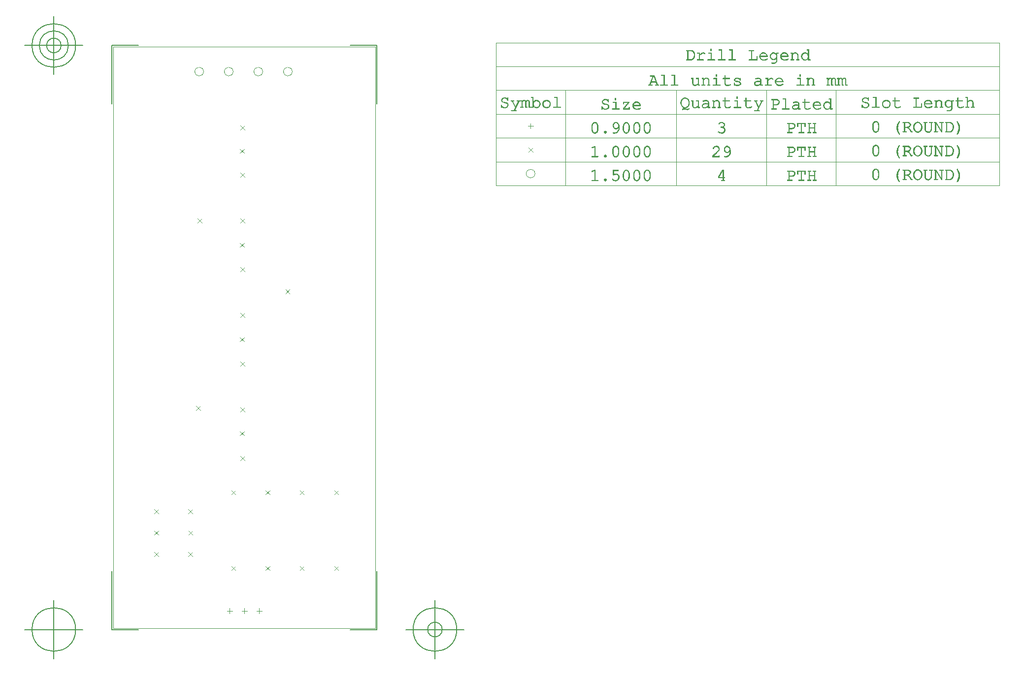
<source format=gbr>
G04 Generated by Ultiboard 14.0 *
%FSLAX34Y34*%
%MOMM*%

%ADD10C,0.0001*%
%ADD11C,0.0100*%
%ADD12C,0.1000*%
%ADD13C,0.0010*%
%ADD14C,0.1270*%


G04 ColorRGB 000000 for the following layer *
%LNDrill Symbols-TopLayer-BottomLayer*%
%LPD*%
G54D11*
X195144Y29464D02*
X204144Y29464D01*
X199644Y24964D02*
X199644Y33964D01*
X220544Y29464D02*
X229544Y29464D01*
X225044Y24964D02*
X225044Y33964D01*
X250444Y24964D02*
X250444Y33964D01*
X245944Y29464D02*
X254944Y29464D01*
X712549Y864040D02*
X721549Y864040D01*
X717049Y859540D02*
X717049Y868540D01*
G54D12*
X218460Y295636D02*
X225532Y288564D01*
X218460Y288564D02*
X225532Y295636D01*
X217444Y338308D02*
X224516Y331236D01*
X217444Y331236D02*
X224516Y338308D01*
X218460Y379456D02*
X225532Y372384D01*
X218460Y372384D02*
X225532Y379456D01*
X142260Y381996D02*
X149332Y374924D01*
X142260Y374924D02*
X149332Y381996D01*
X218460Y458196D02*
X225532Y451124D01*
X218460Y451124D02*
X225532Y458196D01*
X217444Y493288D02*
X224516Y500360D01*
X217444Y500360D02*
X224516Y493288D01*
X218460Y534944D02*
X225532Y542016D01*
X218460Y542016D02*
X225532Y534944D01*
X295676Y575584D02*
X302748Y582656D01*
X295676Y582656D02*
X302748Y575584D01*
X218460Y704576D02*
X225532Y697504D01*
X218460Y697504D02*
X225532Y704576D01*
X217444Y655340D02*
X224516Y662412D01*
X217444Y662412D02*
X224516Y655340D01*
X218460Y620756D02*
X225532Y613684D01*
X218460Y613684D02*
X225532Y620756D01*
X144800Y704576D02*
X151872Y697504D01*
X144800Y697504D02*
X151872Y704576D01*
X218460Y776244D02*
X225532Y783316D01*
X218460Y783316D02*
X225532Y776244D01*
X217444Y817392D02*
X224516Y824464D01*
X217444Y824464D02*
X224516Y817392D01*
X218460Y857524D02*
X225532Y864596D01*
X218460Y864596D02*
X225532Y857524D01*
X292220Y957580D02*
G75*
D01*
G02X292220Y957580I7500J0*
G01*
X241420Y957580D02*
G75*
D01*
G02X241420Y957580I7500J0*
G01*
X190620Y957580D02*
G75*
D01*
G02X190620Y957580I7500J0*
G01*
X139820Y957580D02*
G75*
D01*
G02X139820Y957580I7500J0*
G01*
X202712Y99588D02*
X209784Y106660D01*
X202712Y106660D02*
X209784Y99588D01*
X202712Y229588D02*
X209784Y236660D01*
X202712Y236660D02*
X209784Y229588D01*
X261640Y99588D02*
X268712Y106660D01*
X261640Y106660D02*
X268712Y99588D01*
X261640Y229588D02*
X268712Y236660D01*
X261640Y236660D02*
X268712Y229588D01*
X320568Y99588D02*
X327640Y106660D01*
X320568Y106660D02*
X327640Y99588D01*
X320568Y229588D02*
X327640Y236660D01*
X320568Y236660D02*
X327640Y229588D01*
X379496Y99588D02*
X386568Y106660D01*
X379496Y106660D02*
X386568Y99588D01*
X379496Y236660D02*
X386568Y229588D01*
X379496Y229588D02*
X386568Y236660D01*
X70124Y167620D02*
X77196Y160548D01*
X70124Y160548D02*
X77196Y167620D01*
X70124Y123464D02*
X77196Y130536D01*
X70124Y130536D02*
X77196Y123464D01*
X70124Y204196D02*
X77196Y197124D01*
X70124Y197124D02*
X77196Y204196D01*
X129052Y160548D02*
X136124Y167620D01*
X129052Y167620D02*
X136124Y160548D01*
X128544Y197124D02*
X135616Y204196D01*
X128544Y204196D02*
X135616Y197124D01*
X128544Y130536D02*
X135616Y123464D01*
X128544Y123464D02*
X135616Y130536D01*
X709549Y782040D02*
G75*
D01*
G02X709549Y782040I7500J0*
G01*
X713513Y826576D02*
X720584Y819504D01*
X713513Y819504D02*
X720584Y826576D01*
G54D13*
G36*
X821436Y770446D02*
X821436Y770446D01*
X821436Y770938D01*
X821389Y770687D01*
X821436Y770446D01*
D02*
G37*
X821436Y770938D01*
X821389Y770687D01*
X821436Y770446D01*
G36*
X821436Y770938D02*
X821436Y770938D01*
X821436Y770446D01*
X821579Y770248D01*
X821436Y770938D01*
D02*
G37*
X821436Y770446D01*
X821579Y770248D01*
X821436Y770938D01*
G36*
X821579Y770248D02*
X821579Y770248D01*
X821579Y771134D01*
X821436Y770938D01*
X821579Y770248D01*
D02*
G37*
X821579Y771134D01*
X821436Y770938D01*
X821579Y770248D01*
G36*
X821579Y771134D02*
X821579Y771134D01*
X821579Y770248D01*
X821832Y770116D01*
X821579Y771134D01*
D02*
G37*
X821579Y770248D01*
X821832Y770116D01*
X821579Y771134D01*
G36*
X821832Y770116D02*
X821832Y770116D01*
X821832Y771261D01*
X821579Y771134D01*
X821832Y770116D01*
D02*
G37*
X821832Y771261D01*
X821579Y771134D01*
X821832Y770116D01*
G36*
X821832Y771261D02*
X821832Y771261D01*
X821832Y770116D01*
X822209Y770072D01*
X821832Y771261D01*
D02*
G37*
X821832Y770116D01*
X822209Y770072D01*
X821832Y771261D01*
G36*
X822209Y770072D02*
X822209Y770072D01*
X822209Y771303D01*
X821832Y771261D01*
X822209Y770072D01*
D02*
G37*
X822209Y771303D01*
X821832Y771261D01*
X822209Y770072D01*
G36*
X822209Y771303D02*
X822209Y771303D01*
X822209Y770072D01*
X831877Y770072D01*
X822209Y771303D01*
D02*
G37*
X822209Y770072D01*
X831877Y770072D01*
X822209Y771303D01*
G36*
X831877Y770072D02*
X831877Y770072D01*
X826428Y771303D01*
X822209Y771303D01*
X831877Y770072D01*
D02*
G37*
X826428Y771303D01*
X822209Y771303D01*
X831877Y770072D01*
G36*
X826428Y771303D02*
X826428Y771303D01*
X831877Y770072D01*
X827658Y771303D01*
X826428Y771303D01*
D02*
G37*
X831877Y770072D01*
X827658Y771303D01*
X826428Y771303D01*
G36*
X827658Y771303D02*
X827658Y771303D01*
X826428Y787006D01*
X826428Y771303D01*
X827658Y771303D01*
D02*
G37*
X826428Y787006D01*
X826428Y771303D01*
X827658Y771303D01*
G36*
X826428Y787006D02*
X826428Y787006D01*
X827658Y771303D01*
X827658Y788705D01*
X826428Y787006D01*
D02*
G37*
X827658Y771303D01*
X827658Y788705D01*
X826428Y787006D01*
G36*
X827658Y788705D02*
X827658Y788705D01*
X822414Y785746D01*
X826428Y787006D01*
X827658Y788705D01*
D02*
G37*
X822414Y785746D01*
X826428Y787006D01*
X827658Y788705D01*
G36*
X822414Y785746D02*
X822414Y785746D01*
X827658Y788705D01*
X822161Y785680D01*
X822414Y785746D01*
D02*
G37*
X827658Y788705D01*
X822161Y785680D01*
X822414Y785746D01*
G36*
X822033Y786933D02*
X822033Y786933D01*
X821729Y786804D01*
X821779Y785704D01*
X822033Y786933D01*
D02*
G37*
X821729Y786804D01*
X821779Y785704D01*
X822033Y786933D01*
G36*
X822033Y786933D01*
X821779Y785704D01*
X821989Y785658D01*
X822033Y786933D01*
D02*
G37*
X821779Y785704D01*
X821989Y785658D01*
X822033Y786933D01*
G36*
X822033Y786933D01*
X821989Y785658D01*
X822161Y785680D01*
X822033Y786933D01*
D02*
G37*
X821989Y785658D01*
X822161Y785680D01*
X822033Y786933D01*
G36*
X822033Y786933D01*
X822161Y785680D01*
X827658Y788705D01*
X822033Y786933D01*
D02*
G37*
X822161Y785680D01*
X827658Y788705D01*
X822033Y786933D01*
G36*
X821729Y786804D02*
X821729Y786804D01*
X821586Y785841D01*
X821779Y785704D01*
X821729Y786804D01*
D02*
G37*
X821586Y785841D01*
X821779Y785704D01*
X821729Y786804D01*
G36*
X821586Y785841D02*
X821586Y785841D01*
X821729Y786804D01*
X821550Y786684D01*
X821586Y785841D01*
D02*
G37*
X821729Y786804D01*
X821550Y786684D01*
X821586Y785841D01*
G36*
X821550Y786684D02*
X821550Y786684D01*
X821449Y786041D01*
X821586Y785841D01*
X821550Y786684D01*
D02*
G37*
X821449Y786041D01*
X821586Y785841D01*
X821550Y786684D01*
G36*
X821449Y786041D02*
X821449Y786041D01*
X821550Y786684D01*
X821440Y786486D01*
X821449Y786041D01*
D02*
G37*
X821550Y786684D01*
X821440Y786486D01*
X821449Y786041D01*
G36*
X821440Y786486D02*
X821440Y786486D01*
X821403Y786273D01*
X821449Y786041D01*
X821440Y786486D01*
D02*
G37*
X821403Y786273D01*
X821449Y786041D01*
X821440Y786486D01*
G36*
X831877Y770072D02*
X831877Y770072D01*
X831877Y771303D01*
X827658Y771303D01*
X831877Y770072D01*
D02*
G37*
X831877Y771303D01*
X827658Y771303D01*
X831877Y770072D01*
G36*
X831877Y771303D02*
X831877Y771303D01*
X831877Y770072D01*
X832254Y770116D01*
X831877Y771303D01*
D02*
G37*
X831877Y770072D01*
X832254Y770116D01*
X831877Y771303D01*
G36*
X832254Y770116D02*
X832254Y770116D01*
X832254Y771261D01*
X831877Y771303D01*
X832254Y770116D01*
D02*
G37*
X832254Y771261D01*
X831877Y771303D01*
X832254Y770116D01*
G36*
X832254Y771261D02*
X832254Y771261D01*
X832254Y770116D01*
X832507Y770248D01*
X832254Y771261D01*
D02*
G37*
X832254Y770116D01*
X832507Y770248D01*
X832254Y771261D01*
G36*
X832507Y770248D02*
X832507Y770248D01*
X832507Y771134D01*
X832254Y771261D01*
X832507Y770248D01*
D02*
G37*
X832507Y771134D01*
X832254Y771261D01*
X832507Y770248D01*
G36*
X832507Y771134D02*
X832507Y771134D01*
X832507Y770248D01*
X832650Y770446D01*
X832507Y771134D01*
D02*
G37*
X832507Y770248D01*
X832650Y770446D01*
X832507Y771134D01*
G36*
X832650Y770446D02*
X832650Y770446D01*
X832650Y770938D01*
X832507Y771134D01*
X832650Y770446D01*
D02*
G37*
X832650Y770938D01*
X832507Y771134D01*
X832650Y770446D01*
G36*
X832650Y770938D02*
X832650Y770938D01*
X832650Y770446D01*
X832697Y770687D01*
X832650Y770938D01*
D02*
G37*
X832650Y770446D01*
X832697Y770687D01*
X832650Y770938D01*
G36*
X844797Y773603D02*
X844797Y773603D01*
X844044Y773460D01*
X844797Y773603D01*
D02*
G37*
X844044Y773460D01*
X844797Y773603D01*
G36*
X844797Y773603D01*
X844044Y773460D01*
X843398Y773031D01*
X844797Y773603D01*
D02*
G37*
X844044Y773460D01*
X843398Y773031D01*
X844797Y773603D01*
G36*
X844797Y773603D01*
X843398Y773031D01*
X842953Y772390D01*
X844797Y773603D01*
D02*
G37*
X843398Y773031D01*
X842953Y772390D01*
X844797Y773603D01*
G36*
X844797Y773603D01*
X842953Y772390D01*
X842805Y771610D01*
X844797Y773603D01*
D02*
G37*
X842953Y772390D01*
X842805Y771610D01*
X844797Y773603D01*
G36*
X844797Y773603D01*
X842805Y771610D01*
X842951Y770850D01*
X844797Y773603D01*
D02*
G37*
X842805Y771610D01*
X842951Y770850D01*
X844797Y773603D01*
G36*
X844797Y773603D01*
X842951Y770850D01*
X843391Y770211D01*
X844797Y773603D01*
D02*
G37*
X842951Y770850D01*
X843391Y770211D01*
X844797Y773603D01*
G36*
X844797Y773603D01*
X843391Y770211D01*
X844035Y769778D01*
X844797Y773603D01*
D02*
G37*
X843391Y770211D01*
X844035Y769778D01*
X844797Y773603D01*
G36*
X844797Y773603D01*
X844035Y769778D01*
X844797Y769633D01*
X844797Y773603D01*
D02*
G37*
X844035Y769778D01*
X844797Y769633D01*
X844797Y773603D01*
G36*
X844797Y773603D01*
X844797Y769633D01*
X845324Y769633D01*
X844797Y773603D01*
D02*
G37*
X844797Y769633D01*
X845324Y769633D01*
X844797Y773603D01*
G36*
X844797Y773603D01*
X845324Y769633D01*
X846077Y769776D01*
X844797Y773603D01*
D02*
G37*
X845324Y769633D01*
X846077Y769776D01*
X844797Y773603D01*
G36*
X844797Y773603D01*
X846077Y769776D01*
X846723Y770204D01*
X844797Y773603D01*
D02*
G37*
X846077Y769776D01*
X846723Y770204D01*
X844797Y773603D01*
G36*
X844797Y773603D01*
X846723Y770204D01*
X847168Y770845D01*
X844797Y773603D01*
D02*
G37*
X846723Y770204D01*
X847168Y770845D01*
X844797Y773603D01*
G36*
X844797Y773603D01*
X847168Y770845D01*
X847316Y771625D01*
X844797Y773603D01*
D02*
G37*
X847168Y770845D01*
X847316Y771625D01*
X844797Y773603D01*
G36*
X844797Y773603D01*
X847316Y771625D01*
X847170Y772385D01*
X844797Y773603D01*
D02*
G37*
X847316Y771625D01*
X847170Y772385D01*
X844797Y773603D01*
G36*
X844797Y773603D01*
X847170Y772385D01*
X846730Y773024D01*
X844797Y773603D01*
D02*
G37*
X847170Y772385D01*
X846730Y773024D01*
X844797Y773603D01*
G36*
X844797Y773603D01*
X846730Y773024D01*
X846086Y773458D01*
X844797Y773603D01*
D02*
G37*
X846730Y773024D01*
X846086Y773458D01*
X844797Y773603D01*
G36*
X844797Y773603D01*
X846086Y773458D01*
X845324Y773603D01*
X844797Y773603D01*
D02*
G37*
X846086Y773458D01*
X845324Y773603D01*
X844797Y773603D01*
G36*
X867018Y787211D02*
X867018Y787211D01*
X867018Y788456D01*
X859665Y787211D01*
X867018Y787211D01*
D02*
G37*
X867018Y788456D01*
X859665Y787211D01*
X867018Y787211D01*
G36*
X867018Y788456D02*
X867018Y788456D01*
X867018Y787211D01*
X867396Y787255D01*
X867018Y788456D01*
D02*
G37*
X867018Y787211D01*
X867396Y787255D01*
X867018Y788456D01*
G36*
X867396Y787255D02*
X867396Y787255D01*
X867396Y788412D01*
X867018Y788456D01*
X867396Y787255D01*
D02*
G37*
X867396Y788412D01*
X867018Y788456D01*
X867396Y787255D01*
G36*
X867396Y788412D02*
X867396Y788412D01*
X867396Y787255D01*
X867648Y787387D01*
X867396Y788412D01*
D02*
G37*
X867396Y787255D01*
X867648Y787387D01*
X867396Y788412D01*
G36*
X867648Y787387D02*
X867648Y787387D01*
X867648Y788280D01*
X867396Y788412D01*
X867648Y787387D01*
D02*
G37*
X867648Y788280D01*
X867396Y788412D01*
X867648Y787387D01*
G36*
X867648Y788280D02*
X867648Y788280D01*
X867648Y787387D01*
X867791Y787584D01*
X867648Y788280D01*
D02*
G37*
X867648Y787387D01*
X867791Y787584D01*
X867648Y788280D01*
G36*
X867791Y787584D02*
X867791Y787584D01*
X867791Y788079D01*
X867648Y788280D01*
X867791Y787584D01*
D02*
G37*
X867791Y788079D01*
X867648Y788280D01*
X867791Y787584D01*
G36*
X867791Y788079D02*
X867791Y788079D01*
X867791Y787584D01*
X867839Y787826D01*
X867791Y788079D01*
D02*
G37*
X867791Y787584D01*
X867839Y787826D01*
X867791Y788079D01*
G36*
X862716Y782042D02*
X862716Y782042D01*
X863518Y780868D01*
X863635Y782099D01*
X862716Y782042D01*
D02*
G37*
X863518Y780868D01*
X863635Y782099D01*
X862716Y782042D01*
G36*
X863518Y780868D02*
X863518Y780868D01*
X862716Y782042D01*
X861745Y781872D01*
X863518Y780868D01*
D02*
G37*
X862716Y782042D01*
X861745Y781872D01*
X863518Y780868D01*
G36*
X861745Y781872D02*
X861745Y781872D01*
X861599Y780615D01*
X863518Y780868D01*
X861745Y781872D01*
D02*
G37*
X861599Y780615D01*
X863518Y780868D01*
X861745Y781872D01*
G36*
X861599Y780615D02*
X861599Y780615D01*
X861745Y781872D01*
X860727Y781588D01*
X861599Y780615D01*
D02*
G37*
X861745Y781872D01*
X860727Y781588D01*
X861599Y780615D01*
G36*
X860727Y781588D02*
X860727Y781588D01*
X859680Y779857D01*
X861599Y780615D01*
X860727Y781588D01*
D02*
G37*
X859680Y779857D01*
X861599Y780615D01*
X860727Y781588D01*
G36*
X859680Y779857D02*
X859680Y779857D01*
X860727Y781588D01*
X859665Y781190D01*
X859680Y779857D01*
D02*
G37*
X860727Y781588D01*
X859665Y781190D01*
X859680Y779857D01*
G36*
X859665Y781190D02*
X859665Y781190D01*
X859280Y779682D01*
X859680Y779857D01*
X859665Y781190D01*
D02*
G37*
X859280Y779682D01*
X859680Y779857D01*
X859665Y781190D01*
G36*
X859280Y779682D02*
X859280Y779682D01*
X859665Y781190D01*
X859665Y787211D01*
X859280Y779682D01*
D02*
G37*
X859665Y781190D01*
X859665Y787211D01*
X859280Y779682D01*
G36*
X859665Y787211D02*
X859665Y787211D01*
X859020Y779623D01*
X859280Y779682D01*
X859665Y787211D01*
D02*
G37*
X859020Y779623D01*
X859280Y779682D01*
X859665Y787211D01*
G36*
X859020Y779623D02*
X859020Y779623D01*
X859665Y787211D01*
X858782Y779667D01*
X859020Y779623D01*
D02*
G37*
X859665Y787211D01*
X858782Y779667D01*
X859020Y779623D01*
G36*
X859665Y787211D02*
X859665Y787211D01*
X867018Y788456D01*
X858435Y788456D01*
X859665Y787211D01*
D02*
G37*
X867018Y788456D01*
X858435Y788456D01*
X859665Y787211D01*
G36*
X859665Y787211D01*
X858435Y788456D01*
X858475Y780011D01*
X859665Y787211D01*
D02*
G37*
X858435Y788456D01*
X858475Y780011D01*
X859665Y787211D01*
G36*
X859665Y787211D01*
X858475Y780011D01*
X858596Y779799D01*
X859665Y787211D01*
D02*
G37*
X858475Y780011D01*
X858596Y779799D01*
X859665Y787211D01*
G36*
X859665Y787211D01*
X858596Y779799D01*
X858782Y779667D01*
X859665Y787211D01*
D02*
G37*
X858596Y779799D01*
X858782Y779667D01*
X859665Y787211D01*
G36*
X868972Y777457D02*
X868972Y777457D01*
X868959Y774800D01*
X869069Y776195D01*
X868972Y777457D01*
D02*
G37*
X868959Y774800D01*
X869069Y776195D01*
X868972Y777457D01*
G36*
X868959Y774800D02*
X868959Y774800D01*
X868972Y777457D01*
X868192Y779596D01*
X868959Y774800D01*
D02*
G37*
X868972Y777457D01*
X868192Y779596D01*
X868959Y774800D01*
G36*
X868192Y779596D02*
X868192Y779596D01*
X868081Y772427D01*
X868959Y774800D01*
X868192Y779596D01*
D02*
G37*
X868081Y772427D01*
X868959Y774800D01*
X868192Y779596D01*
G36*
X868081Y772427D02*
X868081Y772427D01*
X868192Y779596D01*
X867824Y776254D01*
X868081Y772427D01*
D02*
G37*
X868192Y779596D01*
X867824Y776254D01*
X868081Y772427D01*
G36*
X867824Y776254D02*
X867824Y776254D01*
X867736Y775092D01*
X868081Y772427D01*
X867824Y776254D01*
D02*
G37*
X867736Y775092D01*
X868081Y772427D01*
X867824Y776254D01*
G36*
X866608Y779601D02*
X866608Y779601D01*
X866682Y781184D01*
X865959Y780155D01*
X866608Y779601D01*
D02*
G37*
X866682Y781184D01*
X865959Y780155D01*
X866608Y779601D01*
G36*
X866682Y781184D02*
X866682Y781184D01*
X866608Y779601D01*
X867140Y778917D01*
X866682Y781184D01*
D02*
G37*
X866608Y779601D01*
X867140Y778917D01*
X866682Y781184D01*
G36*
X867140Y778917D02*
X867140Y778917D01*
X867509Y780473D01*
X866682Y781184D01*
X867140Y778917D01*
D02*
G37*
X867509Y780473D01*
X866682Y781184D01*
X867140Y778917D01*
G36*
X867509Y780473D02*
X867509Y780473D01*
X867140Y778917D01*
X867748Y777243D01*
X867509Y780473D01*
D02*
G37*
X867140Y778917D01*
X867748Y777243D01*
X867509Y780473D01*
G36*
X867748Y777243D02*
X867748Y777243D01*
X868192Y779596D01*
X867509Y780473D01*
X867748Y777243D01*
D02*
G37*
X868192Y779596D01*
X867509Y780473D01*
X867748Y777243D01*
G36*
X868192Y779596D02*
X868192Y779596D01*
X867748Y777243D01*
X867824Y776254D01*
X868192Y779596D01*
D02*
G37*
X867748Y777243D01*
X867824Y776254D01*
X868192Y779596D01*
G36*
X864745Y781997D02*
X864745Y781997D01*
X863635Y782099D01*
X864414Y780789D01*
X864745Y781997D01*
D02*
G37*
X863635Y782099D01*
X864414Y780789D01*
X864745Y781997D01*
G36*
X864745Y781997D01*
X864414Y780789D01*
X865959Y780155D01*
X864745Y781997D01*
D02*
G37*
X864414Y780789D01*
X865959Y780155D01*
X864745Y781997D01*
G36*
X864745Y781997D01*
X865959Y780155D01*
X866682Y781184D01*
X864745Y781997D01*
D02*
G37*
X865959Y780155D01*
X866682Y781184D01*
X864745Y781997D01*
G36*
X867311Y771449D02*
X867311Y771449D01*
X868081Y772427D01*
X867736Y775092D01*
X867311Y771449D01*
D02*
G37*
X868081Y772427D01*
X867736Y775092D01*
X867311Y771449D01*
G36*
X867311Y771449D01*
X867736Y775092D01*
X867033Y773132D01*
X867311Y771449D01*
D02*
G37*
X867736Y775092D01*
X867033Y773132D01*
X867311Y771449D01*
G36*
X867311Y771449D01*
X867033Y773132D01*
X866418Y772335D01*
X867311Y771449D01*
D02*
G37*
X867033Y773132D01*
X866418Y772335D01*
X867311Y771449D01*
G36*
X867311Y771449D01*
X866418Y772335D01*
X866378Y770655D01*
X867311Y771449D01*
D02*
G37*
X866418Y772335D01*
X866378Y770655D01*
X867311Y771449D01*
G36*
X862917Y769633D02*
X862917Y769633D01*
X863888Y770955D01*
X862858Y770863D01*
X862917Y769633D01*
D02*
G37*
X863888Y770955D01*
X862858Y770863D01*
X862917Y769633D01*
G36*
X863888Y770955D02*
X863888Y770955D01*
X862917Y769633D01*
X864180Y769747D01*
X863888Y770955D01*
D02*
G37*
X862917Y769633D01*
X864180Y769747D01*
X863888Y770955D01*
G36*
X864180Y769747D02*
X864180Y769747D01*
X865668Y771691D01*
X863888Y770955D01*
X864180Y769747D01*
D02*
G37*
X865668Y771691D01*
X863888Y770955D01*
X864180Y769747D01*
G36*
X865668Y771691D02*
X865668Y771691D01*
X864180Y769747D01*
X866378Y770655D01*
X865668Y771691D01*
D02*
G37*
X864180Y769747D01*
X866378Y770655D01*
X865668Y771691D01*
G36*
X866378Y770655D02*
X866378Y770655D01*
X866418Y772335D01*
X865668Y771691D01*
X866378Y770655D01*
D02*
G37*
X866418Y772335D01*
X865668Y771691D01*
X866378Y770655D01*
G36*
X861579Y770992D02*
X861579Y770992D01*
X859170Y772025D01*
X859562Y770409D01*
X861579Y770992D01*
D02*
G37*
X859170Y772025D01*
X859562Y770409D01*
X861579Y770992D01*
G36*
X861579Y770992D01*
X859562Y770409D01*
X861207Y769827D01*
X861579Y770992D01*
D02*
G37*
X859562Y770409D01*
X861207Y769827D01*
X861579Y770992D01*
G36*
X861579Y770992D01*
X861207Y769827D01*
X862917Y769633D01*
X861579Y770992D01*
D02*
G37*
X861207Y769827D01*
X862917Y769633D01*
X861579Y770992D01*
G36*
X861579Y770992D01*
X862917Y769633D01*
X862858Y770863D01*
X861579Y770992D01*
D02*
G37*
X862917Y769633D01*
X862858Y770863D01*
X861579Y770992D01*
G36*
X858471Y771017D02*
X858471Y771017D01*
X859562Y770409D01*
X859170Y772025D01*
X858471Y771017D01*
D02*
G37*
X859562Y770409D01*
X859170Y772025D01*
X858471Y771017D01*
G36*
X858471Y771017D01*
X859170Y772025D01*
X858039Y772929D01*
X858471Y771017D01*
D02*
G37*
X859170Y772025D01*
X858039Y772929D01*
X858471Y771017D01*
G36*
X858471Y771017D01*
X858039Y772929D01*
X857768Y773126D01*
X858471Y771017D01*
D02*
G37*
X858039Y772929D01*
X857768Y773126D01*
X858471Y771017D01*
G36*
X858471Y771017D01*
X857768Y773126D01*
X857512Y773192D01*
X858471Y771017D01*
D02*
G37*
X857768Y773126D01*
X857512Y773192D01*
X858471Y771017D01*
G36*
X858471Y771017D01*
X857512Y773192D01*
X857482Y771757D01*
X858471Y771017D01*
D02*
G37*
X857512Y773192D01*
X857482Y771757D01*
X858471Y771017D01*
G36*
X857292Y773147D02*
X857292Y773147D01*
X857482Y771757D01*
X857512Y773192D01*
X857292Y773147D01*
D02*
G37*
X857482Y771757D01*
X857512Y773192D01*
X857292Y773147D01*
G36*
X857482Y771757D02*
X857482Y771757D01*
X857292Y773147D01*
X857102Y773009D01*
X857482Y771757D01*
D02*
G37*
X857292Y773147D01*
X857102Y773009D01*
X857482Y771757D01*
G36*
X857102Y773009D02*
X857102Y773009D01*
X857065Y772200D01*
X857482Y771757D01*
X857102Y773009D01*
D02*
G37*
X857065Y772200D01*
X857482Y771757D01*
X857102Y773009D01*
G36*
X857065Y772200D02*
X857065Y772200D01*
X857102Y773009D01*
X856970Y772806D01*
X857065Y772200D01*
D02*
G37*
X857102Y773009D01*
X856970Y772806D01*
X857065Y772200D01*
G36*
X856970Y772806D02*
X856970Y772806D01*
X856926Y772562D01*
X857065Y772200D01*
X856970Y772806D01*
D02*
G37*
X856926Y772562D01*
X857065Y772200D01*
X856970Y772806D01*
G36*
X863635Y782099D02*
X863635Y782099D01*
X863518Y780868D01*
X864414Y780789D01*
X863635Y782099D01*
D02*
G37*
X863518Y780868D01*
X864414Y780789D01*
X863635Y782099D01*
G36*
X858475Y780011D02*
X858475Y780011D01*
X858435Y788456D01*
X858435Y780297D01*
X858475Y780011D01*
D02*
G37*
X858435Y788456D01*
X858435Y780297D01*
X858475Y780011D01*
G36*
X886625Y782370D02*
X886625Y782370D01*
X886384Y783739D01*
X886588Y775852D01*
X886625Y782370D01*
D02*
G37*
X886384Y783739D01*
X886588Y775852D01*
X886625Y782370D01*
G36*
X886625Y782370D01*
X886588Y775852D01*
X886706Y777733D01*
X886625Y782370D01*
D02*
G37*
X886588Y775852D01*
X886706Y777733D01*
X886625Y782370D01*
G36*
X886625Y782370D01*
X886706Y777733D01*
X886706Y780780D01*
X886625Y782370D01*
D02*
G37*
X886706Y777733D01*
X886706Y780780D01*
X886625Y782370D01*
G36*
X886083Y784666D02*
X886083Y784666D01*
X886588Y775852D01*
X886384Y783739D01*
X886083Y784666D01*
D02*
G37*
X886588Y775852D01*
X886384Y783739D01*
X886083Y784666D01*
G36*
X886588Y775852D02*
X886588Y775852D01*
X886083Y784666D01*
X885651Y785687D01*
X886588Y775852D01*
D02*
G37*
X886083Y784666D01*
X885651Y785687D01*
X886588Y775852D01*
G36*
X885651Y785687D02*
X885651Y785687D01*
X885643Y772710D01*
X886588Y775852D01*
X885651Y785687D01*
D02*
G37*
X885643Y772710D01*
X886588Y775852D01*
X885651Y785687D01*
G36*
X885643Y772710D02*
X885643Y772710D01*
X885651Y785687D01*
X885476Y780619D01*
X885643Y772710D01*
D02*
G37*
X885651Y785687D01*
X885476Y780619D01*
X885643Y772710D01*
G36*
X885476Y780619D02*
X885476Y780619D01*
X885476Y777909D01*
X885643Y772710D01*
X885476Y780619D01*
D02*
G37*
X885476Y777909D01*
X885643Y772710D01*
X885476Y780619D01*
G36*
X883879Y786259D02*
X883879Y786259D01*
X883970Y787945D01*
X883458Y786735D01*
X883879Y786259D01*
D02*
G37*
X883970Y787945D01*
X883458Y786735D01*
X883879Y786259D01*
G36*
X883970Y787945D02*
X883970Y787945D01*
X883879Y786259D01*
X884463Y785213D01*
X883970Y787945D01*
D02*
G37*
X883879Y786259D01*
X884463Y785213D01*
X883970Y787945D01*
G36*
X884463Y785213D02*
X884463Y785213D01*
X884714Y787255D01*
X883970Y787945D01*
X884463Y785213D01*
D02*
G37*
X884714Y787255D01*
X883970Y787945D01*
X884463Y785213D01*
G36*
X884714Y787255D02*
X884714Y787255D01*
X884463Y785213D01*
X884985Y783864D01*
X884714Y787255D01*
D02*
G37*
X884463Y785213D01*
X884985Y783864D01*
X884714Y787255D01*
G36*
X884985Y783864D02*
X884985Y783864D01*
X885168Y786614D01*
X884714Y787255D01*
X884985Y783864D01*
D02*
G37*
X885168Y786614D01*
X884714Y787255D01*
X884985Y783864D01*
G36*
X885168Y786614D02*
X885168Y786614D01*
X884985Y783864D01*
X885353Y782302D01*
X885168Y786614D01*
D02*
G37*
X884985Y783864D01*
X885353Y782302D01*
X885168Y786614D01*
G36*
X885353Y782302D02*
X885353Y782302D01*
X885651Y785687D01*
X885168Y786614D01*
X885353Y782302D01*
D02*
G37*
X885651Y785687D01*
X885168Y786614D01*
X885353Y782302D01*
G36*
X885651Y785687D02*
X885651Y785687D01*
X885353Y782302D01*
X885476Y780619D01*
X885651Y785687D01*
D02*
G37*
X885353Y782302D01*
X885476Y780619D01*
X885651Y785687D01*
G36*
X882040Y787522D02*
X882040Y787522D01*
X882099Y788787D01*
X881052Y787650D01*
X882040Y787522D01*
D02*
G37*
X882099Y788787D01*
X881052Y787650D01*
X882040Y787522D01*
G36*
X882099Y788787D02*
X882099Y788787D01*
X882040Y787522D01*
X882927Y787138D01*
X882099Y788787D01*
D02*
G37*
X882040Y787522D01*
X882927Y787138D01*
X882099Y788787D01*
G36*
X882927Y787138D02*
X882927Y787138D01*
X883088Y788463D01*
X882099Y788787D01*
X882927Y787138D01*
D02*
G37*
X883088Y788463D01*
X882099Y788787D01*
X882927Y787138D01*
G36*
X883088Y788463D02*
X883088Y788463D01*
X882927Y787138D01*
X883458Y786735D01*
X883088Y788463D01*
D02*
G37*
X882927Y787138D01*
X883458Y786735D01*
X883088Y788463D01*
G36*
X883458Y786735D02*
X883458Y786735D01*
X883970Y787945D01*
X883088Y788463D01*
X883458Y786735D01*
D02*
G37*
X883970Y787945D01*
X883088Y788463D01*
X883458Y786735D01*
G36*
X877302Y784442D02*
X877302Y784442D01*
X877302Y787079D01*
X876716Y781981D01*
X877302Y784442D01*
D02*
G37*
X877302Y787079D01*
X876716Y781981D01*
X877302Y784442D01*
G36*
X877302Y787079D02*
X877302Y787079D01*
X877302Y784442D01*
X877814Y785541D01*
X877302Y787079D01*
D02*
G37*
X877302Y784442D01*
X877814Y785541D01*
X877302Y787079D01*
G36*
X877814Y785541D02*
X877814Y785541D01*
X878090Y787874D01*
X877302Y787079D01*
X877814Y785541D01*
D02*
G37*
X878090Y787874D01*
X877302Y787079D01*
X877814Y785541D01*
G36*
X878090Y787874D02*
X878090Y787874D01*
X877814Y785541D01*
X878456Y786464D01*
X878090Y787874D01*
D02*
G37*
X877814Y785541D01*
X878456Y786464D01*
X878090Y787874D01*
G36*
X878456Y786464D02*
X878456Y786464D01*
X879958Y788782D01*
X878090Y787874D01*
X878456Y786464D01*
D02*
G37*
X879958Y788782D01*
X878090Y787874D01*
X878456Y786464D01*
G36*
X879958Y788782D02*
X879958Y788782D01*
X878456Y786464D01*
X880075Y787519D01*
X879958Y788782D01*
D02*
G37*
X878456Y786464D01*
X880075Y787519D01*
X879958Y788782D01*
G36*
X880075Y787519D02*
X880075Y787519D01*
X881037Y788895D01*
X879958Y788782D01*
X880075Y787519D01*
D02*
G37*
X881037Y788895D01*
X879958Y788782D01*
X880075Y787519D01*
G36*
X881037Y788895D02*
X881037Y788895D01*
X880075Y787519D01*
X881052Y787650D01*
X881037Y788895D01*
D02*
G37*
X880075Y787519D01*
X881052Y787650D01*
X881037Y788895D01*
G36*
X881052Y787650D02*
X881052Y787650D01*
X882099Y788787D01*
X881037Y788895D01*
X881052Y787650D01*
D02*
G37*
X882099Y788787D01*
X881037Y788895D01*
X881052Y787650D01*
G36*
X876475Y785817D02*
X876475Y785817D01*
X875530Y782668D01*
X875749Y774789D01*
X876475Y785817D01*
D02*
G37*
X875530Y782668D01*
X875749Y774789D01*
X876475Y785817D01*
G36*
X876475Y785817D01*
X875749Y774789D01*
X876040Y773852D01*
X876475Y785817D01*
D02*
G37*
X875749Y774789D01*
X876040Y773852D01*
X876475Y785817D01*
G36*
X876475Y785817D01*
X876040Y773852D01*
X876474Y772826D01*
X876475Y785817D01*
D02*
G37*
X876040Y773852D01*
X876474Y772826D01*
X876475Y785817D01*
G36*
X876475Y785817D01*
X876474Y772826D01*
X876643Y777909D01*
X876475Y785817D01*
D02*
G37*
X876474Y772826D01*
X876643Y777909D01*
X876475Y785817D01*
G36*
X876475Y785817D01*
X876643Y777909D01*
X876643Y780619D01*
X876475Y785817D01*
D02*
G37*
X876643Y777909D01*
X876643Y780619D01*
X876475Y785817D01*
G36*
X876475Y785817D01*
X876643Y780619D01*
X876716Y781981D01*
X876475Y785817D01*
D02*
G37*
X876643Y780619D01*
X876716Y781981D01*
X876475Y785817D01*
G36*
X876475Y785817D01*
X876716Y781981D01*
X877302Y787079D01*
X876475Y785817D01*
D02*
G37*
X876716Y781981D01*
X877302Y787079D01*
X876475Y785817D01*
G36*
X885402Y776546D02*
X885402Y776546D01*
X885643Y772710D01*
X885476Y777909D01*
X885402Y776546D01*
D02*
G37*
X885643Y772710D01*
X885476Y777909D01*
X885402Y776546D01*
G36*
X885643Y772710D02*
X885643Y772710D01*
X885402Y776546D01*
X884816Y774082D01*
X885643Y772710D01*
D02*
G37*
X885402Y776546D01*
X884816Y774082D01*
X885643Y772710D01*
G36*
X884816Y774082D02*
X884816Y774082D01*
X884816Y771449D01*
X885643Y772710D01*
X884816Y774082D01*
D02*
G37*
X884816Y771449D01*
X885643Y772710D01*
X884816Y774082D01*
G36*
X884816Y771449D02*
X884816Y771449D01*
X884816Y774082D01*
X884304Y772980D01*
X884816Y771449D01*
D02*
G37*
X884816Y774082D01*
X884304Y772980D01*
X884816Y771449D01*
G36*
X884304Y772980D02*
X884304Y772980D01*
X884028Y770655D01*
X884816Y771449D01*
X884304Y772980D01*
D02*
G37*
X884028Y770655D01*
X884816Y771449D01*
X884304Y772980D01*
G36*
X884028Y770655D02*
X884028Y770655D01*
X884304Y772980D01*
X883663Y772054D01*
X884028Y770655D01*
D02*
G37*
X884304Y772980D01*
X883663Y772054D01*
X884028Y770655D01*
G36*
X883663Y772054D02*
X883663Y772054D01*
X882160Y769747D01*
X884028Y770655D01*
X883663Y772054D01*
D02*
G37*
X882160Y769747D01*
X884028Y770655D01*
X883663Y772054D01*
G36*
X882160Y769747D02*
X882160Y769747D01*
X883663Y772054D01*
X882051Y770996D01*
X882160Y769747D01*
D02*
G37*
X883663Y772054D01*
X882051Y770996D01*
X882160Y769747D01*
G36*
X882051Y770996D02*
X882051Y770996D01*
X881081Y770863D01*
X882160Y769747D01*
X882051Y770996D01*
D02*
G37*
X881081Y770863D01*
X882160Y769747D01*
X882051Y770996D01*
G36*
X881081Y770863D02*
X881081Y770863D01*
X881081Y769633D01*
X882160Y769747D01*
X881081Y770863D01*
D02*
G37*
X881081Y769633D01*
X882160Y769747D01*
X881081Y770863D01*
G36*
X881081Y769633D02*
X881081Y769633D01*
X881081Y770863D01*
X880081Y770995D01*
X881081Y769633D01*
D02*
G37*
X881081Y770863D01*
X880081Y770995D01*
X881081Y769633D01*
G36*
X880081Y770995D02*
X880081Y770995D01*
X880028Y769741D01*
X881081Y769633D01*
X880081Y770995D01*
D02*
G37*
X880028Y769741D01*
X881081Y769633D01*
X880081Y770995D01*
G36*
X880028Y769741D02*
X880028Y769741D01*
X880081Y770995D01*
X879191Y771391D01*
X880028Y769741D01*
D02*
G37*
X880081Y770995D01*
X879191Y771391D01*
X880028Y769741D01*
G36*
X879191Y771391D02*
X879191Y771391D01*
X879038Y770065D01*
X880028Y769741D01*
X879191Y771391D01*
D02*
G37*
X879038Y770065D01*
X880028Y769741D01*
X879191Y771391D01*
G36*
X879038Y770065D02*
X879038Y770065D01*
X879191Y771391D01*
X878664Y771790D01*
X879038Y770065D01*
D02*
G37*
X879191Y771391D01*
X878664Y771790D01*
X879038Y770065D01*
G36*
X878664Y771790D02*
X878664Y771790D01*
X878254Y772255D01*
X879038Y770065D01*
X878664Y771790D01*
D02*
G37*
X878254Y772255D01*
X879038Y770065D01*
X878664Y771790D01*
G36*
X878254Y772255D02*
X878254Y772255D01*
X878149Y770583D01*
X879038Y770065D01*
X878254Y772255D01*
D02*
G37*
X878149Y770583D01*
X879038Y770065D01*
X878254Y772255D01*
G36*
X878149Y770583D02*
X878149Y770583D01*
X878254Y772255D01*
X877659Y773302D01*
X878149Y770583D01*
D02*
G37*
X878254Y772255D01*
X877659Y773302D01*
X878149Y770583D01*
G36*
X877659Y773302D02*
X877659Y773302D01*
X877404Y771273D01*
X878149Y770583D01*
X877659Y773302D01*
D02*
G37*
X877404Y771273D01*
X878149Y770583D01*
X877659Y773302D01*
G36*
X877404Y771273D02*
X877404Y771273D01*
X877659Y773302D01*
X877133Y774657D01*
X877404Y771273D01*
D02*
G37*
X877659Y773302D01*
X877133Y774657D01*
X877404Y771273D01*
G36*
X877133Y774657D02*
X877133Y774657D01*
X876959Y771903D01*
X877404Y771273D01*
X877133Y774657D01*
D02*
G37*
X876959Y771903D01*
X877404Y771273D01*
X877133Y774657D01*
G36*
X876959Y771903D02*
X876959Y771903D01*
X877133Y774657D01*
X876765Y776225D01*
X876959Y771903D01*
D02*
G37*
X877133Y774657D01*
X876765Y776225D01*
X876959Y771903D01*
G36*
X876765Y776225D02*
X876765Y776225D01*
X876643Y777909D01*
X876959Y771903D01*
X876765Y776225D01*
D02*
G37*
X876643Y777909D01*
X876959Y771903D01*
X876765Y776225D01*
G36*
X875496Y776155D02*
X875496Y776155D01*
X875749Y774789D01*
X875530Y782668D01*
X875496Y776155D01*
D02*
G37*
X875749Y774789D01*
X875530Y782668D01*
X875496Y776155D01*
G36*
X875496Y776155D01*
X875530Y782668D01*
X875412Y780780D01*
X875496Y776155D01*
D02*
G37*
X875530Y782668D01*
X875412Y780780D01*
X875496Y776155D01*
G36*
X875496Y776155D01*
X875412Y780780D01*
X875412Y777733D01*
X875496Y776155D01*
D02*
G37*
X875412Y780780D01*
X875412Y777733D01*
X875496Y776155D01*
G36*
X876643Y777909D02*
X876643Y777909D01*
X876474Y772826D01*
X876959Y771903D01*
X876643Y777909D01*
D02*
G37*
X876474Y772826D01*
X876959Y771903D01*
X876643Y777909D01*
G36*
X904628Y782370D02*
X904628Y782370D01*
X904387Y783739D01*
X904591Y775852D01*
X904628Y782370D01*
D02*
G37*
X904387Y783739D01*
X904591Y775852D01*
X904628Y782370D01*
G36*
X904628Y782370D01*
X904591Y775852D01*
X904709Y777733D01*
X904628Y782370D01*
D02*
G37*
X904591Y775852D01*
X904709Y777733D01*
X904628Y782370D01*
G36*
X904628Y782370D01*
X904709Y777733D01*
X904709Y780780D01*
X904628Y782370D01*
D02*
G37*
X904709Y777733D01*
X904709Y780780D01*
X904628Y782370D01*
G36*
X904086Y784666D02*
X904086Y784666D01*
X904591Y775852D01*
X904387Y783739D01*
X904086Y784666D01*
D02*
G37*
X904591Y775852D01*
X904387Y783739D01*
X904086Y784666D01*
G36*
X904591Y775852D02*
X904591Y775852D01*
X904086Y784666D01*
X903654Y785687D01*
X904591Y775852D01*
D02*
G37*
X904086Y784666D01*
X903654Y785687D01*
X904591Y775852D01*
G36*
X903654Y785687D02*
X903654Y785687D01*
X903646Y772710D01*
X904591Y775852D01*
X903654Y785687D01*
D02*
G37*
X903646Y772710D01*
X904591Y775852D01*
X903654Y785687D01*
G36*
X903646Y772710D02*
X903646Y772710D01*
X903654Y785687D01*
X903478Y780619D01*
X903646Y772710D01*
D02*
G37*
X903654Y785687D01*
X903478Y780619D01*
X903646Y772710D01*
G36*
X903478Y780619D02*
X903478Y780619D01*
X903478Y777909D01*
X903646Y772710D01*
X903478Y780619D01*
D02*
G37*
X903478Y777909D01*
X903646Y772710D01*
X903478Y780619D01*
G36*
X901882Y786259D02*
X901882Y786259D01*
X901973Y787945D01*
X901461Y786735D01*
X901882Y786259D01*
D02*
G37*
X901973Y787945D01*
X901461Y786735D01*
X901882Y786259D01*
G36*
X901973Y787945D02*
X901973Y787945D01*
X901882Y786259D01*
X902466Y785213D01*
X901973Y787945D01*
D02*
G37*
X901882Y786259D01*
X902466Y785213D01*
X901973Y787945D01*
G36*
X902466Y785213D02*
X902466Y785213D01*
X902717Y787255D01*
X901973Y787945D01*
X902466Y785213D01*
D02*
G37*
X902717Y787255D01*
X901973Y787945D01*
X902466Y785213D01*
G36*
X902717Y787255D02*
X902717Y787255D01*
X902466Y785213D01*
X902988Y783864D01*
X902717Y787255D01*
D02*
G37*
X902466Y785213D01*
X902988Y783864D01*
X902717Y787255D01*
G36*
X902988Y783864D02*
X902988Y783864D01*
X903171Y786614D01*
X902717Y787255D01*
X902988Y783864D01*
D02*
G37*
X903171Y786614D01*
X902717Y787255D01*
X902988Y783864D01*
G36*
X903171Y786614D02*
X903171Y786614D01*
X902988Y783864D01*
X903356Y782302D01*
X903171Y786614D01*
D02*
G37*
X902988Y783864D01*
X903356Y782302D01*
X903171Y786614D01*
G36*
X903356Y782302D02*
X903356Y782302D01*
X903654Y785687D01*
X903171Y786614D01*
X903356Y782302D01*
D02*
G37*
X903654Y785687D01*
X903171Y786614D01*
X903356Y782302D01*
G36*
X903654Y785687D02*
X903654Y785687D01*
X903356Y782302D01*
X903478Y780619D01*
X903654Y785687D01*
D02*
G37*
X903356Y782302D01*
X903478Y780619D01*
X903654Y785687D01*
G36*
X900043Y787522D02*
X900043Y787522D01*
X900102Y788787D01*
X899055Y787650D01*
X900043Y787522D01*
D02*
G37*
X900102Y788787D01*
X899055Y787650D01*
X900043Y787522D01*
G36*
X900102Y788787D02*
X900102Y788787D01*
X900043Y787522D01*
X900930Y787138D01*
X900102Y788787D01*
D02*
G37*
X900043Y787522D01*
X900930Y787138D01*
X900102Y788787D01*
G36*
X900930Y787138D02*
X900930Y787138D01*
X901091Y788463D01*
X900102Y788787D01*
X900930Y787138D01*
D02*
G37*
X901091Y788463D01*
X900102Y788787D01*
X900930Y787138D01*
G36*
X901091Y788463D02*
X901091Y788463D01*
X900930Y787138D01*
X901461Y786735D01*
X901091Y788463D01*
D02*
G37*
X900930Y787138D01*
X901461Y786735D01*
X901091Y788463D01*
G36*
X901461Y786735D02*
X901461Y786735D01*
X901973Y787945D01*
X901091Y788463D01*
X901461Y786735D01*
D02*
G37*
X901973Y787945D01*
X901091Y788463D01*
X901461Y786735D01*
G36*
X895305Y784442D02*
X895305Y784442D01*
X895305Y787079D01*
X894719Y781981D01*
X895305Y784442D01*
D02*
G37*
X895305Y787079D01*
X894719Y781981D01*
X895305Y784442D01*
G36*
X895305Y787079D02*
X895305Y787079D01*
X895305Y784442D01*
X895817Y785541D01*
X895305Y787079D01*
D02*
G37*
X895305Y784442D01*
X895817Y785541D01*
X895305Y787079D01*
G36*
X895817Y785541D02*
X895817Y785541D01*
X896093Y787874D01*
X895305Y787079D01*
X895817Y785541D01*
D02*
G37*
X896093Y787874D01*
X895305Y787079D01*
X895817Y785541D01*
G36*
X896093Y787874D02*
X896093Y787874D01*
X895817Y785541D01*
X896459Y786464D01*
X896093Y787874D01*
D02*
G37*
X895817Y785541D01*
X896459Y786464D01*
X896093Y787874D01*
G36*
X896459Y786464D02*
X896459Y786464D01*
X897961Y788782D01*
X896093Y787874D01*
X896459Y786464D01*
D02*
G37*
X897961Y788782D01*
X896093Y787874D01*
X896459Y786464D01*
G36*
X897961Y788782D02*
X897961Y788782D01*
X896459Y786464D01*
X898078Y787519D01*
X897961Y788782D01*
D02*
G37*
X896459Y786464D01*
X898078Y787519D01*
X897961Y788782D01*
G36*
X898078Y787519D02*
X898078Y787519D01*
X899040Y788895D01*
X897961Y788782D01*
X898078Y787519D01*
D02*
G37*
X899040Y788895D01*
X897961Y788782D01*
X898078Y787519D01*
G36*
X899040Y788895D02*
X899040Y788895D01*
X898078Y787519D01*
X899055Y787650D01*
X899040Y788895D01*
D02*
G37*
X898078Y787519D01*
X899055Y787650D01*
X899040Y788895D01*
G36*
X899055Y787650D02*
X899055Y787650D01*
X900102Y788787D01*
X899040Y788895D01*
X899055Y787650D01*
D02*
G37*
X900102Y788787D01*
X899040Y788895D01*
X899055Y787650D01*
G36*
X894478Y785817D02*
X894478Y785817D01*
X893533Y782668D01*
X893752Y774789D01*
X894478Y785817D01*
D02*
G37*
X893533Y782668D01*
X893752Y774789D01*
X894478Y785817D01*
G36*
X894478Y785817D01*
X893752Y774789D01*
X894043Y773852D01*
X894478Y785817D01*
D02*
G37*
X893752Y774789D01*
X894043Y773852D01*
X894478Y785817D01*
G36*
X894478Y785817D01*
X894043Y773852D01*
X894477Y772826D01*
X894478Y785817D01*
D02*
G37*
X894043Y773852D01*
X894477Y772826D01*
X894478Y785817D01*
G36*
X894478Y785817D01*
X894477Y772826D01*
X894645Y777909D01*
X894478Y785817D01*
D02*
G37*
X894477Y772826D01*
X894645Y777909D01*
X894478Y785817D01*
G36*
X894478Y785817D01*
X894645Y777909D01*
X894645Y780619D01*
X894478Y785817D01*
D02*
G37*
X894645Y777909D01*
X894645Y780619D01*
X894478Y785817D01*
G36*
X894478Y785817D01*
X894645Y780619D01*
X894719Y781981D01*
X894478Y785817D01*
D02*
G37*
X894645Y780619D01*
X894719Y781981D01*
X894478Y785817D01*
G36*
X894478Y785817D01*
X894719Y781981D01*
X895305Y787079D01*
X894478Y785817D01*
D02*
G37*
X894719Y781981D01*
X895305Y787079D01*
X894478Y785817D01*
G36*
X903405Y776546D02*
X903405Y776546D01*
X903646Y772710D01*
X903478Y777909D01*
X903405Y776546D01*
D02*
G37*
X903646Y772710D01*
X903478Y777909D01*
X903405Y776546D01*
G36*
X903646Y772710D02*
X903646Y772710D01*
X903405Y776546D01*
X902819Y774082D01*
X903646Y772710D01*
D02*
G37*
X903405Y776546D01*
X902819Y774082D01*
X903646Y772710D01*
G36*
X902819Y774082D02*
X902819Y774082D01*
X902819Y771449D01*
X903646Y772710D01*
X902819Y774082D01*
D02*
G37*
X902819Y771449D01*
X903646Y772710D01*
X902819Y774082D01*
G36*
X902819Y771449D02*
X902819Y771449D01*
X902819Y774082D01*
X902307Y772980D01*
X902819Y771449D01*
D02*
G37*
X902819Y774082D01*
X902307Y772980D01*
X902819Y771449D01*
G36*
X902307Y772980D02*
X902307Y772980D01*
X902031Y770655D01*
X902819Y771449D01*
X902307Y772980D01*
D02*
G37*
X902031Y770655D01*
X902819Y771449D01*
X902307Y772980D01*
G36*
X902031Y770655D02*
X902031Y770655D01*
X902307Y772980D01*
X901666Y772054D01*
X902031Y770655D01*
D02*
G37*
X902307Y772980D01*
X901666Y772054D01*
X902031Y770655D01*
G36*
X901666Y772054D02*
X901666Y772054D01*
X900163Y769747D01*
X902031Y770655D01*
X901666Y772054D01*
D02*
G37*
X900163Y769747D01*
X902031Y770655D01*
X901666Y772054D01*
G36*
X900163Y769747D02*
X900163Y769747D01*
X901666Y772054D01*
X900054Y770996D01*
X900163Y769747D01*
D02*
G37*
X901666Y772054D01*
X900054Y770996D01*
X900163Y769747D01*
G36*
X900054Y770996D02*
X900054Y770996D01*
X899084Y770863D01*
X900163Y769747D01*
X900054Y770996D01*
D02*
G37*
X899084Y770863D01*
X900163Y769747D01*
X900054Y770996D01*
G36*
X899084Y770863D02*
X899084Y770863D01*
X899084Y769633D01*
X900163Y769747D01*
X899084Y770863D01*
D02*
G37*
X899084Y769633D01*
X900163Y769747D01*
X899084Y770863D01*
G36*
X899084Y769633D02*
X899084Y769633D01*
X899084Y770863D01*
X898084Y770995D01*
X899084Y769633D01*
D02*
G37*
X899084Y770863D01*
X898084Y770995D01*
X899084Y769633D01*
G36*
X898084Y770995D02*
X898084Y770995D01*
X898031Y769741D01*
X899084Y769633D01*
X898084Y770995D01*
D02*
G37*
X898031Y769741D01*
X899084Y769633D01*
X898084Y770995D01*
G36*
X898031Y769741D02*
X898031Y769741D01*
X898084Y770995D01*
X897194Y771391D01*
X898031Y769741D01*
D02*
G37*
X898084Y770995D01*
X897194Y771391D01*
X898031Y769741D01*
G36*
X897194Y771391D02*
X897194Y771391D01*
X897040Y770065D01*
X898031Y769741D01*
X897194Y771391D01*
D02*
G37*
X897040Y770065D01*
X898031Y769741D01*
X897194Y771391D01*
G36*
X897040Y770065D02*
X897040Y770065D01*
X897194Y771391D01*
X896667Y771790D01*
X897040Y770065D01*
D02*
G37*
X897194Y771391D01*
X896667Y771790D01*
X897040Y770065D01*
G36*
X896667Y771790D02*
X896667Y771790D01*
X896257Y772255D01*
X897040Y770065D01*
X896667Y771790D01*
D02*
G37*
X896257Y772255D01*
X897040Y770065D01*
X896667Y771790D01*
G36*
X896257Y772255D02*
X896257Y772255D01*
X896152Y770583D01*
X897040Y770065D01*
X896257Y772255D01*
D02*
G37*
X896152Y770583D01*
X897040Y770065D01*
X896257Y772255D01*
G36*
X896152Y770583D02*
X896152Y770583D01*
X896257Y772255D01*
X895662Y773302D01*
X896152Y770583D01*
D02*
G37*
X896257Y772255D01*
X895662Y773302D01*
X896152Y770583D01*
G36*
X895662Y773302D02*
X895662Y773302D01*
X895407Y771273D01*
X896152Y770583D01*
X895662Y773302D01*
D02*
G37*
X895407Y771273D01*
X896152Y770583D01*
X895662Y773302D01*
G36*
X895407Y771273D02*
X895407Y771273D01*
X895662Y773302D01*
X895136Y774657D01*
X895407Y771273D01*
D02*
G37*
X895662Y773302D01*
X895136Y774657D01*
X895407Y771273D01*
G36*
X895136Y774657D02*
X895136Y774657D01*
X894962Y771903D01*
X895407Y771273D01*
X895136Y774657D01*
D02*
G37*
X894962Y771903D01*
X895407Y771273D01*
X895136Y774657D01*
G36*
X894962Y771903D02*
X894962Y771903D01*
X895136Y774657D01*
X894768Y776225D01*
X894962Y771903D01*
D02*
G37*
X895136Y774657D01*
X894768Y776225D01*
X894962Y771903D01*
G36*
X894768Y776225D02*
X894768Y776225D01*
X894645Y777909D01*
X894962Y771903D01*
X894768Y776225D01*
D02*
G37*
X894645Y777909D01*
X894962Y771903D01*
X894768Y776225D01*
G36*
X893499Y776155D02*
X893499Y776155D01*
X893752Y774789D01*
X893533Y782668D01*
X893499Y776155D01*
D02*
G37*
X893752Y774789D01*
X893533Y782668D01*
X893499Y776155D01*
G36*
X893499Y776155D01*
X893533Y782668D01*
X893415Y780780D01*
X893499Y776155D01*
D02*
G37*
X893533Y782668D01*
X893415Y780780D01*
X893499Y776155D01*
G36*
X893499Y776155D01*
X893415Y780780D01*
X893415Y777733D01*
X893499Y776155D01*
D02*
G37*
X893415Y780780D01*
X893415Y777733D01*
X893499Y776155D01*
G36*
X894645Y777909D02*
X894645Y777909D01*
X894477Y772826D01*
X894962Y771903D01*
X894645Y777909D01*
D02*
G37*
X894477Y772826D01*
X894962Y771903D01*
X894645Y777909D01*
G36*
X922631Y782370D02*
X922631Y782370D01*
X922390Y783739D01*
X922594Y775852D01*
X922631Y782370D01*
D02*
G37*
X922390Y783739D01*
X922594Y775852D01*
X922631Y782370D01*
G36*
X922631Y782370D01*
X922594Y775852D01*
X922712Y777733D01*
X922631Y782370D01*
D02*
G37*
X922594Y775852D01*
X922712Y777733D01*
X922631Y782370D01*
G36*
X922631Y782370D01*
X922712Y777733D01*
X922712Y780780D01*
X922631Y782370D01*
D02*
G37*
X922712Y777733D01*
X922712Y780780D01*
X922631Y782370D01*
G36*
X922089Y784666D02*
X922089Y784666D01*
X922594Y775852D01*
X922390Y783739D01*
X922089Y784666D01*
D02*
G37*
X922594Y775852D01*
X922390Y783739D01*
X922089Y784666D01*
G36*
X922594Y775852D02*
X922594Y775852D01*
X922089Y784666D01*
X921657Y785687D01*
X922594Y775852D01*
D02*
G37*
X922089Y784666D01*
X921657Y785687D01*
X922594Y775852D01*
G36*
X921657Y785687D02*
X921657Y785687D01*
X921649Y772710D01*
X922594Y775852D01*
X921657Y785687D01*
D02*
G37*
X921649Y772710D01*
X922594Y775852D01*
X921657Y785687D01*
G36*
X921649Y772710D02*
X921649Y772710D01*
X921657Y785687D01*
X921481Y780619D01*
X921649Y772710D01*
D02*
G37*
X921657Y785687D01*
X921481Y780619D01*
X921649Y772710D01*
G36*
X921481Y780619D02*
X921481Y780619D01*
X921481Y777909D01*
X921649Y772710D01*
X921481Y780619D01*
D02*
G37*
X921481Y777909D01*
X921649Y772710D01*
X921481Y780619D01*
G36*
X919885Y786259D02*
X919885Y786259D01*
X919976Y787945D01*
X919464Y786735D01*
X919885Y786259D01*
D02*
G37*
X919976Y787945D01*
X919464Y786735D01*
X919885Y786259D01*
G36*
X919976Y787945D02*
X919976Y787945D01*
X919885Y786259D01*
X920469Y785213D01*
X919976Y787945D01*
D02*
G37*
X919885Y786259D01*
X920469Y785213D01*
X919976Y787945D01*
G36*
X920469Y785213D02*
X920469Y785213D01*
X920720Y787255D01*
X919976Y787945D01*
X920469Y785213D01*
D02*
G37*
X920720Y787255D01*
X919976Y787945D01*
X920469Y785213D01*
G36*
X920720Y787255D02*
X920720Y787255D01*
X920469Y785213D01*
X920991Y783864D01*
X920720Y787255D01*
D02*
G37*
X920469Y785213D01*
X920991Y783864D01*
X920720Y787255D01*
G36*
X920991Y783864D02*
X920991Y783864D01*
X921174Y786614D01*
X920720Y787255D01*
X920991Y783864D01*
D02*
G37*
X921174Y786614D01*
X920720Y787255D01*
X920991Y783864D01*
G36*
X921174Y786614D02*
X921174Y786614D01*
X920991Y783864D01*
X921359Y782302D01*
X921174Y786614D01*
D02*
G37*
X920991Y783864D01*
X921359Y782302D01*
X921174Y786614D01*
G36*
X921359Y782302D02*
X921359Y782302D01*
X921657Y785687D01*
X921174Y786614D01*
X921359Y782302D01*
D02*
G37*
X921657Y785687D01*
X921174Y786614D01*
X921359Y782302D01*
G36*
X921657Y785687D02*
X921657Y785687D01*
X921359Y782302D01*
X921481Y780619D01*
X921657Y785687D01*
D02*
G37*
X921359Y782302D01*
X921481Y780619D01*
X921657Y785687D01*
G36*
X918046Y787522D02*
X918046Y787522D01*
X918105Y788787D01*
X917058Y787650D01*
X918046Y787522D01*
D02*
G37*
X918105Y788787D01*
X917058Y787650D01*
X918046Y787522D01*
G36*
X918105Y788787D02*
X918105Y788787D01*
X918046Y787522D01*
X918933Y787138D01*
X918105Y788787D01*
D02*
G37*
X918046Y787522D01*
X918933Y787138D01*
X918105Y788787D01*
G36*
X918933Y787138D02*
X918933Y787138D01*
X919094Y788463D01*
X918105Y788787D01*
X918933Y787138D01*
D02*
G37*
X919094Y788463D01*
X918105Y788787D01*
X918933Y787138D01*
G36*
X919094Y788463D02*
X919094Y788463D01*
X918933Y787138D01*
X919464Y786735D01*
X919094Y788463D01*
D02*
G37*
X918933Y787138D01*
X919464Y786735D01*
X919094Y788463D01*
G36*
X919464Y786735D02*
X919464Y786735D01*
X919976Y787945D01*
X919094Y788463D01*
X919464Y786735D01*
D02*
G37*
X919976Y787945D01*
X919094Y788463D01*
X919464Y786735D01*
G36*
X913308Y784442D02*
X913308Y784442D01*
X913308Y787079D01*
X912722Y781981D01*
X913308Y784442D01*
D02*
G37*
X913308Y787079D01*
X912722Y781981D01*
X913308Y784442D01*
G36*
X913308Y787079D02*
X913308Y787079D01*
X913308Y784442D01*
X913820Y785541D01*
X913308Y787079D01*
D02*
G37*
X913308Y784442D01*
X913820Y785541D01*
X913308Y787079D01*
G36*
X913820Y785541D02*
X913820Y785541D01*
X914096Y787874D01*
X913308Y787079D01*
X913820Y785541D01*
D02*
G37*
X914096Y787874D01*
X913308Y787079D01*
X913820Y785541D01*
G36*
X914096Y787874D02*
X914096Y787874D01*
X913820Y785541D01*
X914462Y786464D01*
X914096Y787874D01*
D02*
G37*
X913820Y785541D01*
X914462Y786464D01*
X914096Y787874D01*
G36*
X914462Y786464D02*
X914462Y786464D01*
X915964Y788782D01*
X914096Y787874D01*
X914462Y786464D01*
D02*
G37*
X915964Y788782D01*
X914096Y787874D01*
X914462Y786464D01*
G36*
X915964Y788782D02*
X915964Y788782D01*
X914462Y786464D01*
X916081Y787519D01*
X915964Y788782D01*
D02*
G37*
X914462Y786464D01*
X916081Y787519D01*
X915964Y788782D01*
G36*
X916081Y787519D02*
X916081Y787519D01*
X917043Y788895D01*
X915964Y788782D01*
X916081Y787519D01*
D02*
G37*
X917043Y788895D01*
X915964Y788782D01*
X916081Y787519D01*
G36*
X917043Y788895D02*
X917043Y788895D01*
X916081Y787519D01*
X917058Y787650D01*
X917043Y788895D01*
D02*
G37*
X916081Y787519D01*
X917058Y787650D01*
X917043Y788895D01*
G36*
X917058Y787650D02*
X917058Y787650D01*
X918105Y788787D01*
X917043Y788895D01*
X917058Y787650D01*
D02*
G37*
X918105Y788787D01*
X917043Y788895D01*
X917058Y787650D01*
G36*
X912481Y785817D02*
X912481Y785817D01*
X911536Y782668D01*
X911755Y774789D01*
X912481Y785817D01*
D02*
G37*
X911536Y782668D01*
X911755Y774789D01*
X912481Y785817D01*
G36*
X912481Y785817D01*
X911755Y774789D01*
X912046Y773852D01*
X912481Y785817D01*
D02*
G37*
X911755Y774789D01*
X912046Y773852D01*
X912481Y785817D01*
G36*
X912481Y785817D01*
X912046Y773852D01*
X912480Y772826D01*
X912481Y785817D01*
D02*
G37*
X912046Y773852D01*
X912480Y772826D01*
X912481Y785817D01*
G36*
X912481Y785817D01*
X912480Y772826D01*
X912648Y777909D01*
X912481Y785817D01*
D02*
G37*
X912480Y772826D01*
X912648Y777909D01*
X912481Y785817D01*
G36*
X912481Y785817D01*
X912648Y777909D01*
X912648Y780619D01*
X912481Y785817D01*
D02*
G37*
X912648Y777909D01*
X912648Y780619D01*
X912481Y785817D01*
G36*
X912481Y785817D01*
X912648Y780619D01*
X912722Y781981D01*
X912481Y785817D01*
D02*
G37*
X912648Y780619D01*
X912722Y781981D01*
X912481Y785817D01*
G36*
X912481Y785817D01*
X912722Y781981D01*
X913308Y787079D01*
X912481Y785817D01*
D02*
G37*
X912722Y781981D01*
X913308Y787079D01*
X912481Y785817D01*
G36*
X921408Y776546D02*
X921408Y776546D01*
X921649Y772710D01*
X921481Y777909D01*
X921408Y776546D01*
D02*
G37*
X921649Y772710D01*
X921481Y777909D01*
X921408Y776546D01*
G36*
X921649Y772710D02*
X921649Y772710D01*
X921408Y776546D01*
X920822Y774082D01*
X921649Y772710D01*
D02*
G37*
X921408Y776546D01*
X920822Y774082D01*
X921649Y772710D01*
G36*
X920822Y774082D02*
X920822Y774082D01*
X920822Y771449D01*
X921649Y772710D01*
X920822Y774082D01*
D02*
G37*
X920822Y771449D01*
X921649Y772710D01*
X920822Y774082D01*
G36*
X920822Y771449D02*
X920822Y771449D01*
X920822Y774082D01*
X920310Y772980D01*
X920822Y771449D01*
D02*
G37*
X920822Y774082D01*
X920310Y772980D01*
X920822Y771449D01*
G36*
X920310Y772980D02*
X920310Y772980D01*
X920034Y770655D01*
X920822Y771449D01*
X920310Y772980D01*
D02*
G37*
X920034Y770655D01*
X920822Y771449D01*
X920310Y772980D01*
G36*
X920034Y770655D02*
X920034Y770655D01*
X920310Y772980D01*
X919669Y772054D01*
X920034Y770655D01*
D02*
G37*
X920310Y772980D01*
X919669Y772054D01*
X920034Y770655D01*
G36*
X919669Y772054D02*
X919669Y772054D01*
X918166Y769747D01*
X920034Y770655D01*
X919669Y772054D01*
D02*
G37*
X918166Y769747D01*
X920034Y770655D01*
X919669Y772054D01*
G36*
X918166Y769747D02*
X918166Y769747D01*
X919669Y772054D01*
X918057Y770996D01*
X918166Y769747D01*
D02*
G37*
X919669Y772054D01*
X918057Y770996D01*
X918166Y769747D01*
G36*
X918057Y770996D02*
X918057Y770996D01*
X917087Y770863D01*
X918166Y769747D01*
X918057Y770996D01*
D02*
G37*
X917087Y770863D01*
X918166Y769747D01*
X918057Y770996D01*
G36*
X917087Y770863D02*
X917087Y770863D01*
X917087Y769633D01*
X918166Y769747D01*
X917087Y770863D01*
D02*
G37*
X917087Y769633D01*
X918166Y769747D01*
X917087Y770863D01*
G36*
X917087Y769633D02*
X917087Y769633D01*
X917087Y770863D01*
X916087Y770995D01*
X917087Y769633D01*
D02*
G37*
X917087Y770863D01*
X916087Y770995D01*
X917087Y769633D01*
G36*
X916087Y770995D02*
X916087Y770995D01*
X916034Y769741D01*
X917087Y769633D01*
X916087Y770995D01*
D02*
G37*
X916034Y769741D01*
X917087Y769633D01*
X916087Y770995D01*
G36*
X916034Y769741D02*
X916034Y769741D01*
X916087Y770995D01*
X915197Y771391D01*
X916034Y769741D01*
D02*
G37*
X916087Y770995D01*
X915197Y771391D01*
X916034Y769741D01*
G36*
X915197Y771391D02*
X915197Y771391D01*
X915043Y770065D01*
X916034Y769741D01*
X915197Y771391D01*
D02*
G37*
X915043Y770065D01*
X916034Y769741D01*
X915197Y771391D01*
G36*
X915043Y770065D02*
X915043Y770065D01*
X915197Y771391D01*
X914670Y771790D01*
X915043Y770065D01*
D02*
G37*
X915197Y771391D01*
X914670Y771790D01*
X915043Y770065D01*
G36*
X914670Y771790D02*
X914670Y771790D01*
X914260Y772255D01*
X915043Y770065D01*
X914670Y771790D01*
D02*
G37*
X914260Y772255D01*
X915043Y770065D01*
X914670Y771790D01*
G36*
X914260Y772255D02*
X914260Y772255D01*
X914155Y770583D01*
X915043Y770065D01*
X914260Y772255D01*
D02*
G37*
X914155Y770583D01*
X915043Y770065D01*
X914260Y772255D01*
G36*
X914155Y770583D02*
X914155Y770583D01*
X914260Y772255D01*
X913665Y773302D01*
X914155Y770583D01*
D02*
G37*
X914260Y772255D01*
X913665Y773302D01*
X914155Y770583D01*
G36*
X913665Y773302D02*
X913665Y773302D01*
X913410Y771273D01*
X914155Y770583D01*
X913665Y773302D01*
D02*
G37*
X913410Y771273D01*
X914155Y770583D01*
X913665Y773302D01*
G36*
X913410Y771273D02*
X913410Y771273D01*
X913665Y773302D01*
X913139Y774657D01*
X913410Y771273D01*
D02*
G37*
X913665Y773302D01*
X913139Y774657D01*
X913410Y771273D01*
G36*
X913139Y774657D02*
X913139Y774657D01*
X912965Y771903D01*
X913410Y771273D01*
X913139Y774657D01*
D02*
G37*
X912965Y771903D01*
X913410Y771273D01*
X913139Y774657D01*
G36*
X912965Y771903D02*
X912965Y771903D01*
X913139Y774657D01*
X912771Y776225D01*
X912965Y771903D01*
D02*
G37*
X913139Y774657D01*
X912771Y776225D01*
X912965Y771903D01*
G36*
X912771Y776225D02*
X912771Y776225D01*
X912648Y777909D01*
X912965Y771903D01*
X912771Y776225D01*
D02*
G37*
X912648Y777909D01*
X912965Y771903D01*
X912771Y776225D01*
G36*
X911502Y776155D02*
X911502Y776155D01*
X911755Y774789D01*
X911536Y782668D01*
X911502Y776155D01*
D02*
G37*
X911755Y774789D01*
X911536Y782668D01*
X911502Y776155D01*
G36*
X911502Y776155D01*
X911536Y782668D01*
X911418Y780780D01*
X911502Y776155D01*
D02*
G37*
X911536Y782668D01*
X911418Y780780D01*
X911502Y776155D01*
G36*
X911502Y776155D01*
X911418Y780780D01*
X911418Y777733D01*
X911502Y776155D01*
D02*
G37*
X911418Y780780D01*
X911418Y777733D01*
X911502Y776155D01*
G36*
X912648Y777909D02*
X912648Y777909D01*
X912480Y772826D01*
X912965Y771903D01*
X912648Y777909D01*
D02*
G37*
X912480Y772826D01*
X912965Y771903D01*
X912648Y777909D01*
G36*
X1044275Y770336D02*
X1044275Y770336D01*
X1044275Y770828D01*
X1044227Y770578D01*
X1044275Y770336D01*
D02*
G37*
X1044275Y770828D01*
X1044227Y770578D01*
X1044275Y770336D01*
G36*
X1044275Y770828D02*
X1044275Y770828D01*
X1044275Y770336D01*
X1044417Y770138D01*
X1044275Y770828D01*
D02*
G37*
X1044275Y770336D01*
X1044417Y770138D01*
X1044275Y770828D01*
G36*
X1044417Y770138D02*
X1044417Y770138D01*
X1044417Y771024D01*
X1044275Y770828D01*
X1044417Y770138D01*
D02*
G37*
X1044417Y771024D01*
X1044275Y770828D01*
X1044417Y770138D01*
G36*
X1044417Y771024D02*
X1044417Y771024D01*
X1044417Y770138D01*
X1044674Y770006D01*
X1044417Y771024D01*
D02*
G37*
X1044417Y770138D01*
X1044674Y770006D01*
X1044417Y771024D01*
G36*
X1044674Y770006D02*
X1044674Y770006D01*
X1044674Y771151D01*
X1044417Y771024D01*
X1044674Y770006D01*
D02*
G37*
X1044674Y771151D01*
X1044417Y771024D01*
X1044674Y770006D01*
G36*
X1044674Y771151D02*
X1044674Y771151D01*
X1044674Y770006D01*
X1045062Y769962D01*
X1044674Y771151D01*
D02*
G37*
X1044674Y770006D01*
X1045062Y769962D01*
X1044674Y771151D01*
G36*
X1045062Y769962D02*
X1045062Y769962D01*
X1045062Y771193D01*
X1044674Y771151D01*
X1045062Y769962D01*
D02*
G37*
X1045062Y771193D01*
X1044674Y771151D01*
X1045062Y769962D01*
G36*
X1045062Y771193D02*
X1045062Y771193D01*
X1045062Y769962D01*
X1049632Y769962D01*
X1045062Y771193D01*
D02*
G37*
X1045062Y769962D01*
X1049632Y769962D01*
X1045062Y771193D01*
G36*
X1049632Y769962D02*
X1049632Y769962D01*
X1047362Y771193D01*
X1045062Y771193D01*
X1049632Y769962D01*
D02*
G37*
X1047362Y771193D01*
X1045062Y771193D01*
X1049632Y769962D01*
G36*
X1047362Y771193D02*
X1047362Y771193D01*
X1049632Y769962D01*
X1048607Y771193D01*
X1047362Y771193D01*
D02*
G37*
X1049632Y769962D01*
X1048607Y771193D01*
X1047362Y771193D01*
G36*
X1048607Y771193D02*
X1048607Y771193D01*
X1047362Y775104D01*
X1047362Y771193D01*
X1048607Y771193D01*
D02*
G37*
X1047362Y775104D01*
X1047362Y771193D01*
X1048607Y771193D01*
G36*
X1047362Y775104D02*
X1047362Y775104D01*
X1048607Y771193D01*
X1047362Y776334D01*
X1047362Y775104D01*
D02*
G37*
X1048607Y771193D01*
X1047362Y776334D01*
X1047362Y775104D01*
G36*
X1047362Y776334D02*
X1047362Y776334D01*
X1040492Y776334D01*
X1047362Y775104D01*
X1047362Y776334D01*
D02*
G37*
X1040492Y776334D01*
X1047362Y775104D01*
X1047362Y776334D01*
G36*
X1047362Y775104D02*
X1047362Y775104D01*
X1039203Y776525D01*
X1039203Y775104D01*
X1047362Y775104D01*
D02*
G37*
X1039203Y776525D01*
X1039203Y775104D01*
X1047362Y775104D01*
G36*
X1039203Y776525D02*
X1039203Y776525D01*
X1047362Y775104D01*
X1040492Y776334D01*
X1039203Y776525D01*
D02*
G37*
X1047362Y775104D01*
X1040492Y776334D01*
X1039203Y776525D01*
G36*
X1040492Y776334D02*
X1040492Y776334D01*
X1046043Y788346D01*
X1039203Y776525D01*
X1040492Y776334D01*
D02*
G37*
X1046043Y788346D01*
X1039203Y776525D01*
X1040492Y776334D01*
G36*
X1046043Y788346D02*
X1046043Y788346D01*
X1040492Y776334D01*
X1046717Y787101D01*
X1046043Y788346D01*
D02*
G37*
X1040492Y776334D01*
X1046717Y787101D01*
X1046043Y788346D01*
G36*
X1046717Y787101D02*
X1046717Y787101D01*
X1048607Y788346D01*
X1046043Y788346D01*
X1046717Y787101D01*
D02*
G37*
X1048607Y788346D01*
X1046043Y788346D01*
X1046717Y787101D01*
G36*
X1048607Y788346D02*
X1048607Y788346D01*
X1046717Y787101D01*
X1047362Y787101D01*
X1048607Y788346D01*
D02*
G37*
X1046717Y787101D01*
X1047362Y787101D01*
X1048607Y788346D01*
G36*
X1047362Y787101D02*
X1047362Y787101D01*
X1048607Y771193D01*
X1048607Y788346D01*
X1047362Y787101D01*
D02*
G37*
X1048607Y771193D01*
X1048607Y788346D01*
X1047362Y787101D01*
G36*
X1048607Y771193D02*
X1048607Y771193D01*
X1047362Y787101D01*
X1047362Y776334D01*
X1048607Y771193D01*
D02*
G37*
X1047362Y787101D01*
X1047362Y776334D01*
X1048607Y771193D01*
G36*
X1050420Y775970D02*
X1050420Y775970D01*
X1050420Y775477D01*
X1050467Y775719D01*
X1050420Y775970D01*
D02*
G37*
X1050420Y775477D01*
X1050467Y775719D01*
X1050420Y775970D01*
G36*
X1050420Y775477D02*
X1050420Y775477D01*
X1050420Y775970D01*
X1050277Y776166D01*
X1050420Y775477D01*
D02*
G37*
X1050420Y775970D01*
X1050277Y776166D01*
X1050420Y775477D01*
G36*
X1050277Y776166D02*
X1050277Y776166D01*
X1050277Y775280D01*
X1050420Y775477D01*
X1050277Y776166D01*
D02*
G37*
X1050277Y775280D01*
X1050420Y775477D01*
X1050277Y776166D01*
G36*
X1050277Y775280D02*
X1050277Y775280D01*
X1050277Y776166D01*
X1050020Y776292D01*
X1050277Y775280D01*
D02*
G37*
X1050277Y776166D01*
X1050020Y776292D01*
X1050277Y775280D01*
G36*
X1050020Y776292D02*
X1050020Y776292D01*
X1050020Y775148D01*
X1050277Y775280D01*
X1050020Y776292D01*
D02*
G37*
X1050020Y775148D01*
X1050277Y775280D01*
X1050020Y776292D01*
G36*
X1050020Y775148D02*
X1050020Y775148D01*
X1050020Y776292D01*
X1049632Y776334D01*
X1050020Y775148D01*
D02*
G37*
X1050020Y776292D01*
X1049632Y776334D01*
X1050020Y775148D01*
G36*
X1049632Y776334D02*
X1049632Y776334D01*
X1049632Y775104D01*
X1050020Y775148D01*
X1049632Y776334D01*
D02*
G37*
X1049632Y775104D01*
X1050020Y775148D01*
X1049632Y776334D01*
G36*
X1049632Y775104D02*
X1049632Y775104D01*
X1049632Y776334D01*
X1048607Y776334D01*
X1049632Y775104D01*
D02*
G37*
X1049632Y776334D01*
X1048607Y776334D01*
X1049632Y775104D01*
G36*
X1048607Y776334D02*
X1048607Y776334D01*
X1048607Y775104D01*
X1049632Y775104D01*
X1048607Y776334D01*
D02*
G37*
X1048607Y775104D01*
X1049632Y775104D01*
X1048607Y776334D01*
G36*
X1048607Y775104D02*
X1048607Y775104D01*
X1048607Y788346D01*
X1048607Y775104D01*
D02*
G37*
X1048607Y788346D01*
X1048607Y775104D01*
G36*
X1048607Y788346D02*
X1048607Y788346D01*
X1048607Y771193D01*
X1048607Y775104D01*
X1048607Y788346D01*
D02*
G37*
X1048607Y771193D01*
X1048607Y775104D01*
X1048607Y788346D01*
G36*
X1049632Y769962D02*
X1049632Y769962D01*
X1049632Y771193D01*
X1048607Y771193D01*
X1049632Y769962D01*
D02*
G37*
X1049632Y771193D01*
X1048607Y771193D01*
X1049632Y769962D01*
G36*
X1049632Y771193D02*
X1049632Y771193D01*
X1049632Y769962D01*
X1050020Y770006D01*
X1049632Y771193D01*
D02*
G37*
X1049632Y769962D01*
X1050020Y770006D01*
X1049632Y771193D01*
G36*
X1050020Y770006D02*
X1050020Y770006D01*
X1050020Y771151D01*
X1049632Y771193D01*
X1050020Y770006D01*
D02*
G37*
X1050020Y771151D01*
X1049632Y771193D01*
X1050020Y770006D01*
G36*
X1050020Y771151D02*
X1050020Y771151D01*
X1050020Y770006D01*
X1050277Y770138D01*
X1050020Y771151D01*
D02*
G37*
X1050020Y770006D01*
X1050277Y770138D01*
X1050020Y771151D01*
G36*
X1050277Y770138D02*
X1050277Y770138D01*
X1050277Y771024D01*
X1050020Y771151D01*
X1050277Y770138D01*
D02*
G37*
X1050277Y771024D01*
X1050020Y771151D01*
X1050277Y770138D01*
G36*
X1050277Y771024D02*
X1050277Y771024D01*
X1050277Y770138D01*
X1050420Y770336D01*
X1050277Y771024D01*
D02*
G37*
X1050277Y770138D01*
X1050420Y770336D01*
X1050277Y771024D01*
G36*
X1050420Y770336D02*
X1050420Y770336D01*
X1050420Y770828D01*
X1050277Y771024D01*
X1050420Y770336D01*
D02*
G37*
X1050420Y770828D01*
X1050277Y771024D01*
X1050420Y770336D01*
G36*
X1050420Y770828D02*
X1050420Y770828D01*
X1050420Y770336D01*
X1050467Y770578D01*
X1050420Y770828D01*
D02*
G37*
X1050420Y770336D01*
X1050467Y770578D01*
X1050420Y770828D01*
G36*
X1170325Y779425D02*
X1170325Y779425D01*
X1170516Y785135D01*
X1170188Y782414D01*
X1170325Y779425D01*
D02*
G37*
X1170516Y785135D01*
X1170188Y782414D01*
X1170325Y779425D01*
G36*
X1170516Y785135D02*
X1170516Y785135D01*
X1170325Y779425D01*
X1170898Y780275D01*
X1170516Y785135D01*
D02*
G37*
X1170325Y779425D01*
X1170898Y780275D01*
X1170516Y785135D01*
G36*
X1170898Y780275D02*
X1170898Y780275D01*
X1171318Y783385D01*
X1170516Y785135D01*
X1170898Y780275D01*
D02*
G37*
X1171318Y783385D01*
X1170516Y785135D01*
X1170898Y780275D01*
G36*
X1171318Y783385D02*
X1171318Y783385D01*
X1170898Y780275D01*
X1171288Y781286D01*
X1171318Y783385D01*
D02*
G37*
X1170898Y780275D01*
X1171288Y781286D01*
X1171318Y783385D01*
G36*
X1171288Y781286D02*
X1171288Y781286D01*
X1171418Y782414D01*
X1171318Y783385D01*
X1171288Y781286D01*
D02*
G37*
X1171418Y782414D01*
X1171318Y783385D01*
X1171288Y781286D01*
G36*
X1168943Y785021D02*
X1168943Y785021D01*
X1168954Y786568D01*
X1168279Y785527D01*
X1168943Y785021D01*
D02*
G37*
X1168954Y786568D01*
X1168279Y785527D01*
X1168943Y785021D01*
G36*
X1168954Y786568D02*
X1168954Y786568D01*
X1168943Y785021D01*
X1169488Y784424D01*
X1168954Y786568D01*
D02*
G37*
X1168943Y785021D01*
X1169488Y784424D01*
X1168954Y786568D01*
G36*
X1169488Y784424D02*
X1169488Y784424D01*
X1169814Y785915D01*
X1168954Y786568D01*
X1169488Y784424D01*
D02*
G37*
X1169814Y785915D01*
X1168954Y786568D01*
X1169488Y784424D01*
G36*
X1169814Y785915D02*
X1169814Y785915D01*
X1169488Y784424D01*
X1170110Y783120D01*
X1169814Y785915D01*
D02*
G37*
X1169488Y784424D01*
X1170110Y783120D01*
X1169814Y785915D01*
G36*
X1170110Y783120D02*
X1170110Y783120D01*
X1170516Y785135D01*
X1169814Y785915D01*
X1170110Y783120D01*
D02*
G37*
X1170516Y785135D01*
X1169814Y785915D01*
X1170110Y783120D01*
G36*
X1170516Y785135D02*
X1170516Y785135D01*
X1170110Y783120D01*
X1170188Y782414D01*
X1170516Y785135D01*
D02*
G37*
X1170110Y783120D01*
X1170188Y782414D01*
X1170516Y785135D01*
G36*
X1166885Y787315D02*
X1166885Y787315D01*
X1165676Y787409D01*
X1165793Y786178D01*
X1166885Y787315D01*
D02*
G37*
X1165676Y787409D01*
X1165793Y786178D01*
X1166885Y787315D01*
G36*
X1166885Y787315D01*
X1165793Y786178D01*
X1166704Y786106D01*
X1166885Y787315D01*
D02*
G37*
X1165793Y786178D01*
X1166704Y786106D01*
X1166885Y787315D01*
G36*
X1166885Y787315D01*
X1166704Y786106D01*
X1168279Y785527D01*
X1166885Y787315D01*
D02*
G37*
X1166704Y786106D01*
X1168279Y785527D01*
X1166885Y787315D01*
G36*
X1166885Y787315D01*
X1168279Y785527D01*
X1168954Y786568D01*
X1166885Y787315D01*
D02*
G37*
X1168279Y785527D01*
X1168954Y786568D01*
X1166885Y787315D01*
G36*
X1157755Y770644D02*
X1157755Y770644D01*
X1157755Y771136D01*
X1157707Y770885D01*
X1157755Y770644D01*
D02*
G37*
X1157755Y771136D01*
X1157707Y770885D01*
X1157755Y770644D01*
G36*
X1157755Y771136D02*
X1157755Y771136D01*
X1157755Y770644D01*
X1157898Y770446D01*
X1157755Y771136D01*
D02*
G37*
X1157755Y770644D01*
X1157898Y770446D01*
X1157755Y771136D01*
G36*
X1157898Y770446D02*
X1157898Y770446D01*
X1157898Y771332D01*
X1157755Y771136D01*
X1157898Y770446D01*
D02*
G37*
X1157898Y771332D01*
X1157755Y771136D01*
X1157898Y770446D01*
G36*
X1157898Y771332D02*
X1157898Y771332D01*
X1157898Y770446D01*
X1158151Y770314D01*
X1157898Y771332D01*
D02*
G37*
X1157898Y770446D01*
X1158151Y770314D01*
X1157898Y771332D01*
G36*
X1158151Y770314D02*
X1158151Y770314D01*
X1158151Y771458D01*
X1157898Y771332D01*
X1158151Y770314D01*
D02*
G37*
X1158151Y771458D01*
X1157898Y771332D01*
X1158151Y770314D01*
G36*
X1158151Y771458D02*
X1158151Y771458D01*
X1158151Y770314D01*
X1158528Y770270D01*
X1158151Y771458D01*
D02*
G37*
X1158151Y770314D01*
X1158528Y770270D01*
X1158151Y771458D01*
G36*
X1158528Y770270D02*
X1158528Y770270D01*
X1158528Y771500D01*
X1158151Y771458D01*
X1158528Y770270D01*
D02*
G37*
X1158528Y771500D01*
X1158151Y771458D01*
X1158528Y770270D01*
G36*
X1158528Y771500D02*
X1158528Y771500D01*
X1158528Y770270D01*
X1165632Y770270D01*
X1158528Y771500D01*
D02*
G37*
X1158528Y770270D01*
X1165632Y770270D01*
X1158528Y771500D01*
G36*
X1165632Y770270D02*
X1165632Y770270D01*
X1160183Y771500D01*
X1158528Y771500D01*
X1165632Y770270D01*
D02*
G37*
X1160183Y771500D01*
X1158528Y771500D01*
X1165632Y770270D01*
G36*
X1160183Y771500D02*
X1160183Y771500D01*
X1165632Y770270D01*
X1161413Y771500D01*
X1160183Y771500D01*
D02*
G37*
X1165632Y770270D01*
X1161413Y771500D01*
X1160183Y771500D01*
G36*
X1161413Y771500D02*
X1161413Y771500D01*
X1160183Y786178D01*
X1160183Y771500D01*
X1161413Y771500D01*
D02*
G37*
X1160183Y786178D01*
X1160183Y771500D01*
X1161413Y771500D01*
G36*
X1160183Y786178D02*
X1160183Y786178D01*
X1161413Y771500D01*
X1161413Y786178D01*
X1160183Y786178D01*
D02*
G37*
X1161413Y771500D01*
X1161413Y786178D01*
X1160183Y786178D01*
G36*
X1161413Y786178D02*
X1161413Y786178D01*
X1165676Y787409D01*
X1160183Y786178D01*
X1161413Y786178D01*
D02*
G37*
X1165676Y787409D01*
X1160183Y786178D01*
X1161413Y786178D01*
G36*
X1165676Y787409D02*
X1165676Y787409D01*
X1161413Y786178D01*
X1165793Y786178D01*
X1165676Y787409D01*
D02*
G37*
X1161413Y786178D01*
X1165793Y786178D01*
X1165676Y787409D01*
G36*
X1169639Y780626D02*
X1169639Y780626D01*
X1169646Y778781D01*
X1170051Y781513D01*
X1169639Y780626D01*
D02*
G37*
X1169646Y778781D01*
X1170051Y781513D01*
X1169639Y780626D01*
G36*
X1169646Y778781D02*
X1169646Y778781D01*
X1169639Y780626D01*
X1168928Y779815D01*
X1169646Y778781D01*
D02*
G37*
X1169639Y780626D01*
X1168928Y779815D01*
X1169646Y778781D01*
G36*
X1168928Y779815D02*
X1168928Y779815D01*
X1168529Y778070D01*
X1169646Y778781D01*
X1168928Y779815D01*
D02*
G37*
X1168529Y778070D01*
X1169646Y778781D01*
X1168928Y779815D01*
G36*
X1168529Y778070D02*
X1168529Y778070D01*
X1168928Y779815D01*
X1167895Y779140D01*
X1168529Y778070D01*
D02*
G37*
X1168928Y779815D01*
X1167895Y779140D01*
X1168529Y778070D01*
G36*
X1167895Y779140D02*
X1167895Y779140D01*
X1167375Y777580D01*
X1168529Y778070D01*
X1167895Y779140D01*
D02*
G37*
X1167375Y777580D01*
X1168529Y778070D01*
X1167895Y779140D01*
G36*
X1167375Y777580D02*
X1167375Y777580D01*
X1167895Y779140D01*
X1166659Y778684D01*
X1167375Y777580D01*
D02*
G37*
X1167895Y779140D01*
X1166659Y778684D01*
X1167375Y777580D01*
G36*
X1166659Y778684D02*
X1166659Y778684D01*
X1166423Y777371D01*
X1167375Y777580D01*
X1166659Y778684D01*
D02*
G37*
X1166423Y777371D01*
X1167375Y777580D01*
X1166659Y778684D01*
G36*
X1166423Y777371D02*
X1166423Y777371D01*
X1166659Y778684D01*
X1165339Y778532D01*
X1166423Y777371D01*
D02*
G37*
X1166659Y778684D01*
X1165339Y778532D01*
X1166423Y777371D01*
G36*
X1165339Y778532D02*
X1165339Y778532D01*
X1165266Y777301D01*
X1166423Y777371D01*
X1165339Y778532D01*
D02*
G37*
X1165266Y777301D01*
X1166423Y777371D01*
X1165339Y778532D01*
G36*
X1165266Y777301D02*
X1165266Y777301D01*
X1165339Y778532D01*
X1161413Y778532D01*
X1165266Y777301D01*
D02*
G37*
X1165339Y778532D01*
X1161413Y778532D01*
X1165266Y777301D01*
G36*
X1161413Y778532D02*
X1161413Y778532D01*
X1161413Y777301D01*
X1165266Y777301D01*
X1161413Y778532D01*
D02*
G37*
X1161413Y777301D01*
X1165266Y777301D01*
X1161413Y778532D01*
G36*
X1161413Y777301D02*
X1161413Y777301D01*
X1161413Y786178D01*
X1161413Y777301D01*
D02*
G37*
X1161413Y786178D01*
X1161413Y777301D01*
G36*
X1161413Y786178D02*
X1161413Y786178D01*
X1161413Y771500D01*
X1161413Y777301D01*
X1161413Y786178D01*
D02*
G37*
X1161413Y771500D01*
X1161413Y777301D01*
X1161413Y786178D01*
G36*
X1157755Y786543D02*
X1157755Y786543D01*
X1157755Y787044D01*
X1157707Y786793D01*
X1157755Y786543D01*
D02*
G37*
X1157755Y787044D01*
X1157707Y786793D01*
X1157755Y786543D01*
G36*
X1157755Y787044D02*
X1157755Y787044D01*
X1157755Y786543D01*
X1157898Y786347D01*
X1157755Y787044D01*
D02*
G37*
X1157755Y786543D01*
X1157898Y786347D01*
X1157755Y787044D01*
G36*
X1157898Y786347D02*
X1157898Y786347D01*
X1157898Y787240D01*
X1157755Y787044D01*
X1157898Y786347D01*
D02*
G37*
X1157898Y787240D01*
X1157755Y787044D01*
X1157898Y786347D01*
G36*
X1157898Y787240D02*
X1157898Y787240D01*
X1157898Y786347D01*
X1158151Y786220D01*
X1157898Y787240D01*
D02*
G37*
X1157898Y786347D01*
X1158151Y786220D01*
X1157898Y787240D01*
G36*
X1158151Y786220D02*
X1158151Y786220D01*
X1158151Y787367D01*
X1157898Y787240D01*
X1158151Y786220D01*
D02*
G37*
X1158151Y787367D01*
X1157898Y787240D01*
X1158151Y786220D01*
G36*
X1158151Y787367D02*
X1158151Y787367D01*
X1158151Y786220D01*
X1158528Y786178D01*
X1158151Y787367D01*
D02*
G37*
X1158151Y786220D01*
X1158528Y786178D01*
X1158151Y787367D01*
G36*
X1158528Y786178D02*
X1158528Y786178D01*
X1158528Y787409D01*
X1158151Y787367D01*
X1158528Y786178D01*
D02*
G37*
X1158528Y787409D01*
X1158151Y787367D01*
X1158528Y786178D01*
G36*
X1158528Y787409D02*
X1158528Y787409D01*
X1158528Y786178D01*
X1160183Y786178D01*
X1158528Y787409D01*
D02*
G37*
X1158528Y786178D01*
X1160183Y786178D01*
X1158528Y787409D01*
G36*
X1160183Y786178D02*
X1160183Y786178D01*
X1165676Y787409D01*
X1158528Y787409D01*
X1160183Y786178D01*
D02*
G37*
X1165676Y787409D01*
X1158528Y787409D01*
X1160183Y786178D01*
G36*
X1170051Y781513D02*
X1170051Y781513D01*
X1169646Y778781D01*
X1170325Y779425D01*
X1170051Y781513D01*
D02*
G37*
X1169646Y778781D01*
X1170325Y779425D01*
X1170051Y781513D01*
G36*
X1170051Y781513D01*
X1170325Y779425D01*
X1170188Y782414D01*
X1170051Y781513D01*
D02*
G37*
X1170325Y779425D01*
X1170188Y782414D01*
X1170051Y781513D01*
G36*
X1165632Y770270D02*
X1165632Y770270D01*
X1165632Y771500D01*
X1161413Y771500D01*
X1165632Y770270D01*
D02*
G37*
X1165632Y771500D01*
X1161413Y771500D01*
X1165632Y770270D01*
G36*
X1165632Y771500D02*
X1165632Y771500D01*
X1165632Y770270D01*
X1166009Y770314D01*
X1165632Y771500D01*
D02*
G37*
X1165632Y770270D01*
X1166009Y770314D01*
X1165632Y771500D01*
G36*
X1166009Y770314D02*
X1166009Y770314D01*
X1166009Y771458D01*
X1165632Y771500D01*
X1166009Y770314D01*
D02*
G37*
X1166009Y771458D01*
X1165632Y771500D01*
X1166009Y770314D01*
G36*
X1166009Y771458D02*
X1166009Y771458D01*
X1166009Y770314D01*
X1166262Y770446D01*
X1166009Y771458D01*
D02*
G37*
X1166009Y770314D01*
X1166262Y770446D01*
X1166009Y771458D01*
G36*
X1166262Y770446D02*
X1166262Y770446D01*
X1166262Y771332D01*
X1166009Y771458D01*
X1166262Y770446D01*
D02*
G37*
X1166262Y771332D01*
X1166009Y771458D01*
X1166262Y770446D01*
G36*
X1166262Y771332D02*
X1166262Y771332D01*
X1166262Y770446D01*
X1166405Y770644D01*
X1166262Y771332D01*
D02*
G37*
X1166262Y770446D01*
X1166405Y770644D01*
X1166262Y771332D01*
G36*
X1166405Y770644D02*
X1166405Y770644D01*
X1166405Y771136D01*
X1166262Y771332D01*
X1166405Y770644D01*
D02*
G37*
X1166405Y771136D01*
X1166262Y771332D01*
X1166405Y770644D01*
G36*
X1166405Y771136D02*
X1166405Y771136D01*
X1166405Y770644D01*
X1166453Y770885D01*
X1166405Y771136D01*
D02*
G37*
X1166405Y770644D01*
X1166453Y770885D01*
X1166405Y771136D01*
G36*
X1188967Y787409D02*
X1188967Y787409D01*
X1175183Y787409D01*
X1176413Y786178D01*
X1188967Y787409D01*
D02*
G37*
X1175183Y787409D01*
X1176413Y786178D01*
X1188967Y787409D01*
G36*
X1188967Y787409D01*
X1176413Y786178D01*
X1181453Y786178D01*
X1188967Y787409D01*
D02*
G37*
X1176413Y786178D01*
X1181453Y786178D01*
X1188967Y787409D01*
G36*
X1188967Y787409D01*
X1181453Y786178D01*
X1182698Y786178D01*
X1188967Y787409D01*
D02*
G37*
X1181453Y786178D01*
X1182698Y786178D01*
X1188967Y787409D01*
G36*
X1188967Y787409D01*
X1182698Y786178D01*
X1187737Y786178D01*
X1188967Y787409D01*
D02*
G37*
X1182698Y786178D01*
X1187737Y786178D01*
X1188967Y787409D01*
G36*
X1188967Y787409D01*
X1187737Y786178D01*
X1187779Y781527D01*
X1188967Y787409D01*
D02*
G37*
X1187737Y786178D01*
X1187779Y781527D01*
X1188967Y787409D01*
G36*
X1188967Y787409D01*
X1187779Y781527D01*
X1187905Y781271D01*
X1188967Y787409D01*
D02*
G37*
X1187779Y781527D01*
X1187905Y781271D01*
X1188967Y787409D01*
G36*
X1188967Y787409D01*
X1187905Y781271D01*
X1188101Y781128D01*
X1188967Y787409D01*
D02*
G37*
X1187905Y781271D01*
X1188101Y781128D01*
X1188967Y787409D01*
G36*
X1188967Y787409D01*
X1188101Y781128D01*
X1188352Y781081D01*
X1188967Y787409D01*
D02*
G37*
X1188101Y781128D01*
X1188352Y781081D01*
X1188967Y787409D01*
G36*
X1188967Y787409D01*
X1188352Y781081D01*
X1188603Y781128D01*
X1188967Y787409D01*
D02*
G37*
X1188352Y781081D01*
X1188603Y781128D01*
X1188967Y787409D01*
G36*
X1188967Y787409D01*
X1188603Y781128D01*
X1188799Y781271D01*
X1188967Y787409D01*
D02*
G37*
X1188603Y781128D01*
X1188799Y781271D01*
X1188967Y787409D01*
G36*
X1188967Y787409D01*
X1188799Y781271D01*
X1188925Y781527D01*
X1188967Y787409D01*
D02*
G37*
X1188799Y781271D01*
X1188925Y781527D01*
X1188967Y787409D01*
G36*
X1188967Y787409D01*
X1188925Y781527D01*
X1188967Y781915D01*
X1188967Y787409D01*
D02*
G37*
X1188925Y781527D01*
X1188967Y781915D01*
X1188967Y787409D01*
G36*
X1177486Y770644D02*
X1177486Y770644D01*
X1177486Y771136D01*
X1177439Y770885D01*
X1177486Y770644D01*
D02*
G37*
X1177486Y771136D01*
X1177439Y770885D01*
X1177486Y770644D01*
G36*
X1177486Y771136D02*
X1177486Y771136D01*
X1177486Y770644D01*
X1177629Y770446D01*
X1177486Y771136D01*
D02*
G37*
X1177486Y770644D01*
X1177629Y770446D01*
X1177486Y771136D01*
G36*
X1177629Y770446D02*
X1177629Y770446D01*
X1177629Y771332D01*
X1177486Y771136D01*
X1177629Y770446D01*
D02*
G37*
X1177629Y771332D01*
X1177486Y771136D01*
X1177629Y770446D01*
G36*
X1177629Y771332D02*
X1177629Y771332D01*
X1177629Y770446D01*
X1177882Y770314D01*
X1177629Y771332D01*
D02*
G37*
X1177629Y770446D01*
X1177882Y770314D01*
X1177629Y771332D01*
G36*
X1177882Y770314D02*
X1177882Y770314D01*
X1177882Y771458D01*
X1177629Y771332D01*
X1177882Y770314D01*
D02*
G37*
X1177882Y771458D01*
X1177629Y771332D01*
X1177882Y770314D01*
G36*
X1177882Y771458D02*
X1177882Y771458D01*
X1177882Y770314D01*
X1178259Y770270D01*
X1177882Y771458D01*
D02*
G37*
X1177882Y770314D01*
X1178259Y770270D01*
X1177882Y771458D01*
G36*
X1178259Y770270D02*
X1178259Y770270D01*
X1178259Y771500D01*
X1177882Y771458D01*
X1178259Y770270D01*
D02*
G37*
X1178259Y771500D01*
X1177882Y771458D01*
X1178259Y770270D01*
G36*
X1178259Y771500D02*
X1178259Y771500D01*
X1178259Y770270D01*
X1185891Y770270D01*
X1178259Y771500D01*
D02*
G37*
X1178259Y770270D01*
X1185891Y770270D01*
X1178259Y771500D01*
G36*
X1185891Y770270D02*
X1185891Y770270D01*
X1181453Y771500D01*
X1178259Y771500D01*
X1185891Y770270D01*
D02*
G37*
X1181453Y771500D01*
X1178259Y771500D01*
X1185891Y770270D01*
G36*
X1181453Y771500D02*
X1181453Y771500D01*
X1185891Y770270D01*
X1182698Y771500D01*
X1181453Y771500D01*
D02*
G37*
X1185891Y770270D01*
X1182698Y771500D01*
X1181453Y771500D01*
G36*
X1182698Y771500D02*
X1182698Y771500D01*
X1181453Y786178D01*
X1181453Y771500D01*
X1182698Y771500D01*
D02*
G37*
X1181453Y786178D01*
X1181453Y771500D01*
X1182698Y771500D01*
G36*
X1181453Y786178D02*
X1181453Y786178D01*
X1182698Y771500D01*
X1182698Y786178D01*
X1181453Y786178D01*
D02*
G37*
X1182698Y771500D01*
X1182698Y786178D01*
X1181453Y786178D01*
G36*
X1176413Y786178D02*
X1176413Y786178D01*
X1175183Y787409D01*
X1175227Y781527D01*
X1176413Y786178D01*
D02*
G37*
X1175183Y787409D01*
X1175227Y781527D01*
X1176413Y786178D01*
G36*
X1176413Y786178D01*
X1175227Y781527D01*
X1175359Y781271D01*
X1176413Y786178D01*
D02*
G37*
X1175227Y781527D01*
X1175359Y781271D01*
X1176413Y786178D01*
G36*
X1176413Y786178D01*
X1175359Y781271D01*
X1175557Y781128D01*
X1176413Y786178D01*
D02*
G37*
X1175359Y781271D01*
X1175557Y781128D01*
X1176413Y786178D01*
G36*
X1176413Y786178D01*
X1175557Y781128D01*
X1175798Y781081D01*
X1176413Y786178D01*
D02*
G37*
X1175557Y781128D01*
X1175798Y781081D01*
X1176413Y786178D01*
G36*
X1176413Y786178D01*
X1175798Y781081D01*
X1176049Y781128D01*
X1176413Y786178D01*
D02*
G37*
X1175798Y781081D01*
X1176049Y781128D01*
X1176413Y786178D01*
G36*
X1176413Y786178D01*
X1176049Y781128D01*
X1176245Y781271D01*
X1176413Y786178D01*
D02*
G37*
X1176049Y781128D01*
X1176245Y781271D01*
X1176413Y786178D01*
G36*
X1176413Y786178D01*
X1176245Y781271D01*
X1176371Y781527D01*
X1176413Y786178D01*
D02*
G37*
X1176245Y781271D01*
X1176371Y781527D01*
X1176413Y786178D01*
G36*
X1176413Y786178D01*
X1176371Y781527D01*
X1176413Y781915D01*
X1176413Y786178D01*
D02*
G37*
X1176371Y781527D01*
X1176413Y781915D01*
X1176413Y786178D01*
G36*
X1185891Y770270D02*
X1185891Y770270D01*
X1185891Y771500D01*
X1182698Y771500D01*
X1185891Y770270D01*
D02*
G37*
X1185891Y771500D01*
X1182698Y771500D01*
X1185891Y770270D01*
G36*
X1185891Y771500D02*
X1185891Y771500D01*
X1185891Y770270D01*
X1186268Y770314D01*
X1185891Y771500D01*
D02*
G37*
X1185891Y770270D01*
X1186268Y770314D01*
X1185891Y771500D01*
G36*
X1186268Y770314D02*
X1186268Y770314D01*
X1186268Y771458D01*
X1185891Y771500D01*
X1186268Y770314D01*
D02*
G37*
X1186268Y771458D01*
X1185891Y771500D01*
X1186268Y770314D01*
G36*
X1186268Y771458D02*
X1186268Y771458D01*
X1186268Y770314D01*
X1186521Y770446D01*
X1186268Y771458D01*
D02*
G37*
X1186268Y770314D01*
X1186521Y770446D01*
X1186268Y771458D01*
G36*
X1186521Y770446D02*
X1186521Y770446D01*
X1186521Y771332D01*
X1186268Y771458D01*
X1186521Y770446D01*
D02*
G37*
X1186521Y771332D01*
X1186268Y771458D01*
X1186521Y770446D01*
G36*
X1186521Y771332D02*
X1186521Y771332D01*
X1186521Y770446D01*
X1186664Y770644D01*
X1186521Y771332D01*
D02*
G37*
X1186521Y770446D01*
X1186664Y770644D01*
X1186521Y771332D01*
G36*
X1186664Y770644D02*
X1186664Y770644D01*
X1186664Y771136D01*
X1186521Y771332D01*
X1186664Y770644D01*
D02*
G37*
X1186664Y771136D01*
X1186521Y771332D01*
X1186664Y770644D01*
G36*
X1186664Y771136D02*
X1186664Y771136D01*
X1186664Y770644D01*
X1186711Y770885D01*
X1186664Y771136D01*
D02*
G37*
X1186664Y770644D01*
X1186711Y770885D01*
X1186664Y771136D01*
G36*
X1187779Y781527D02*
X1187779Y781527D01*
X1187737Y786178D01*
X1187737Y781915D01*
X1187779Y781527D01*
D02*
G37*
X1187737Y786178D01*
X1187737Y781915D01*
X1187779Y781527D01*
G36*
X1175227Y781527D02*
X1175227Y781527D01*
X1175183Y787409D01*
X1175183Y781915D01*
X1175227Y781527D01*
D02*
G37*
X1175183Y787409D01*
X1175183Y781915D01*
X1175227Y781527D01*
G36*
X1197756Y786178D02*
X1197756Y786178D01*
X1197756Y787409D01*
X1196101Y786178D01*
X1197756Y786178D01*
D02*
G37*
X1197756Y787409D01*
X1196101Y786178D01*
X1197756Y786178D01*
G36*
X1197756Y787409D02*
X1197756Y787409D01*
X1197756Y786178D01*
X1198133Y786220D01*
X1197756Y787409D01*
D02*
G37*
X1197756Y786178D01*
X1198133Y786220D01*
X1197756Y787409D01*
G36*
X1198133Y786220D02*
X1198133Y786220D01*
X1198133Y787367D01*
X1197756Y787409D01*
X1198133Y786220D01*
D02*
G37*
X1198133Y787367D01*
X1197756Y787409D01*
X1198133Y786220D01*
G36*
X1198133Y787367D02*
X1198133Y787367D01*
X1198133Y786220D01*
X1198386Y786347D01*
X1198133Y787367D01*
D02*
G37*
X1198133Y786220D01*
X1198386Y786347D01*
X1198133Y787367D01*
G36*
X1198386Y786347D02*
X1198386Y786347D01*
X1198386Y787240D01*
X1198133Y787367D01*
X1198386Y786347D01*
D02*
G37*
X1198386Y787240D01*
X1198133Y787367D01*
X1198386Y786347D01*
G36*
X1198386Y787240D02*
X1198386Y787240D01*
X1198386Y786347D01*
X1198529Y786543D01*
X1198386Y787240D01*
D02*
G37*
X1198386Y786347D01*
X1198529Y786543D01*
X1198386Y787240D01*
G36*
X1198529Y786543D02*
X1198529Y786543D01*
X1198529Y787044D01*
X1198386Y787240D01*
X1198529Y786543D01*
D02*
G37*
X1198529Y787044D01*
X1198386Y787240D01*
X1198529Y786543D01*
G36*
X1198529Y787044D02*
X1198529Y787044D01*
X1198529Y786543D01*
X1198577Y786793D01*
X1198529Y787044D01*
D02*
G37*
X1198529Y786543D01*
X1198577Y786793D01*
X1198529Y787044D01*
G36*
X1196101Y771500D02*
X1196101Y771500D01*
X1196101Y786178D01*
X1194871Y786178D01*
X1196101Y771500D01*
D02*
G37*
X1196101Y786178D01*
X1194871Y786178D01*
X1196101Y771500D01*
G36*
X1196101Y786178D02*
X1196101Y786178D01*
X1196101Y771500D01*
X1196101Y778561D01*
X1196101Y786178D01*
D02*
G37*
X1196101Y771500D01*
X1196101Y778561D01*
X1196101Y786178D01*
G36*
X1196101Y778561D02*
X1196101Y778561D01*
X1196101Y786178D01*
X1196101Y778561D01*
D02*
G37*
X1196101Y786178D01*
X1196101Y778561D01*
G36*
X1196101Y779791D02*
X1196101Y779791D01*
X1196101Y778561D01*
X1204260Y778561D01*
X1196101Y779791D01*
D02*
G37*
X1196101Y778561D01*
X1204260Y778561D01*
X1196101Y779791D01*
G36*
X1204260Y778561D02*
X1204260Y778561D01*
X1204260Y779791D01*
X1196101Y779791D01*
X1204260Y778561D01*
D02*
G37*
X1204260Y779791D01*
X1196101Y779791D01*
X1204260Y778561D01*
G36*
X1204260Y779791D02*
X1204260Y779791D01*
X1204260Y778561D01*
X1205505Y771500D01*
X1204260Y779791D01*
D02*
G37*
X1204260Y778561D01*
X1205505Y771500D01*
X1204260Y779791D01*
G36*
X1205505Y771500D02*
X1205505Y771500D01*
X1204260Y786178D01*
X1204260Y779791D01*
X1205505Y771500D01*
D02*
G37*
X1204260Y786178D01*
X1204260Y779791D01*
X1205505Y771500D01*
G36*
X1204260Y786178D02*
X1204260Y786178D01*
X1205505Y771500D01*
X1205505Y786178D01*
X1204260Y786178D01*
D02*
G37*
X1205505Y771500D01*
X1205505Y786178D01*
X1204260Y786178D01*
G36*
X1205505Y786178D02*
X1205505Y786178D01*
X1206267Y787409D01*
X1204260Y786178D01*
X1205505Y786178D01*
D02*
G37*
X1206267Y787409D01*
X1204260Y786178D01*
X1205505Y786178D01*
G36*
X1206267Y787409D02*
X1206267Y787409D01*
X1205505Y786178D01*
X1206267Y786178D01*
X1206267Y787409D01*
D02*
G37*
X1205505Y786178D01*
X1206267Y786178D01*
X1206267Y787409D01*
G36*
X1206267Y786178D02*
X1206267Y786178D01*
X1206655Y786220D01*
X1206267Y787409D01*
X1206267Y786178D01*
D02*
G37*
X1206655Y786220D01*
X1206267Y787409D01*
X1206267Y786178D01*
G36*
X1193321Y786543D02*
X1193321Y786543D01*
X1193321Y787044D01*
X1193274Y786793D01*
X1193321Y786543D01*
D02*
G37*
X1193321Y787044D01*
X1193274Y786793D01*
X1193321Y786543D01*
G36*
X1193321Y787044D02*
X1193321Y787044D01*
X1193321Y786543D01*
X1193464Y786347D01*
X1193321Y787044D01*
D02*
G37*
X1193321Y786543D01*
X1193464Y786347D01*
X1193321Y787044D01*
G36*
X1193464Y786347D02*
X1193464Y786347D01*
X1193464Y787240D01*
X1193321Y787044D01*
X1193464Y786347D01*
D02*
G37*
X1193464Y787240D01*
X1193321Y787044D01*
X1193464Y786347D01*
G36*
X1193464Y787240D02*
X1193464Y787240D01*
X1193464Y786347D01*
X1193721Y786220D01*
X1193464Y787240D01*
D02*
G37*
X1193464Y786347D01*
X1193721Y786220D01*
X1193464Y787240D01*
G36*
X1193721Y786220D02*
X1193721Y786220D01*
X1193721Y787367D01*
X1193464Y787240D01*
X1193721Y786220D01*
D02*
G37*
X1193721Y787367D01*
X1193464Y787240D01*
X1193721Y786220D01*
G36*
X1193721Y787367D02*
X1193721Y787367D01*
X1193721Y786220D01*
X1194109Y786178D01*
X1193721Y787367D01*
D02*
G37*
X1193721Y786220D01*
X1194109Y786178D01*
X1193721Y787367D01*
G36*
X1194109Y786178D02*
X1194109Y786178D01*
X1194109Y787409D01*
X1193721Y787367D01*
X1194109Y786178D01*
D02*
G37*
X1194109Y787409D01*
X1193721Y787367D01*
X1194109Y786178D01*
G36*
X1194109Y787409D02*
X1194109Y787409D01*
X1194109Y786178D01*
X1194871Y786178D01*
X1194109Y787409D01*
D02*
G37*
X1194109Y786178D01*
X1194871Y786178D01*
X1194109Y787409D01*
G36*
X1194871Y786178D02*
X1194871Y786178D01*
X1197756Y787409D01*
X1194109Y787409D01*
X1194871Y786178D01*
D02*
G37*
X1197756Y787409D01*
X1194109Y787409D01*
X1194871Y786178D01*
G36*
X1197756Y787409D02*
X1197756Y787409D01*
X1194871Y786178D01*
X1196101Y786178D01*
X1197756Y787409D01*
D02*
G37*
X1194871Y786178D01*
X1196101Y786178D01*
X1197756Y787409D01*
G36*
X1206655Y786220D02*
X1206655Y786220D01*
X1206655Y787367D01*
X1206267Y787409D01*
X1206655Y786220D01*
D02*
G37*
X1206655Y787367D01*
X1206267Y787409D01*
X1206655Y786220D01*
G36*
X1206655Y787367D02*
X1206655Y787367D01*
X1206655Y786220D01*
X1206912Y786347D01*
X1206655Y787367D01*
D02*
G37*
X1206655Y786220D01*
X1206912Y786347D01*
X1206655Y787367D01*
G36*
X1206912Y786347D02*
X1206912Y786347D01*
X1206912Y787240D01*
X1206655Y787367D01*
X1206912Y786347D01*
D02*
G37*
X1206912Y787240D01*
X1206655Y787367D01*
X1206912Y786347D01*
G36*
X1206912Y787240D02*
X1206912Y787240D01*
X1206912Y786347D01*
X1207054Y786543D01*
X1206912Y787240D01*
D02*
G37*
X1206912Y786347D01*
X1207054Y786543D01*
X1206912Y787240D01*
G36*
X1207054Y786543D02*
X1207054Y786543D01*
X1207054Y787044D01*
X1206912Y787240D01*
X1207054Y786543D01*
D02*
G37*
X1207054Y787044D01*
X1206912Y787240D01*
X1207054Y786543D01*
G36*
X1207054Y787044D02*
X1207054Y787044D01*
X1207054Y786543D01*
X1207102Y786793D01*
X1207054Y787044D01*
D02*
G37*
X1207054Y786543D01*
X1207102Y786793D01*
X1207054Y787044D01*
G36*
X1202620Y787409D02*
X1202620Y787409D01*
X1202233Y787367D01*
X1202242Y786220D01*
X1202620Y787409D01*
D02*
G37*
X1202233Y787367D01*
X1202242Y786220D01*
X1202620Y787409D01*
G36*
X1202620Y787409D01*
X1202242Y786220D01*
X1202620Y786178D01*
X1202620Y787409D01*
D02*
G37*
X1202242Y786220D01*
X1202620Y786178D01*
X1202620Y787409D01*
G36*
X1202620Y787409D01*
X1202620Y786178D01*
X1204260Y786178D01*
X1202620Y787409D01*
D02*
G37*
X1202620Y786178D01*
X1204260Y786178D01*
X1202620Y787409D01*
G36*
X1202620Y787409D01*
X1204260Y786178D01*
X1206267Y787409D01*
X1202620Y787409D01*
D02*
G37*
X1204260Y786178D01*
X1206267Y787409D01*
X1202620Y787409D01*
G36*
X1202233Y787367D02*
X1202233Y787367D01*
X1201990Y786347D01*
X1202242Y786220D01*
X1202233Y787367D01*
D02*
G37*
X1201990Y786347D01*
X1202242Y786220D01*
X1202233Y787367D01*
G36*
X1201990Y786347D02*
X1201990Y786347D01*
X1202233Y787367D01*
X1201982Y787240D01*
X1201990Y786347D01*
D02*
G37*
X1202233Y787367D01*
X1201982Y787240D01*
X1201990Y786347D01*
G36*
X1201982Y787240D02*
X1201982Y787240D01*
X1201847Y786543D01*
X1201990Y786347D01*
X1201982Y787240D01*
D02*
G37*
X1201847Y786543D01*
X1201990Y786347D01*
X1201982Y787240D01*
G36*
X1201847Y786543D02*
X1201847Y786543D01*
X1201982Y787240D01*
X1201845Y787044D01*
X1201847Y786543D01*
D02*
G37*
X1201982Y787240D01*
X1201845Y787044D01*
X1201847Y786543D01*
G36*
X1201845Y787044D02*
X1201845Y787044D01*
X1201799Y786793D01*
X1201847Y786543D01*
X1201845Y787044D01*
D02*
G37*
X1201799Y786793D01*
X1201847Y786543D01*
X1201845Y787044D01*
G36*
X1204260Y771500D02*
X1204260Y771500D01*
X1205505Y771500D01*
X1204260Y778561D01*
X1204260Y771500D01*
D02*
G37*
X1205505Y771500D01*
X1204260Y778561D01*
X1204260Y771500D01*
G36*
X1205505Y771500D02*
X1205505Y771500D01*
X1204260Y771500D01*
X1206897Y770270D01*
X1205505Y771500D01*
D02*
G37*
X1204260Y771500D01*
X1206897Y770270D01*
X1205505Y771500D01*
G36*
X1206897Y770270D02*
X1206897Y770270D01*
X1206897Y771500D01*
X1205505Y771500D01*
X1206897Y770270D01*
D02*
G37*
X1206897Y771500D01*
X1205505Y771500D01*
X1206897Y770270D01*
G36*
X1206897Y771500D02*
X1206897Y771500D01*
X1206897Y770270D01*
X1207274Y770314D01*
X1206897Y771500D01*
D02*
G37*
X1206897Y770270D01*
X1207274Y770314D01*
X1206897Y771500D01*
G36*
X1207274Y770314D02*
X1207274Y770314D01*
X1207274Y771458D01*
X1206897Y771500D01*
X1207274Y770314D01*
D02*
G37*
X1207274Y771458D01*
X1206897Y771500D01*
X1207274Y770314D01*
G36*
X1207274Y771458D02*
X1207274Y771458D01*
X1207274Y770314D01*
X1207527Y770446D01*
X1207274Y771458D01*
D02*
G37*
X1207274Y770314D01*
X1207527Y770446D01*
X1207274Y771458D01*
G36*
X1207527Y770446D02*
X1207527Y770446D01*
X1207527Y771332D01*
X1207274Y771458D01*
X1207527Y770446D01*
D02*
G37*
X1207527Y771332D01*
X1207274Y771458D01*
X1207527Y770446D01*
G36*
X1207527Y771332D02*
X1207527Y771332D01*
X1207527Y770446D01*
X1207670Y770644D01*
X1207527Y771332D01*
D02*
G37*
X1207527Y770446D01*
X1207670Y770644D01*
X1207527Y771332D01*
G36*
X1207670Y770644D02*
X1207670Y770644D01*
X1207670Y771136D01*
X1207527Y771332D01*
X1207670Y770644D01*
D02*
G37*
X1207670Y771136D01*
X1207527Y771332D01*
X1207670Y770644D01*
G36*
X1207670Y771136D02*
X1207670Y771136D01*
X1207670Y770644D01*
X1207717Y770885D01*
X1207670Y771136D01*
D02*
G37*
X1207670Y770644D01*
X1207717Y770885D01*
X1207670Y771136D01*
G36*
X1202620Y771500D02*
X1202620Y771500D01*
X1202233Y771458D01*
X1202242Y770314D01*
X1202620Y771500D01*
D02*
G37*
X1202233Y771458D01*
X1202242Y770314D01*
X1202620Y771500D01*
G36*
X1202620Y771500D01*
X1202242Y770314D01*
X1202620Y770270D01*
X1202620Y771500D01*
D02*
G37*
X1202242Y770314D01*
X1202620Y770270D01*
X1202620Y771500D01*
G36*
X1202620Y771500D01*
X1202620Y770270D01*
X1206897Y770270D01*
X1202620Y771500D01*
D02*
G37*
X1202620Y770270D01*
X1206897Y770270D01*
X1202620Y771500D01*
G36*
X1202620Y771500D01*
X1206897Y770270D01*
X1204260Y771500D01*
X1202620Y771500D01*
D02*
G37*
X1206897Y770270D01*
X1204260Y771500D01*
X1202620Y771500D01*
G36*
X1202233Y771458D02*
X1202233Y771458D01*
X1201990Y770446D01*
X1202242Y770314D01*
X1202233Y771458D01*
D02*
G37*
X1201990Y770446D01*
X1202242Y770314D01*
X1202233Y771458D01*
G36*
X1201990Y770446D02*
X1201990Y770446D01*
X1202233Y771458D01*
X1201982Y771332D01*
X1201990Y770446D01*
D02*
G37*
X1202233Y771458D01*
X1201982Y771332D01*
X1201990Y770446D01*
G36*
X1201982Y771332D02*
X1201982Y771332D01*
X1201847Y770644D01*
X1201990Y770446D01*
X1201982Y771332D01*
D02*
G37*
X1201847Y770644D01*
X1201990Y770446D01*
X1201982Y771332D01*
G36*
X1201847Y770644D02*
X1201847Y770644D01*
X1201982Y771332D01*
X1201845Y771136D01*
X1201847Y770644D01*
D02*
G37*
X1201982Y771332D01*
X1201845Y771136D01*
X1201847Y770644D01*
G36*
X1201845Y771136D02*
X1201845Y771136D01*
X1201799Y770885D01*
X1201847Y770644D01*
X1201845Y771136D01*
D02*
G37*
X1201799Y770885D01*
X1201847Y770644D01*
X1201845Y771136D01*
G36*
X1194871Y771500D02*
X1194871Y771500D01*
X1196101Y771500D01*
X1194871Y786178D01*
X1194871Y771500D01*
D02*
G37*
X1196101Y771500D01*
X1194871Y786178D01*
X1194871Y771500D01*
G36*
X1196101Y771500D02*
X1196101Y771500D01*
X1194871Y771500D01*
X1197756Y770270D01*
X1196101Y771500D01*
D02*
G37*
X1194871Y771500D01*
X1197756Y770270D01*
X1196101Y771500D01*
G36*
X1197756Y770270D02*
X1197756Y770270D01*
X1197756Y771500D01*
X1196101Y771500D01*
X1197756Y770270D01*
D02*
G37*
X1197756Y771500D01*
X1196101Y771500D01*
X1197756Y770270D01*
G36*
X1197756Y771500D02*
X1197756Y771500D01*
X1197756Y770270D01*
X1198133Y770314D01*
X1197756Y771500D01*
D02*
G37*
X1197756Y770270D01*
X1198133Y770314D01*
X1197756Y771500D01*
G36*
X1198133Y770314D02*
X1198133Y770314D01*
X1198133Y771458D01*
X1197756Y771500D01*
X1198133Y770314D01*
D02*
G37*
X1198133Y771458D01*
X1197756Y771500D01*
X1198133Y770314D01*
G36*
X1198133Y771458D02*
X1198133Y771458D01*
X1198133Y770314D01*
X1198386Y770446D01*
X1198133Y771458D01*
D02*
G37*
X1198133Y770314D01*
X1198386Y770446D01*
X1198133Y771458D01*
G36*
X1198386Y770446D02*
X1198386Y770446D01*
X1198386Y771332D01*
X1198133Y771458D01*
X1198386Y770446D01*
D02*
G37*
X1198386Y771332D01*
X1198133Y771458D01*
X1198386Y770446D01*
G36*
X1198386Y771332D02*
X1198386Y771332D01*
X1198386Y770446D01*
X1198529Y770644D01*
X1198386Y771332D01*
D02*
G37*
X1198386Y770446D01*
X1198529Y770644D01*
X1198386Y771332D01*
G36*
X1198529Y770644D02*
X1198529Y770644D01*
X1198529Y771136D01*
X1198386Y771332D01*
X1198529Y770644D01*
D02*
G37*
X1198529Y771136D01*
X1198386Y771332D01*
X1198529Y770644D01*
G36*
X1198529Y771136D02*
X1198529Y771136D01*
X1198529Y770644D01*
X1198577Y770885D01*
X1198529Y771136D01*
D02*
G37*
X1198529Y770644D01*
X1198577Y770885D01*
X1198529Y771136D01*
G36*
X1192706Y770644D02*
X1192706Y770644D01*
X1192706Y771136D01*
X1192659Y770885D01*
X1192706Y770644D01*
D02*
G37*
X1192706Y771136D01*
X1192659Y770885D01*
X1192706Y770644D01*
G36*
X1192706Y771136D02*
X1192706Y771136D01*
X1192706Y770644D01*
X1192849Y770446D01*
X1192706Y771136D01*
D02*
G37*
X1192706Y770644D01*
X1192849Y770446D01*
X1192706Y771136D01*
G36*
X1192849Y770446D02*
X1192849Y770446D01*
X1192849Y771332D01*
X1192706Y771136D01*
X1192849Y770446D01*
D02*
G37*
X1192849Y771332D01*
X1192706Y771136D01*
X1192849Y770446D01*
G36*
X1192849Y771332D02*
X1192849Y771332D01*
X1192849Y770446D01*
X1193102Y770314D01*
X1192849Y771332D01*
D02*
G37*
X1192849Y770446D01*
X1193102Y770314D01*
X1192849Y771332D01*
G36*
X1193102Y770314D02*
X1193102Y770314D01*
X1193102Y771458D01*
X1192849Y771332D01*
X1193102Y770314D01*
D02*
G37*
X1193102Y771458D01*
X1192849Y771332D01*
X1193102Y770314D01*
G36*
X1193102Y771458D02*
X1193102Y771458D01*
X1193102Y770314D01*
X1193479Y770270D01*
X1193102Y771458D01*
D02*
G37*
X1193102Y770314D01*
X1193479Y770270D01*
X1193102Y771458D01*
G36*
X1193479Y770270D02*
X1193479Y770270D01*
X1193479Y771500D01*
X1193102Y771458D01*
X1193479Y770270D01*
D02*
G37*
X1193479Y771500D01*
X1193102Y771458D01*
X1193479Y770270D01*
G36*
X1193479Y771500D02*
X1193479Y771500D01*
X1193479Y770270D01*
X1197756Y770270D01*
X1193479Y771500D01*
D02*
G37*
X1193479Y770270D01*
X1197756Y770270D01*
X1193479Y771500D01*
G36*
X1197756Y770270D02*
X1197756Y770270D01*
X1194871Y771500D01*
X1193479Y771500D01*
X1197756Y770270D01*
D02*
G37*
X1194871Y771500D01*
X1193479Y771500D01*
X1197756Y770270D01*
G36*
X1315653Y784054D02*
X1315653Y784054D01*
X1315412Y785424D01*
X1315616Y777537D01*
X1315653Y784054D01*
D02*
G37*
X1315412Y785424D01*
X1315616Y777537D01*
X1315653Y784054D01*
G36*
X1315653Y784054D01*
X1315616Y777537D01*
X1315734Y779418D01*
X1315653Y784054D01*
D02*
G37*
X1315616Y777537D01*
X1315734Y779418D01*
X1315653Y784054D01*
G36*
X1315653Y784054D01*
X1315734Y779418D01*
X1315734Y782465D01*
X1315653Y784054D01*
D02*
G37*
X1315734Y779418D01*
X1315734Y782465D01*
X1315653Y784054D01*
G36*
X1315111Y786350D02*
X1315111Y786350D01*
X1315616Y777537D01*
X1315412Y785424D01*
X1315111Y786350D01*
D02*
G37*
X1315616Y777537D01*
X1315412Y785424D01*
X1315111Y786350D01*
G36*
X1315616Y777537D02*
X1315616Y777537D01*
X1315111Y786350D01*
X1314679Y787372D01*
X1315616Y777537D01*
D02*
G37*
X1315111Y786350D01*
X1314679Y787372D01*
X1315616Y777537D01*
G36*
X1314679Y787372D02*
X1314679Y787372D01*
X1314671Y774394D01*
X1315616Y777537D01*
X1314679Y787372D01*
D02*
G37*
X1314671Y774394D01*
X1315616Y777537D01*
X1314679Y787372D01*
G36*
X1314671Y774394D02*
X1314671Y774394D01*
X1314679Y787372D01*
X1314503Y782304D01*
X1314671Y774394D01*
D02*
G37*
X1314679Y787372D01*
X1314503Y782304D01*
X1314671Y774394D01*
G36*
X1314503Y782304D02*
X1314503Y782304D01*
X1314503Y779594D01*
X1314671Y774394D01*
X1314503Y782304D01*
D02*
G37*
X1314503Y779594D01*
X1314671Y774394D01*
X1314503Y782304D01*
G36*
X1312907Y787943D02*
X1312907Y787943D01*
X1312998Y789630D01*
X1312486Y788419D01*
X1312907Y787943D01*
D02*
G37*
X1312998Y789630D01*
X1312486Y788419D01*
X1312907Y787943D01*
G36*
X1312998Y789630D02*
X1312998Y789630D01*
X1312907Y787943D01*
X1313491Y786898D01*
X1312998Y789630D01*
D02*
G37*
X1312907Y787943D01*
X1313491Y786898D01*
X1312998Y789630D01*
G36*
X1313491Y786898D02*
X1313491Y786898D01*
X1313742Y788939D01*
X1312998Y789630D01*
X1313491Y786898D01*
D02*
G37*
X1313742Y788939D01*
X1312998Y789630D01*
X1313491Y786898D01*
G36*
X1313742Y788939D02*
X1313742Y788939D01*
X1313491Y786898D01*
X1314013Y785548D01*
X1313742Y788939D01*
D02*
G37*
X1313491Y786898D01*
X1314013Y785548D01*
X1313742Y788939D01*
G36*
X1314013Y785548D02*
X1314013Y785548D01*
X1314196Y788299D01*
X1313742Y788939D01*
X1314013Y785548D01*
D02*
G37*
X1314196Y788299D01*
X1313742Y788939D01*
X1314013Y785548D01*
G36*
X1314196Y788299D02*
X1314196Y788299D01*
X1314013Y785548D01*
X1314381Y783986D01*
X1314196Y788299D01*
D02*
G37*
X1314013Y785548D01*
X1314381Y783986D01*
X1314196Y788299D01*
G36*
X1314381Y783986D02*
X1314381Y783986D01*
X1314679Y787372D01*
X1314196Y788299D01*
X1314381Y783986D01*
D02*
G37*
X1314679Y787372D01*
X1314196Y788299D01*
X1314381Y783986D01*
G36*
X1314679Y787372D02*
X1314679Y787372D01*
X1314381Y783986D01*
X1314503Y782304D01*
X1314679Y787372D01*
D02*
G37*
X1314381Y783986D01*
X1314503Y782304D01*
X1314679Y787372D01*
G36*
X1311068Y789207D02*
X1311068Y789207D01*
X1311127Y790472D01*
X1310080Y789335D01*
X1311068Y789207D01*
D02*
G37*
X1311127Y790472D01*
X1310080Y789335D01*
X1311068Y789207D01*
G36*
X1311127Y790472D02*
X1311127Y790472D01*
X1311068Y789207D01*
X1311955Y788822D01*
X1311127Y790472D01*
D02*
G37*
X1311068Y789207D01*
X1311955Y788822D01*
X1311127Y790472D01*
G36*
X1311955Y788822D02*
X1311955Y788822D01*
X1312116Y790148D01*
X1311127Y790472D01*
X1311955Y788822D01*
D02*
G37*
X1312116Y790148D01*
X1311127Y790472D01*
X1311955Y788822D01*
G36*
X1312116Y790148D02*
X1312116Y790148D01*
X1311955Y788822D01*
X1312486Y788419D01*
X1312116Y790148D01*
D02*
G37*
X1311955Y788822D01*
X1312486Y788419D01*
X1312116Y790148D01*
G36*
X1312486Y788419D02*
X1312486Y788419D01*
X1312998Y789630D01*
X1312116Y790148D01*
X1312486Y788419D01*
D02*
G37*
X1312998Y789630D01*
X1312116Y790148D01*
X1312486Y788419D01*
G36*
X1306330Y786127D02*
X1306330Y786127D01*
X1306330Y788764D01*
X1305744Y783666D01*
X1306330Y786127D01*
D02*
G37*
X1306330Y788764D01*
X1305744Y783666D01*
X1306330Y786127D01*
G36*
X1306330Y788764D02*
X1306330Y788764D01*
X1306330Y786127D01*
X1306842Y787226D01*
X1306330Y788764D01*
D02*
G37*
X1306330Y786127D01*
X1306842Y787226D01*
X1306330Y788764D01*
G36*
X1306842Y787226D02*
X1306842Y787226D01*
X1307118Y789558D01*
X1306330Y788764D01*
X1306842Y787226D01*
D02*
G37*
X1307118Y789558D01*
X1306330Y788764D01*
X1306842Y787226D01*
G36*
X1307118Y789558D02*
X1307118Y789558D01*
X1306842Y787226D01*
X1307484Y788148D01*
X1307118Y789558D01*
D02*
G37*
X1306842Y787226D01*
X1307484Y788148D01*
X1307118Y789558D01*
G36*
X1307484Y788148D02*
X1307484Y788148D01*
X1308985Y790467D01*
X1307118Y789558D01*
X1307484Y788148D01*
D02*
G37*
X1308985Y790467D01*
X1307118Y789558D01*
X1307484Y788148D01*
G36*
X1308985Y790467D02*
X1308985Y790467D01*
X1307484Y788148D01*
X1309103Y789203D01*
X1308985Y790467D01*
D02*
G37*
X1307484Y788148D01*
X1309103Y789203D01*
X1308985Y790467D01*
G36*
X1309103Y789203D02*
X1309103Y789203D01*
X1310065Y790580D01*
X1308985Y790467D01*
X1309103Y789203D01*
D02*
G37*
X1310065Y790580D01*
X1308985Y790467D01*
X1309103Y789203D01*
G36*
X1310065Y790580D02*
X1310065Y790580D01*
X1309103Y789203D01*
X1310080Y789335D01*
X1310065Y790580D01*
D02*
G37*
X1309103Y789203D01*
X1310080Y789335D01*
X1310065Y790580D01*
G36*
X1310080Y789335D02*
X1310080Y789335D01*
X1311127Y790472D01*
X1310065Y790580D01*
X1310080Y789335D01*
D02*
G37*
X1311127Y790472D01*
X1310065Y790580D01*
X1310080Y789335D01*
G36*
X1305503Y787502D02*
X1305503Y787502D01*
X1304558Y784353D01*
X1304777Y776474D01*
X1305503Y787502D01*
D02*
G37*
X1304558Y784353D01*
X1304777Y776474D01*
X1305503Y787502D01*
G36*
X1305503Y787502D01*
X1304777Y776474D01*
X1305068Y775536D01*
X1305503Y787502D01*
D02*
G37*
X1304777Y776474D01*
X1305068Y775536D01*
X1305503Y787502D01*
G36*
X1305503Y787502D01*
X1305068Y775536D01*
X1305502Y774511D01*
X1305503Y787502D01*
D02*
G37*
X1305068Y775536D01*
X1305502Y774511D01*
X1305503Y787502D01*
G36*
X1305503Y787502D01*
X1305502Y774511D01*
X1305670Y779594D01*
X1305503Y787502D01*
D02*
G37*
X1305502Y774511D01*
X1305670Y779594D01*
X1305503Y787502D01*
G36*
X1305503Y787502D01*
X1305670Y779594D01*
X1305670Y782304D01*
X1305503Y787502D01*
D02*
G37*
X1305670Y779594D01*
X1305670Y782304D01*
X1305503Y787502D01*
G36*
X1305503Y787502D01*
X1305670Y782304D01*
X1305744Y783666D01*
X1305503Y787502D01*
D02*
G37*
X1305670Y782304D01*
X1305744Y783666D01*
X1305503Y787502D01*
G36*
X1305503Y787502D01*
X1305744Y783666D01*
X1306330Y788764D01*
X1305503Y787502D01*
D02*
G37*
X1305744Y783666D01*
X1306330Y788764D01*
X1305503Y787502D01*
G36*
X1314430Y778231D02*
X1314430Y778231D01*
X1314671Y774394D01*
X1314503Y779594D01*
X1314430Y778231D01*
D02*
G37*
X1314671Y774394D01*
X1314503Y779594D01*
X1314430Y778231D01*
G36*
X1314671Y774394D02*
X1314671Y774394D01*
X1314430Y778231D01*
X1313844Y775766D01*
X1314671Y774394D01*
D02*
G37*
X1314430Y778231D01*
X1313844Y775766D01*
X1314671Y774394D01*
G36*
X1313844Y775766D02*
X1313844Y775766D01*
X1313844Y773134D01*
X1314671Y774394D01*
X1313844Y775766D01*
D02*
G37*
X1313844Y773134D01*
X1314671Y774394D01*
X1313844Y775766D01*
G36*
X1313844Y773134D02*
X1313844Y773134D01*
X1313844Y775766D01*
X1313331Y774665D01*
X1313844Y773134D01*
D02*
G37*
X1313844Y775766D01*
X1313331Y774665D01*
X1313844Y773134D01*
G36*
X1313331Y774665D02*
X1313331Y774665D01*
X1313056Y772339D01*
X1313844Y773134D01*
X1313331Y774665D01*
D02*
G37*
X1313056Y772339D01*
X1313844Y773134D01*
X1313331Y774665D01*
G36*
X1313056Y772339D02*
X1313056Y772339D01*
X1313331Y774665D01*
X1312691Y773738D01*
X1313056Y772339D01*
D02*
G37*
X1313331Y774665D01*
X1312691Y773738D01*
X1313056Y772339D01*
G36*
X1312691Y773738D02*
X1312691Y773738D01*
X1311188Y771431D01*
X1313056Y772339D01*
X1312691Y773738D01*
D02*
G37*
X1311188Y771431D01*
X1313056Y772339D01*
X1312691Y773738D01*
G36*
X1311188Y771431D02*
X1311188Y771431D01*
X1312691Y773738D01*
X1311079Y772680D01*
X1311188Y771431D01*
D02*
G37*
X1312691Y773738D01*
X1311079Y772680D01*
X1311188Y771431D01*
G36*
X1311079Y772680D02*
X1311079Y772680D01*
X1310109Y772548D01*
X1311188Y771431D01*
X1311079Y772680D01*
D02*
G37*
X1310109Y772548D01*
X1311188Y771431D01*
X1311079Y772680D01*
G36*
X1310109Y772548D02*
X1310109Y772548D01*
X1310109Y771318D01*
X1311188Y771431D01*
X1310109Y772548D01*
D02*
G37*
X1310109Y771318D01*
X1311188Y771431D01*
X1310109Y772548D01*
G36*
X1310109Y771318D02*
X1310109Y771318D01*
X1310109Y772548D01*
X1309109Y772680D01*
X1310109Y771318D01*
D02*
G37*
X1310109Y772548D01*
X1309109Y772680D01*
X1310109Y771318D01*
G36*
X1309109Y772680D02*
X1309109Y772680D01*
X1309056Y771426D01*
X1310109Y771318D01*
X1309109Y772680D01*
D02*
G37*
X1309056Y771426D01*
X1310109Y771318D01*
X1309109Y772680D01*
G36*
X1309056Y771426D02*
X1309056Y771426D01*
X1309109Y772680D01*
X1308219Y773075D01*
X1309056Y771426D01*
D02*
G37*
X1309109Y772680D01*
X1308219Y773075D01*
X1309056Y771426D01*
G36*
X1308219Y773075D02*
X1308219Y773075D01*
X1308065Y771750D01*
X1309056Y771426D01*
X1308219Y773075D01*
D02*
G37*
X1308065Y771750D01*
X1309056Y771426D01*
X1308219Y773075D01*
G36*
X1308065Y771750D02*
X1308065Y771750D01*
X1308219Y773075D01*
X1307692Y773474D01*
X1308065Y771750D01*
D02*
G37*
X1308219Y773075D01*
X1307692Y773474D01*
X1308065Y771750D01*
G36*
X1307692Y773474D02*
X1307692Y773474D01*
X1307282Y773939D01*
X1308065Y771750D01*
X1307692Y773474D01*
D02*
G37*
X1307282Y773939D01*
X1308065Y771750D01*
X1307692Y773474D01*
G36*
X1307282Y773939D02*
X1307282Y773939D01*
X1307177Y772268D01*
X1308065Y771750D01*
X1307282Y773939D01*
D02*
G37*
X1307177Y772268D01*
X1308065Y771750D01*
X1307282Y773939D01*
G36*
X1307177Y772268D02*
X1307177Y772268D01*
X1307282Y773939D01*
X1306687Y774987D01*
X1307177Y772268D01*
D02*
G37*
X1307282Y773939D01*
X1306687Y774987D01*
X1307177Y772268D01*
G36*
X1306687Y774987D02*
X1306687Y774987D01*
X1306432Y772958D01*
X1307177Y772268D01*
X1306687Y774987D01*
D02*
G37*
X1306432Y772958D01*
X1307177Y772268D01*
X1306687Y774987D01*
G36*
X1306432Y772958D02*
X1306432Y772958D01*
X1306687Y774987D01*
X1306161Y776342D01*
X1306432Y772958D01*
D02*
G37*
X1306687Y774987D01*
X1306161Y776342D01*
X1306432Y772958D01*
G36*
X1306161Y776342D02*
X1306161Y776342D01*
X1305987Y773588D01*
X1306432Y772958D01*
X1306161Y776342D01*
D02*
G37*
X1305987Y773588D01*
X1306432Y772958D01*
X1306161Y776342D01*
G36*
X1305987Y773588D02*
X1305987Y773588D01*
X1306161Y776342D01*
X1305793Y777909D01*
X1305987Y773588D01*
D02*
G37*
X1306161Y776342D01*
X1305793Y777909D01*
X1305987Y773588D01*
G36*
X1305793Y777909D02*
X1305793Y777909D01*
X1305670Y779594D01*
X1305987Y773588D01*
X1305793Y777909D01*
D02*
G37*
X1305670Y779594D01*
X1305987Y773588D01*
X1305793Y777909D01*
G36*
X1304524Y777840D02*
X1304524Y777840D01*
X1304777Y776474D01*
X1304558Y784353D01*
X1304524Y777840D01*
D02*
G37*
X1304777Y776474D01*
X1304558Y784353D01*
X1304524Y777840D01*
G36*
X1304524Y777840D01*
X1304558Y784353D01*
X1304440Y782465D01*
X1304524Y777840D01*
D02*
G37*
X1304558Y784353D01*
X1304440Y782465D01*
X1304524Y777840D01*
G36*
X1304524Y777840D01*
X1304440Y782465D01*
X1304440Y779418D01*
X1304524Y777840D01*
D02*
G37*
X1304440Y782465D01*
X1304440Y779418D01*
X1304524Y777840D01*
G36*
X1305670Y779594D02*
X1305670Y779594D01*
X1305502Y774511D01*
X1305987Y773588D01*
X1305670Y779594D01*
D02*
G37*
X1305502Y774511D01*
X1305987Y773588D01*
X1305670Y779594D01*
G36*
X1350859Y789771D02*
X1350859Y789771D01*
X1350722Y789965D01*
X1350802Y789218D01*
X1350859Y789771D01*
D02*
G37*
X1350722Y789965D01*
X1350802Y789218D01*
X1350859Y789771D01*
G36*
X1350859Y789771D01*
X1350802Y789218D01*
X1350879Y789386D01*
X1350859Y789771D01*
D02*
G37*
X1350802Y789218D01*
X1350879Y789386D01*
X1350859Y789771D01*
G36*
X1350859Y789771D01*
X1350879Y789386D01*
X1350905Y789540D01*
X1350859Y789771D01*
D02*
G37*
X1350879Y789386D01*
X1350905Y789540D01*
X1350859Y789771D01*
G36*
X1350802Y789218D02*
X1350802Y789218D01*
X1350722Y789965D01*
X1350518Y790097D01*
X1350802Y789218D01*
D02*
G37*
X1350722Y789965D01*
X1350518Y790097D01*
X1350802Y789218D01*
G36*
X1350802Y789218D01*
X1350518Y790097D01*
X1350275Y790141D01*
X1350802Y789218D01*
D02*
G37*
X1350518Y790097D01*
X1350275Y790141D01*
X1350802Y789218D01*
G36*
X1350802Y789218D01*
X1350275Y790141D01*
X1350077Y790100D01*
X1350802Y789218D01*
D02*
G37*
X1350275Y790141D01*
X1350077Y790100D01*
X1350802Y789218D01*
G36*
X1350802Y789218D01*
X1350077Y790100D01*
X1349894Y789979D01*
X1350802Y789218D01*
D02*
G37*
X1350077Y790100D01*
X1349894Y789979D01*
X1350802Y789218D01*
G36*
X1350802Y789218D01*
X1349894Y789979D01*
X1349422Y786398D01*
X1350802Y789218D01*
D02*
G37*
X1349894Y789979D01*
X1349422Y786398D01*
X1350802Y789218D01*
G36*
X1347986Y781454D02*
X1347986Y781454D01*
X1348078Y786991D01*
X1347814Y779052D01*
X1347986Y781454D01*
D02*
G37*
X1348078Y786991D01*
X1347814Y779052D01*
X1347986Y781454D01*
G36*
X1348078Y786991D02*
X1348078Y786991D01*
X1347986Y781454D01*
X1348502Y783856D01*
X1348078Y786991D01*
D02*
G37*
X1347986Y781454D01*
X1348502Y783856D01*
X1348078Y786991D01*
G36*
X1348502Y783856D02*
X1348502Y783856D01*
X1349154Y788976D01*
X1348078Y786991D01*
X1348502Y783856D01*
D02*
G37*
X1349154Y788976D01*
X1348078Y786991D01*
X1348502Y783856D01*
G36*
X1349154Y788976D02*
X1349154Y788976D01*
X1348502Y783856D01*
X1349422Y786398D01*
X1349154Y788976D01*
D02*
G37*
X1348502Y783856D01*
X1349422Y786398D01*
X1349154Y788976D01*
G36*
X1349422Y786398D02*
X1349422Y786398D01*
X1349894Y789979D01*
X1349154Y788976D01*
X1349422Y786398D01*
D02*
G37*
X1349894Y789979D01*
X1349154Y788976D01*
X1349422Y786398D01*
G36*
X1348078Y786991D02*
X1348078Y786991D01*
X1347081Y773302D01*
X1347814Y779052D01*
X1348078Y786991D01*
D02*
G37*
X1347081Y773302D01*
X1347814Y779052D01*
X1348078Y786991D01*
G36*
X1347081Y773302D02*
X1347081Y773302D01*
X1348078Y786991D01*
X1347034Y784662D01*
X1347081Y773302D01*
D02*
G37*
X1348078Y786991D01*
X1347034Y784662D01*
X1347081Y773302D01*
G36*
X1347034Y784662D02*
X1347034Y784662D01*
X1346422Y775302D01*
X1347081Y773302D01*
X1347034Y784662D01*
D02*
G37*
X1346422Y775302D01*
X1347081Y773302D01*
X1347034Y784662D01*
G36*
X1346422Y775302D02*
X1346422Y775302D01*
X1347034Y784662D01*
X1346393Y782626D01*
X1346422Y775302D01*
D02*
G37*
X1347034Y784662D01*
X1346393Y782626D01*
X1346422Y775302D01*
G36*
X1346393Y782626D02*
X1346393Y782626D01*
X1346071Y777169D01*
X1346422Y775302D01*
X1346393Y782626D01*
D02*
G37*
X1346071Y777169D01*
X1346422Y775302D01*
X1346393Y782626D01*
G36*
X1346071Y777169D02*
X1346071Y777169D01*
X1346393Y782626D01*
X1346063Y780788D01*
X1346071Y777169D01*
D02*
G37*
X1346393Y782626D01*
X1346063Y780788D01*
X1346071Y777169D01*
G36*
X1346063Y780788D02*
X1346063Y780788D01*
X1345954Y779052D01*
X1346071Y777169D01*
X1346063Y780788D01*
D02*
G37*
X1345954Y779052D01*
X1346071Y777169D01*
X1346063Y780788D01*
G36*
X1350722Y768132D02*
X1350722Y768132D01*
X1350802Y768886D01*
X1350518Y767994D01*
X1350722Y768132D01*
D02*
G37*
X1350802Y768886D01*
X1350518Y767994D01*
X1350722Y768132D01*
G36*
X1350802Y768886D02*
X1350802Y768886D01*
X1350722Y768132D01*
X1350859Y768331D01*
X1350802Y768886D01*
D02*
G37*
X1350722Y768132D01*
X1350859Y768331D01*
X1350802Y768886D01*
G36*
X1350859Y768331D02*
X1350859Y768331D01*
X1350879Y768717D01*
X1350802Y768886D01*
X1350859Y768331D01*
D02*
G37*
X1350879Y768717D01*
X1350802Y768886D01*
X1350859Y768331D01*
G36*
X1350879Y768717D02*
X1350879Y768717D01*
X1350859Y768331D01*
X1350905Y768564D01*
X1350879Y768717D01*
D02*
G37*
X1350859Y768331D01*
X1350905Y768564D01*
X1350879Y768717D01*
G36*
X1350802Y768886D02*
X1350802Y768886D01*
X1349422Y771695D01*
X1349894Y768110D01*
X1350802Y768886D01*
D02*
G37*
X1349422Y771695D01*
X1349894Y768110D01*
X1350802Y768886D01*
G36*
X1350802Y768886D01*
X1349894Y768110D01*
X1350077Y767989D01*
X1350802Y768886D01*
D02*
G37*
X1349894Y768110D01*
X1350077Y767989D01*
X1350802Y768886D01*
G36*
X1350802Y768886D01*
X1350077Y767989D01*
X1350275Y767948D01*
X1350802Y768886D01*
D02*
G37*
X1350077Y767989D01*
X1350275Y767948D01*
X1350802Y768886D01*
G36*
X1350802Y768886D01*
X1350275Y767948D01*
X1350518Y767994D01*
X1350802Y768886D01*
D02*
G37*
X1350275Y767948D01*
X1350518Y767994D01*
X1350802Y768886D01*
G36*
X1349422Y771695D02*
X1349422Y771695D01*
X1349180Y769087D01*
X1349894Y768110D01*
X1349422Y771695D01*
D02*
G37*
X1349180Y769087D01*
X1349894Y768110D01*
X1349422Y771695D01*
G36*
X1349180Y769087D02*
X1349180Y769087D01*
X1349422Y771695D01*
X1348502Y774232D01*
X1349180Y769087D01*
D02*
G37*
X1349422Y771695D01*
X1348502Y774232D01*
X1349180Y769087D01*
G36*
X1348502Y774232D02*
X1348502Y774232D01*
X1348121Y771025D01*
X1349180Y769087D01*
X1348502Y774232D01*
D02*
G37*
X1348121Y771025D01*
X1349180Y769087D01*
X1348502Y774232D01*
G36*
X1348121Y771025D02*
X1348121Y771025D01*
X1348502Y774232D01*
X1347986Y776638D01*
X1348121Y771025D01*
D02*
G37*
X1348502Y774232D01*
X1347986Y776638D01*
X1348121Y771025D01*
G36*
X1347986Y776638D02*
X1347986Y776638D01*
X1347814Y779052D01*
X1348121Y771025D01*
X1347986Y776638D01*
D02*
G37*
X1347814Y779052D01*
X1348121Y771025D01*
X1347986Y776638D01*
G36*
X1348121Y771025D02*
X1348121Y771025D01*
X1347814Y779052D01*
X1347081Y773302D01*
X1348121Y771025D01*
D02*
G37*
X1347814Y779052D01*
X1347081Y773302D01*
X1348121Y771025D01*
G36*
X1369996Y785042D02*
X1369996Y785042D01*
X1369851Y782869D01*
X1370094Y784149D01*
X1369996Y785042D01*
D02*
G37*
X1369851Y782869D01*
X1370094Y784149D01*
X1369996Y785042D01*
G36*
X1369851Y782869D02*
X1369851Y782869D01*
X1369996Y785042D01*
X1369208Y786686D01*
X1369851Y782869D01*
D02*
G37*
X1369996Y785042D01*
X1369208Y786686D01*
X1369851Y782869D01*
G36*
X1369208Y786686D02*
X1369208Y786686D01*
X1369120Y781666D01*
X1369851Y782869D01*
X1369208Y786686D01*
D02*
G37*
X1369120Y781666D01*
X1369851Y782869D01*
X1369208Y786686D01*
G36*
X1369120Y781666D02*
X1369120Y781666D01*
X1369208Y786686D01*
X1368864Y784208D01*
X1369120Y781666D01*
D02*
G37*
X1369208Y786686D01*
X1368864Y784208D01*
X1369120Y781666D01*
G36*
X1368864Y784208D02*
X1368864Y784208D01*
X1368715Y783395D01*
X1369120Y781666D01*
X1368864Y784208D01*
D02*
G37*
X1368715Y783395D01*
X1369120Y781666D01*
X1368864Y784208D01*
G36*
X1367626Y786552D02*
X1367626Y786552D01*
X1367687Y788076D01*
X1366974Y787039D01*
X1367626Y786552D01*
D02*
G37*
X1367687Y788076D01*
X1366974Y787039D01*
X1367626Y786552D01*
G36*
X1367687Y788076D02*
X1367687Y788076D01*
X1367626Y786552D01*
X1368167Y785988D01*
X1367687Y788076D01*
D02*
G37*
X1367626Y786552D01*
X1368167Y785988D01*
X1367687Y788076D01*
G36*
X1368167Y785988D02*
X1368167Y785988D01*
X1368519Y787438D01*
X1367687Y788076D01*
X1368167Y785988D01*
D02*
G37*
X1368519Y787438D01*
X1367687Y788076D01*
X1368167Y785988D01*
G36*
X1368519Y787438D02*
X1368519Y787438D01*
X1368167Y785988D01*
X1368786Y784816D01*
X1368519Y787438D01*
D02*
G37*
X1368167Y785988D01*
X1368786Y784816D01*
X1368519Y787438D01*
G36*
X1368786Y784816D02*
X1368786Y784816D01*
X1369208Y786686D01*
X1368519Y787438D01*
X1368786Y784816D01*
D02*
G37*
X1369208Y786686D01*
X1368519Y787438D01*
X1368786Y784816D01*
G36*
X1369208Y786686D02*
X1369208Y786686D01*
X1368786Y784816D01*
X1368864Y784208D01*
X1369208Y786686D01*
D02*
G37*
X1368786Y784816D01*
X1368864Y784208D01*
X1369208Y786686D01*
G36*
X1364616Y787665D02*
X1364616Y787665D01*
X1364645Y788895D01*
X1360089Y787665D01*
X1364616Y787665D01*
D02*
G37*
X1364645Y788895D01*
X1360089Y787665D01*
X1364616Y787665D01*
G36*
X1364645Y788895D02*
X1364645Y788895D01*
X1364616Y787665D01*
X1365468Y787595D01*
X1364645Y788895D01*
D02*
G37*
X1364616Y787665D01*
X1365468Y787595D01*
X1364645Y788895D01*
G36*
X1365468Y787595D02*
X1365468Y787595D01*
X1365750Y788804D01*
X1364645Y788895D01*
X1365468Y787595D01*
D02*
G37*
X1365750Y788804D01*
X1364645Y788895D01*
X1365468Y787595D01*
G36*
X1365750Y788804D02*
X1365750Y788804D01*
X1365468Y787595D01*
X1366974Y787039D01*
X1365750Y788804D01*
D02*
G37*
X1365468Y787595D01*
X1366974Y787039D01*
X1365750Y788804D01*
G36*
X1366974Y787039D02*
X1366974Y787039D01*
X1367687Y788076D01*
X1365750Y788804D01*
X1366974Y787039D01*
D02*
G37*
X1367687Y788076D01*
X1365750Y788804D01*
X1366974Y787039D01*
G36*
X1363444Y780634D02*
X1363444Y780634D01*
X1364000Y779403D01*
X1364980Y780780D01*
X1363444Y780634D01*
D02*
G37*
X1364000Y779403D01*
X1364980Y780780D01*
X1363444Y780634D01*
G36*
X1364000Y779403D02*
X1364000Y779403D01*
X1363444Y780634D01*
X1360089Y780634D01*
X1364000Y779403D01*
D02*
G37*
X1363444Y780634D01*
X1360089Y780634D01*
X1364000Y779403D01*
G36*
X1360089Y780634D02*
X1360089Y780634D01*
X1360089Y779403D01*
X1364000Y779403D01*
X1360089Y780634D01*
D02*
G37*
X1360089Y779403D01*
X1364000Y779403D01*
X1360089Y780634D01*
G36*
X1360089Y779403D02*
X1360089Y779403D01*
X1360089Y787665D01*
X1360089Y779403D01*
D02*
G37*
X1360089Y787665D01*
X1360089Y779403D01*
G36*
X1360089Y787665D02*
X1360089Y787665D01*
X1360089Y772987D01*
X1360089Y779403D01*
X1360089Y787665D01*
D02*
G37*
X1360089Y772987D01*
X1360089Y779403D01*
X1360089Y787665D01*
G36*
X1360089Y772987D02*
X1360089Y772987D01*
X1360089Y787665D01*
X1358859Y787665D01*
X1360089Y772987D01*
D02*
G37*
X1360089Y787665D01*
X1358859Y787665D01*
X1360089Y772987D01*
G36*
X1358859Y787665D02*
X1358859Y787665D01*
X1358859Y772987D01*
X1360089Y772987D01*
X1358859Y787665D01*
D02*
G37*
X1358859Y772987D01*
X1360089Y772987D01*
X1358859Y787665D01*
G36*
X1356431Y788029D02*
X1356431Y788029D01*
X1356431Y788531D01*
X1356383Y788280D01*
X1356431Y788029D01*
D02*
G37*
X1356431Y788531D01*
X1356383Y788280D01*
X1356431Y788029D01*
G36*
X1356431Y788531D02*
X1356431Y788531D01*
X1356431Y788029D01*
X1356574Y787833D01*
X1356431Y788531D01*
D02*
G37*
X1356431Y788029D01*
X1356574Y787833D01*
X1356431Y788531D01*
G36*
X1356574Y787833D02*
X1356574Y787833D01*
X1356574Y788727D01*
X1356431Y788531D01*
X1356574Y787833D01*
D02*
G37*
X1356574Y788727D01*
X1356431Y788531D01*
X1356574Y787833D01*
G36*
X1356574Y788727D02*
X1356574Y788727D01*
X1356574Y787833D01*
X1356826Y787707D01*
X1356574Y788727D01*
D02*
G37*
X1356574Y787833D01*
X1356826Y787707D01*
X1356574Y788727D01*
G36*
X1356826Y787707D02*
X1356826Y787707D01*
X1356826Y788853D01*
X1356574Y788727D01*
X1356826Y787707D01*
D02*
G37*
X1356826Y788853D01*
X1356574Y788727D01*
X1356826Y787707D01*
G36*
X1356826Y788853D02*
X1356826Y788853D01*
X1356826Y787707D01*
X1357204Y787665D01*
X1356826Y788853D01*
D02*
G37*
X1356826Y787707D01*
X1357204Y787665D01*
X1356826Y788853D01*
G36*
X1357204Y787665D02*
X1357204Y787665D01*
X1357204Y788895D01*
X1356826Y788853D01*
X1357204Y787665D01*
D02*
G37*
X1357204Y788895D01*
X1356826Y788853D01*
X1357204Y787665D01*
G36*
X1357204Y788895D02*
X1357204Y788895D01*
X1357204Y787665D01*
X1358859Y787665D01*
X1357204Y788895D01*
D02*
G37*
X1357204Y787665D01*
X1358859Y787665D01*
X1357204Y788895D01*
G36*
X1358859Y787665D02*
X1358859Y787665D01*
X1364645Y788895D01*
X1357204Y788895D01*
X1358859Y787665D01*
D02*
G37*
X1364645Y788895D01*
X1357204Y788895D01*
X1358859Y787665D01*
G36*
X1364645Y788895D02*
X1364645Y788895D01*
X1358859Y787665D01*
X1360089Y787665D01*
X1364645Y788895D01*
D02*
G37*
X1358859Y787665D01*
X1360089Y787665D01*
X1364645Y788895D01*
G36*
X1368551Y781108D02*
X1368551Y781108D01*
X1369120Y781666D01*
X1368715Y783395D01*
X1368551Y781108D01*
D02*
G37*
X1369120Y781666D01*
X1368715Y783395D01*
X1368551Y781108D01*
G36*
X1368551Y781108D01*
X1368715Y783395D01*
X1368270Y782597D01*
X1368551Y781108D01*
D02*
G37*
X1368715Y783395D01*
X1368270Y782597D01*
X1368551Y781108D01*
G36*
X1368551Y781108D01*
X1368270Y782597D01*
X1367498Y781857D01*
X1368551Y781108D01*
D02*
G37*
X1368270Y782597D01*
X1367498Y781857D01*
X1368551Y781108D01*
G36*
X1368551Y781108D01*
X1367498Y781857D01*
X1366921Y780138D01*
X1368551Y781108D01*
D02*
G37*
X1367498Y781857D01*
X1366921Y780138D01*
X1368551Y781108D01*
G36*
X1365533Y778473D02*
X1365533Y778473D01*
X1364980Y780780D01*
X1364000Y779403D01*
X1365533Y778473D01*
D02*
G37*
X1364980Y780780D01*
X1364000Y779403D01*
X1365533Y778473D01*
G36*
X1364980Y780780D02*
X1364980Y780780D01*
X1365533Y778473D01*
X1365861Y779726D01*
X1364980Y780780D01*
D02*
G37*
X1365533Y778473D01*
X1365861Y779726D01*
X1364980Y780780D01*
G36*
X1365861Y779726D02*
X1365861Y779726D01*
X1366366Y781220D01*
X1364980Y780780D01*
X1365861Y779726D01*
D02*
G37*
X1366366Y781220D01*
X1364980Y780780D01*
X1365861Y779726D01*
G36*
X1366366Y781220D02*
X1366366Y781220D01*
X1365861Y779726D01*
X1366921Y780138D01*
X1366366Y781220D01*
D02*
G37*
X1365861Y779726D01*
X1366921Y780138D01*
X1366366Y781220D01*
G36*
X1366921Y780138D02*
X1366921Y780138D01*
X1367498Y781857D01*
X1366366Y781220D01*
X1366921Y780138D01*
D02*
G37*
X1367498Y781857D01*
X1366366Y781220D01*
X1366921Y780138D01*
G36*
X1372830Y772623D02*
X1372830Y772623D01*
X1372830Y772130D01*
X1372877Y772372D01*
X1372830Y772623D01*
D02*
G37*
X1372830Y772130D01*
X1372877Y772372D01*
X1372830Y772623D01*
G36*
X1372830Y772130D02*
X1372830Y772130D01*
X1372830Y772623D01*
X1372687Y772819D01*
X1372830Y772130D01*
D02*
G37*
X1372830Y772623D01*
X1372687Y772819D01*
X1372830Y772130D01*
G36*
X1372687Y772819D02*
X1372687Y772819D01*
X1372687Y771933D01*
X1372830Y772130D01*
X1372687Y772819D01*
D02*
G37*
X1372687Y771933D01*
X1372830Y772130D01*
X1372687Y772819D01*
G36*
X1372687Y771933D02*
X1372687Y771933D01*
X1372687Y772819D01*
X1372434Y772945D01*
X1372687Y771933D01*
D02*
G37*
X1372687Y772819D01*
X1372434Y772945D01*
X1372687Y771933D01*
G36*
X1372434Y772945D02*
X1372434Y772945D01*
X1372434Y771801D01*
X1372687Y771933D01*
X1372434Y772945D01*
D02*
G37*
X1372434Y771801D01*
X1372687Y771933D01*
X1372434Y772945D01*
G36*
X1372434Y771801D02*
X1372434Y771801D01*
X1372434Y772945D01*
X1372057Y772987D01*
X1372434Y771801D01*
D02*
G37*
X1372434Y772945D01*
X1372057Y772987D01*
X1372434Y771801D01*
G36*
X1372057Y772987D02*
X1372057Y772987D01*
X1372057Y771757D01*
X1372434Y771801D01*
X1372057Y772987D01*
D02*
G37*
X1372057Y771757D01*
X1372434Y771801D01*
X1372057Y772987D01*
G36*
X1372057Y771757D02*
X1372057Y771757D01*
X1372057Y772987D01*
X1371120Y772987D01*
X1372057Y771757D01*
D02*
G37*
X1372057Y772987D01*
X1371120Y772987D01*
X1372057Y771757D01*
G36*
X1371120Y772987D02*
X1371120Y772987D01*
X1370416Y771757D01*
X1372057Y771757D01*
X1371120Y772987D01*
D02*
G37*
X1370416Y771757D01*
X1372057Y771757D01*
X1371120Y772987D01*
G36*
X1370416Y771757D02*
X1370416Y771757D01*
X1371120Y772987D01*
X1369336Y775932D01*
X1370416Y771757D01*
D02*
G37*
X1371120Y772987D01*
X1369336Y775932D01*
X1370416Y771757D01*
G36*
X1369336Y775932D02*
X1369336Y775932D01*
X1368389Y775170D01*
X1370416Y771757D01*
X1369336Y775932D01*
D02*
G37*
X1368389Y775170D01*
X1370416Y771757D01*
X1369336Y775932D01*
G36*
X1368389Y775170D02*
X1368389Y775170D01*
X1369336Y775932D01*
X1368117Y777675D01*
X1368389Y775170D01*
D02*
G37*
X1369336Y775932D01*
X1368117Y777675D01*
X1368389Y775170D01*
G36*
X1368117Y777675D02*
X1368117Y777675D01*
X1367084Y778759D01*
X1368389Y775170D01*
X1368117Y777675D01*
D02*
G37*
X1367084Y778759D01*
X1368389Y775170D01*
X1368117Y777675D01*
G36*
X1366879Y777235D02*
X1366879Y777235D01*
X1368389Y775170D01*
X1367084Y778759D01*
X1366879Y777235D01*
D02*
G37*
X1368389Y775170D01*
X1367084Y778759D01*
X1366879Y777235D01*
G36*
X1366879Y777235D01*
X1367084Y778759D01*
X1365861Y779726D01*
X1366879Y777235D01*
D02*
G37*
X1367084Y778759D01*
X1365861Y779726D01*
X1366879Y777235D01*
G36*
X1366879Y777235D01*
X1365861Y779726D01*
X1365533Y778473D01*
X1366879Y777235D01*
D02*
G37*
X1365861Y779726D01*
X1365533Y778473D01*
X1366879Y777235D01*
G36*
X1363147Y772623D02*
X1363147Y772623D01*
X1363147Y772130D01*
X1363195Y772372D01*
X1363147Y772623D01*
D02*
G37*
X1363147Y772130D01*
X1363195Y772372D01*
X1363147Y772623D01*
G36*
X1363147Y772130D02*
X1363147Y772130D01*
X1363147Y772623D01*
X1363004Y772819D01*
X1363147Y772130D01*
D02*
G37*
X1363147Y772623D01*
X1363004Y772819D01*
X1363147Y772130D01*
G36*
X1363004Y772819D02*
X1363004Y772819D01*
X1363004Y771933D01*
X1363147Y772130D01*
X1363004Y772819D01*
D02*
G37*
X1363004Y771933D01*
X1363147Y772130D01*
X1363004Y772819D01*
G36*
X1363004Y771933D02*
X1363004Y771933D01*
X1363004Y772819D01*
X1362748Y772945D01*
X1363004Y771933D01*
D02*
G37*
X1363004Y772819D01*
X1362748Y772945D01*
X1363004Y771933D01*
G36*
X1362748Y772945D02*
X1362748Y772945D01*
X1362748Y771801D01*
X1363004Y771933D01*
X1362748Y772945D01*
D02*
G37*
X1362748Y771801D01*
X1363004Y771933D01*
X1362748Y772945D01*
G36*
X1362748Y771801D02*
X1362748Y771801D01*
X1362748Y772945D01*
X1362360Y772987D01*
X1362748Y771801D01*
D02*
G37*
X1362748Y772945D01*
X1362360Y772987D01*
X1362748Y771801D01*
G36*
X1362360Y772987D02*
X1362360Y772987D01*
X1362360Y771757D01*
X1362748Y771801D01*
X1362360Y772987D01*
D02*
G37*
X1362360Y771757D01*
X1362748Y771801D01*
X1362360Y772987D01*
G36*
X1362360Y771757D02*
X1362360Y771757D01*
X1362360Y772987D01*
X1360089Y772987D01*
X1362360Y771757D01*
D02*
G37*
X1362360Y772987D01*
X1360089Y772987D01*
X1362360Y771757D01*
G36*
X1360089Y772987D02*
X1360089Y772987D01*
X1358859Y772987D01*
X1362360Y771757D01*
X1360089Y772987D01*
D02*
G37*
X1358859Y772987D01*
X1362360Y771757D01*
X1360089Y772987D01*
G36*
X1356431Y772130D02*
X1356431Y772130D01*
X1356431Y772623D01*
X1356383Y772372D01*
X1356431Y772130D01*
D02*
G37*
X1356431Y772623D01*
X1356383Y772372D01*
X1356431Y772130D01*
G36*
X1356431Y772623D02*
X1356431Y772623D01*
X1356431Y772130D01*
X1356574Y771933D01*
X1356431Y772623D01*
D02*
G37*
X1356431Y772130D01*
X1356574Y771933D01*
X1356431Y772623D01*
G36*
X1356574Y771933D02*
X1356574Y771933D01*
X1356574Y772819D01*
X1356431Y772623D01*
X1356574Y771933D01*
D02*
G37*
X1356574Y772819D01*
X1356431Y772623D01*
X1356574Y771933D01*
G36*
X1356574Y772819D02*
X1356574Y772819D01*
X1356574Y771933D01*
X1356826Y771801D01*
X1356574Y772819D01*
D02*
G37*
X1356574Y771933D01*
X1356826Y771801D01*
X1356574Y772819D01*
G36*
X1356826Y771801D02*
X1356826Y771801D01*
X1356826Y772945D01*
X1356574Y772819D01*
X1356826Y771801D01*
D02*
G37*
X1356826Y772945D01*
X1356574Y772819D01*
X1356826Y771801D01*
G36*
X1356826Y772945D02*
X1356826Y772945D01*
X1356826Y771801D01*
X1357204Y771757D01*
X1356826Y772945D01*
D02*
G37*
X1356826Y771801D01*
X1357204Y771757D01*
X1356826Y772945D01*
G36*
X1357204Y771757D02*
X1357204Y771757D01*
X1357204Y772987D01*
X1356826Y772945D01*
X1357204Y771757D01*
D02*
G37*
X1357204Y772987D01*
X1356826Y772945D01*
X1357204Y771757D01*
G36*
X1357204Y772987D02*
X1357204Y772987D01*
X1357204Y771757D01*
X1362360Y771757D01*
X1357204Y772987D01*
D02*
G37*
X1357204Y771757D01*
X1362360Y771757D01*
X1357204Y772987D01*
G36*
X1362360Y771757D02*
X1362360Y771757D01*
X1358859Y772987D01*
X1357204Y772987D01*
X1362360Y771757D01*
D02*
G37*
X1358859Y772987D01*
X1357204Y772987D01*
X1362360Y771757D01*
G36*
X1378060Y772695D02*
X1378060Y772695D01*
X1378771Y773727D01*
X1377777Y774679D01*
X1378060Y772695D01*
D02*
G37*
X1378771Y773727D01*
X1377777Y774679D01*
X1378060Y772695D01*
G36*
X1378771Y773727D02*
X1378771Y773727D01*
X1378060Y772695D01*
X1380678Y771432D01*
X1378771Y773727D01*
D02*
G37*
X1378060Y772695D01*
X1380678Y771432D01*
X1378771Y773727D01*
G36*
X1380678Y771432D02*
X1380678Y771432D01*
X1380943Y772640D01*
X1378771Y773727D01*
X1380678Y771432D01*
D02*
G37*
X1380943Y772640D01*
X1378771Y773727D01*
X1380678Y771432D01*
G36*
X1380943Y772640D02*
X1380943Y772640D01*
X1380678Y771432D01*
X1382121Y771274D01*
X1380943Y772640D01*
D02*
G37*
X1380678Y771432D01*
X1382121Y771274D01*
X1380943Y772640D01*
G36*
X1382121Y771274D02*
X1382121Y771274D01*
X1382121Y772504D01*
X1380943Y772640D01*
X1382121Y771274D01*
D02*
G37*
X1382121Y772504D01*
X1380943Y772640D01*
X1382121Y771274D01*
G36*
X1382121Y772504D02*
X1382121Y772504D01*
X1382121Y771274D01*
X1383108Y771347D01*
X1382121Y772504D01*
D02*
G37*
X1382121Y771274D01*
X1383108Y771347D01*
X1382121Y772504D01*
G36*
X1383108Y771347D02*
X1383108Y771347D01*
X1383441Y772653D01*
X1382121Y772504D01*
X1383108Y771347D01*
D02*
G37*
X1383441Y772653D01*
X1382121Y772504D01*
X1383108Y771347D01*
G36*
X1383441Y772653D02*
X1383441Y772653D01*
X1383108Y771347D01*
X1384987Y771933D01*
X1383441Y772653D01*
D02*
G37*
X1383108Y771347D01*
X1384987Y771933D01*
X1383441Y772653D01*
G36*
X1384987Y771933D02*
X1384987Y771933D01*
X1385697Y773843D01*
X1383441Y772653D01*
X1384987Y771933D01*
D02*
G37*
X1385697Y773843D01*
X1383441Y772653D01*
X1384987Y771933D01*
G36*
X1385697Y773843D02*
X1385697Y773843D01*
X1384987Y771933D01*
X1385878Y772445D01*
X1385697Y773843D01*
D02*
G37*
X1384987Y771933D01*
X1385878Y772445D01*
X1385697Y773843D01*
G36*
X1385878Y772445D02*
X1385878Y772445D01*
X1386632Y774884D01*
X1385697Y773843D01*
X1385878Y772445D01*
D02*
G37*
X1386632Y774884D01*
X1385697Y773843D01*
X1385878Y772445D01*
G36*
X1386632Y774884D02*
X1386632Y774884D01*
X1385878Y772445D01*
X1386706Y773089D01*
X1386632Y774884D01*
D02*
G37*
X1385878Y772445D01*
X1386706Y773089D01*
X1386632Y774884D01*
G36*
X1386706Y773089D02*
X1386706Y773089D01*
X1387395Y776114D01*
X1386632Y774884D01*
X1386706Y773089D01*
D02*
G37*
X1387395Y776114D01*
X1386632Y774884D01*
X1386706Y773089D01*
G36*
X1387395Y776114D02*
X1387395Y776114D01*
X1386706Y773089D01*
X1388079Y774726D01*
X1387395Y776114D01*
D02*
G37*
X1386706Y773089D01*
X1388079Y774726D01*
X1387395Y776114D01*
G36*
X1388079Y774726D02*
X1388079Y774726D01*
X1388266Y778813D01*
X1387395Y776114D01*
X1388079Y774726D01*
D02*
G37*
X1388266Y778813D01*
X1387395Y776114D01*
X1388079Y774726D01*
G36*
X1388266Y778813D02*
X1388266Y778813D01*
X1388079Y774726D01*
X1388624Y775719D01*
X1388266Y778813D01*
D02*
G37*
X1388079Y774726D01*
X1388624Y775719D01*
X1388266Y778813D01*
G36*
X1388624Y775719D02*
X1388624Y775719D01*
X1388375Y780282D01*
X1388266Y778813D01*
X1388624Y775719D01*
D02*
G37*
X1388375Y780282D01*
X1388266Y778813D01*
X1388624Y775719D01*
G36*
X1388375Y780282D02*
X1388375Y780282D01*
X1388624Y775719D01*
X1388617Y784853D01*
X1388375Y780282D01*
D02*
G37*
X1388624Y775719D01*
X1388617Y784853D01*
X1388375Y780282D01*
G36*
X1388617Y784853D02*
X1388617Y784853D01*
X1388266Y781745D01*
X1388375Y780282D01*
X1388617Y784853D01*
D02*
G37*
X1388266Y781745D01*
X1388375Y780282D01*
X1388617Y784853D01*
G36*
X1388266Y781745D02*
X1388266Y781745D01*
X1388617Y784853D01*
X1388069Y785842D01*
X1388266Y781745D01*
D02*
G37*
X1388617Y784853D01*
X1388069Y785842D01*
X1388266Y781745D01*
G36*
X1388069Y785842D02*
X1388069Y785842D01*
X1387395Y784441D01*
X1388266Y781745D01*
X1388069Y785842D01*
D02*
G37*
X1387395Y784441D01*
X1388266Y781745D01*
X1388069Y785842D01*
G36*
X1387395Y784441D02*
X1387395Y784441D01*
X1388069Y785842D01*
X1386696Y787475D01*
X1387395Y784441D01*
D02*
G37*
X1388069Y785842D01*
X1386696Y787475D01*
X1387395Y784441D01*
G36*
X1386696Y787475D02*
X1386696Y787475D01*
X1386632Y785673D01*
X1387395Y784441D01*
X1386696Y787475D01*
D02*
G37*
X1386632Y785673D01*
X1387395Y784441D01*
X1386696Y787475D01*
G36*
X1386632Y785673D02*
X1386632Y785673D01*
X1386696Y787475D01*
X1385871Y788119D01*
X1386632Y785673D01*
D02*
G37*
X1386696Y787475D01*
X1385871Y788119D01*
X1386632Y785673D01*
G36*
X1385871Y788119D02*
X1385871Y788119D01*
X1385697Y786717D01*
X1386632Y785673D01*
X1385871Y788119D01*
D02*
G37*
X1385697Y786717D01*
X1386632Y785673D01*
X1385871Y788119D01*
G36*
X1385697Y786717D02*
X1385697Y786717D01*
X1385871Y788119D01*
X1384982Y788632D01*
X1385697Y786717D01*
D02*
G37*
X1385871Y788119D01*
X1384982Y788632D01*
X1385697Y786717D01*
G36*
X1384982Y788632D02*
X1384982Y788632D01*
X1383441Y787911D01*
X1385697Y786717D01*
X1384982Y788632D01*
D02*
G37*
X1383441Y787911D01*
X1385697Y786717D01*
X1384982Y788632D01*
G36*
X1383441Y787911D02*
X1383441Y787911D01*
X1384982Y788632D01*
X1383107Y789218D01*
X1383441Y787911D01*
D02*
G37*
X1384982Y788632D01*
X1383107Y789218D01*
X1383441Y787911D01*
G36*
X1383107Y789218D02*
X1383107Y789218D01*
X1382121Y789291D01*
X1383441Y787911D01*
X1383107Y789218D01*
D02*
G37*
X1382121Y789291D01*
X1383441Y787911D01*
X1383107Y789218D01*
G36*
X1377689Y785783D02*
X1377689Y785783D01*
X1378060Y787874D01*
X1376885Y784585D01*
X1377689Y785783D01*
D02*
G37*
X1378060Y787874D01*
X1376885Y784585D01*
X1377689Y785783D01*
G36*
X1378060Y787874D02*
X1378060Y787874D01*
X1377689Y785783D01*
X1378656Y786779D01*
X1378060Y787874D01*
D02*
G37*
X1377689Y785783D01*
X1378656Y786779D01*
X1378060Y787874D01*
G36*
X1378656Y786779D02*
X1378656Y786779D01*
X1380678Y789134D01*
X1378060Y787874D01*
X1378656Y786779D01*
D02*
G37*
X1380678Y789134D01*
X1378060Y787874D01*
X1378656Y786779D01*
G36*
X1380678Y789134D02*
X1380678Y789134D01*
X1378656Y786779D01*
X1380871Y787918D01*
X1380678Y789134D01*
D02*
G37*
X1378656Y786779D01*
X1380871Y787918D01*
X1380678Y789134D01*
G36*
X1380871Y787918D02*
X1380871Y787918D01*
X1382121Y789291D01*
X1380678Y789134D01*
X1380871Y787918D01*
D02*
G37*
X1382121Y789291D01*
X1380678Y789134D01*
X1380871Y787918D01*
G36*
X1382121Y789291D02*
X1382121Y789291D01*
X1380871Y787918D01*
X1382121Y788061D01*
X1382121Y789291D01*
D02*
G37*
X1380871Y787918D01*
X1382121Y788061D01*
X1382121Y789291D01*
G36*
X1382121Y788061D02*
X1382121Y788061D01*
X1383441Y787911D01*
X1382121Y789291D01*
X1382121Y788061D01*
D02*
G37*
X1383441Y787911D01*
X1382121Y789291D01*
X1382121Y788061D01*
G36*
X1375894Y775153D02*
X1375894Y775153D01*
X1374762Y782176D01*
X1374762Y778394D01*
X1375894Y775153D01*
D02*
G37*
X1374762Y782176D01*
X1374762Y778394D01*
X1375894Y775153D01*
G36*
X1374762Y782176D02*
X1374762Y782176D01*
X1375894Y775153D01*
X1375851Y780282D01*
X1374762Y782176D01*
D02*
G37*
X1375894Y775153D01*
X1375851Y780282D01*
X1374762Y782176D01*
G36*
X1375851Y780282D02*
X1375851Y780282D01*
X1375894Y785421D01*
X1374762Y782176D01*
X1375851Y780282D01*
D02*
G37*
X1375894Y785421D01*
X1374762Y782176D01*
X1375851Y780282D01*
G36*
X1375894Y785421D02*
X1375894Y785421D01*
X1375851Y780282D01*
X1375966Y781834D01*
X1375894Y785421D01*
D02*
G37*
X1375851Y780282D01*
X1375966Y781834D01*
X1375894Y785421D01*
G36*
X1375966Y781834D02*
X1375966Y781834D01*
X1376884Y786771D01*
X1375894Y785421D01*
X1375966Y781834D01*
D02*
G37*
X1376884Y786771D01*
X1375894Y785421D01*
X1375966Y781834D01*
G36*
X1376884Y786771D02*
X1376884Y786771D01*
X1375966Y781834D01*
X1376885Y784585D01*
X1376884Y786771D01*
D02*
G37*
X1375966Y781834D01*
X1376885Y784585D01*
X1376884Y786771D01*
G36*
X1376885Y784585D02*
X1376885Y784585D01*
X1378060Y787874D01*
X1376884Y786771D01*
X1376885Y784585D01*
D02*
G37*
X1378060Y787874D01*
X1376884Y786771D01*
X1376885Y784585D01*
G36*
X1388624Y775719D02*
X1388624Y775719D01*
X1389056Y783781D01*
X1388617Y784853D01*
X1388624Y775719D01*
D02*
G37*
X1389056Y783781D01*
X1388617Y784853D01*
X1388624Y775719D01*
G36*
X1389056Y783781D02*
X1389056Y783781D01*
X1388624Y775719D01*
X1389060Y776793D01*
X1389056Y783781D01*
D02*
G37*
X1388624Y775719D01*
X1389060Y776793D01*
X1389056Y783781D01*
G36*
X1389060Y776793D02*
X1389060Y776793D01*
X1389558Y781496D01*
X1389056Y783781D01*
X1389060Y776793D01*
D02*
G37*
X1389558Y781496D01*
X1389056Y783781D01*
X1389060Y776793D01*
G36*
X1389558Y781496D02*
X1389558Y781496D01*
X1389060Y776793D01*
X1389558Y779074D01*
X1389558Y781496D01*
D02*
G37*
X1389060Y776793D01*
X1389558Y779074D01*
X1389558Y781496D01*
G36*
X1389558Y779074D02*
X1389558Y779074D01*
X1389621Y780282D01*
X1389558Y781496D01*
X1389558Y779074D01*
D02*
G37*
X1389621Y780282D01*
X1389558Y781496D01*
X1389558Y779074D01*
G36*
X1375894Y775153D02*
X1375894Y775153D01*
X1375971Y778647D01*
X1375851Y780282D01*
X1375894Y775153D01*
D02*
G37*
X1375971Y778647D01*
X1375851Y780282D01*
X1375894Y775153D01*
G36*
X1375971Y778647D02*
X1375971Y778647D01*
X1375894Y775153D01*
X1376884Y773800D01*
X1375971Y778647D01*
D02*
G37*
X1375894Y775153D01*
X1376884Y773800D01*
X1375971Y778647D01*
G36*
X1376884Y773800D02*
X1376884Y773800D01*
X1376935Y775845D01*
X1375971Y778647D01*
X1376884Y773800D01*
D02*
G37*
X1376935Y775845D01*
X1375971Y778647D01*
X1376884Y773800D01*
G36*
X1376935Y775845D02*
X1376935Y775845D01*
X1376884Y773800D01*
X1378060Y772695D01*
X1376935Y775845D01*
D02*
G37*
X1376884Y773800D01*
X1378060Y772695D01*
X1376935Y775845D01*
G36*
X1378060Y772695D02*
X1378060Y772695D01*
X1377777Y774679D01*
X1376935Y775845D01*
X1378060Y772695D01*
D02*
G37*
X1377777Y774679D01*
X1376935Y775845D01*
X1378060Y772695D01*
G36*
X1374762Y778394D02*
X1374762Y778394D01*
X1374762Y782176D01*
X1374621Y780282D01*
X1374762Y778394D01*
D02*
G37*
X1374762Y782176D01*
X1374621Y780282D01*
X1374762Y778394D01*
G36*
X1397677Y787665D02*
X1397677Y787665D01*
X1397677Y788895D01*
X1395407Y787665D01*
X1397677Y787665D01*
D02*
G37*
X1397677Y788895D01*
X1395407Y787665D01*
X1397677Y787665D01*
G36*
X1397677Y788895D02*
X1397677Y788895D01*
X1397677Y787665D01*
X1398054Y787707D01*
X1397677Y788895D01*
D02*
G37*
X1397677Y787665D01*
X1398054Y787707D01*
X1397677Y788895D01*
G36*
X1398054Y787707D02*
X1398054Y787707D01*
X1398054Y788853D01*
X1397677Y788895D01*
X1398054Y787707D01*
D02*
G37*
X1398054Y788853D01*
X1397677Y788895D01*
X1398054Y787707D01*
G36*
X1398054Y788853D02*
X1398054Y788853D01*
X1398054Y787707D01*
X1398307Y787833D01*
X1398054Y788853D01*
D02*
G37*
X1398054Y787707D01*
X1398307Y787833D01*
X1398054Y788853D01*
G36*
X1398307Y787833D02*
X1398307Y787833D01*
X1398307Y788727D01*
X1398054Y788853D01*
X1398307Y787833D01*
D02*
G37*
X1398307Y788727D01*
X1398054Y788853D01*
X1398307Y787833D01*
G36*
X1398307Y788727D02*
X1398307Y788727D01*
X1398307Y787833D01*
X1398450Y788029D01*
X1398307Y788727D01*
D02*
G37*
X1398307Y787833D01*
X1398450Y788029D01*
X1398307Y788727D01*
G36*
X1398450Y788029D02*
X1398450Y788029D01*
X1398450Y788531D01*
X1398307Y788727D01*
X1398450Y788029D01*
D02*
G37*
X1398450Y788531D01*
X1398307Y788727D01*
X1398450Y788029D01*
G36*
X1398450Y788531D02*
X1398450Y788531D01*
X1398450Y788029D01*
X1398497Y788280D01*
X1398450Y788531D01*
D02*
G37*
X1398450Y788029D01*
X1398497Y788280D01*
X1398450Y788531D01*
G36*
X1396798Y773925D02*
X1396798Y773925D01*
X1397238Y771991D01*
X1397526Y773303D01*
X1396798Y773925D01*
D02*
G37*
X1397238Y771991D01*
X1397526Y773303D01*
X1396798Y773925D01*
G36*
X1397238Y771991D02*
X1397238Y771991D01*
X1396798Y773925D01*
X1396189Y774674D01*
X1397238Y771991D01*
D02*
G37*
X1396798Y773925D01*
X1396189Y774674D01*
X1397238Y771991D01*
G36*
X1396189Y774674D02*
X1396189Y774674D01*
X1396059Y772894D01*
X1397238Y771991D01*
X1396189Y774674D01*
D02*
G37*
X1396059Y772894D01*
X1397238Y771991D01*
X1396189Y774674D01*
G36*
X1396059Y772894D02*
X1396059Y772894D01*
X1396189Y774674D01*
X1395494Y776402D01*
X1396059Y772894D01*
D02*
G37*
X1396189Y774674D01*
X1395494Y776402D01*
X1396059Y772894D01*
G36*
X1395494Y776402D02*
X1395494Y776402D01*
X1395070Y774166D01*
X1396059Y772894D01*
X1395494Y776402D01*
D02*
G37*
X1395070Y774166D01*
X1396059Y772894D01*
X1395494Y776402D01*
G36*
X1395070Y774166D02*
X1395070Y774166D01*
X1395494Y776402D01*
X1395407Y777382D01*
X1395070Y774166D01*
D02*
G37*
X1395494Y776402D01*
X1395407Y777382D01*
X1395070Y774166D01*
G36*
X1395407Y777382D02*
X1395407Y777382D01*
X1395407Y787665D01*
X1395070Y774166D01*
X1395407Y777382D01*
D02*
G37*
X1395407Y787665D01*
X1395070Y774166D01*
X1395407Y777382D01*
G36*
X1395407Y787665D02*
X1395407Y787665D01*
X1397677Y788895D01*
X1394176Y787665D01*
X1395407Y787665D01*
D02*
G37*
X1397677Y788895D01*
X1394176Y787665D01*
X1395407Y787665D01*
G36*
X1395407Y787665D01*
X1394176Y787665D01*
X1394400Y775699D01*
X1395407Y787665D01*
D02*
G37*
X1394176Y787665D01*
X1394400Y775699D01*
X1395407Y787665D01*
G36*
X1395407Y787665D01*
X1394400Y775699D01*
X1395070Y774166D01*
X1395407Y787665D01*
D02*
G37*
X1394400Y775699D01*
X1395070Y774166D01*
X1395407Y787665D01*
G36*
X1392363Y788029D02*
X1392363Y788029D01*
X1392367Y788537D01*
X1392316Y788280D01*
X1392363Y788029D01*
D02*
G37*
X1392367Y788537D01*
X1392316Y788280D01*
X1392363Y788029D01*
G36*
X1392367Y788537D02*
X1392367Y788537D01*
X1392363Y788029D01*
X1392506Y787833D01*
X1392367Y788537D01*
D02*
G37*
X1392363Y788029D01*
X1392506Y787833D01*
X1392367Y788537D01*
G36*
X1392506Y787833D02*
X1392506Y787833D01*
X1392521Y788749D01*
X1392367Y788537D01*
X1392506Y787833D01*
D02*
G37*
X1392521Y788749D01*
X1392367Y788537D01*
X1392506Y787833D01*
G36*
X1392521Y788749D02*
X1392521Y788749D01*
X1392506Y787833D01*
X1392759Y787707D01*
X1392521Y788749D01*
D02*
G37*
X1392506Y787833D01*
X1392759Y787707D01*
X1392521Y788749D01*
G36*
X1392759Y787707D02*
X1392759Y787707D01*
X1392763Y788859D01*
X1392521Y788749D01*
X1392759Y787707D01*
D02*
G37*
X1392763Y788859D01*
X1392521Y788749D01*
X1392759Y787707D01*
G36*
X1392763Y788859D02*
X1392763Y788859D01*
X1392759Y787707D01*
X1393136Y787665D01*
X1392763Y788859D01*
D02*
G37*
X1392759Y787707D01*
X1393136Y787665D01*
X1392763Y788859D01*
G36*
X1393136Y787665D02*
X1393136Y787665D01*
X1393136Y788895D01*
X1392763Y788859D01*
X1393136Y787665D01*
D02*
G37*
X1393136Y788895D01*
X1392763Y788859D01*
X1393136Y787665D01*
G36*
X1393136Y788895D02*
X1393136Y788895D01*
X1393136Y787665D01*
X1394176Y787665D01*
X1393136Y788895D01*
D02*
G37*
X1393136Y787665D01*
X1394176Y787665D01*
X1393136Y788895D01*
G36*
X1394176Y787665D02*
X1394176Y787665D01*
X1397677Y788895D01*
X1393136Y788895D01*
X1394176Y787665D01*
D02*
G37*
X1397677Y788895D01*
X1393136Y788895D01*
X1394176Y787665D01*
G36*
X1407096Y787665D02*
X1407096Y787665D01*
X1407096Y788895D01*
X1406056Y787665D01*
X1407096Y787665D01*
D02*
G37*
X1407096Y788895D01*
X1406056Y787665D01*
X1407096Y787665D01*
G36*
X1407096Y788895D02*
X1407096Y788895D01*
X1407096Y787665D01*
X1407473Y787707D01*
X1407096Y788895D01*
D02*
G37*
X1407096Y787665D01*
X1407473Y787707D01*
X1407096Y788895D01*
G36*
X1407473Y787707D02*
X1407473Y787707D01*
X1407473Y788853D01*
X1407096Y788895D01*
X1407473Y787707D01*
D02*
G37*
X1407473Y788853D01*
X1407096Y788895D01*
X1407473Y787707D01*
G36*
X1407473Y788853D02*
X1407473Y788853D01*
X1407473Y787707D01*
X1407726Y787833D01*
X1407473Y788853D01*
D02*
G37*
X1407473Y787707D01*
X1407726Y787833D01*
X1407473Y788853D01*
G36*
X1407726Y787833D02*
X1407726Y787833D01*
X1407726Y788727D01*
X1407473Y788853D01*
X1407726Y787833D01*
D02*
G37*
X1407726Y788727D01*
X1407473Y788853D01*
X1407726Y787833D01*
G36*
X1407726Y788727D02*
X1407726Y788727D01*
X1407726Y787833D01*
X1407869Y788029D01*
X1407726Y788727D01*
D02*
G37*
X1407726Y787833D01*
X1407869Y788029D01*
X1407726Y788727D01*
G36*
X1407869Y788029D02*
X1407869Y788029D01*
X1407869Y788531D01*
X1407726Y788727D01*
X1407869Y788029D01*
D02*
G37*
X1407869Y788531D01*
X1407726Y788727D01*
X1407869Y788029D01*
G36*
X1407869Y788531D02*
X1407869Y788531D01*
X1407869Y788029D01*
X1407916Y788280D01*
X1407869Y788531D01*
D02*
G37*
X1407869Y788029D01*
X1407916Y788280D01*
X1407869Y788531D01*
G36*
X1406056Y787665D02*
X1406056Y787665D01*
X1407096Y788895D01*
X1404826Y787665D01*
X1406056Y787665D01*
D02*
G37*
X1407096Y788895D01*
X1404826Y787665D01*
X1406056Y787665D01*
G36*
X1406056Y787665D01*
X1404826Y787665D01*
X1405084Y773962D01*
X1406056Y787665D01*
D02*
G37*
X1404826Y787665D01*
X1405084Y773962D01*
X1406056Y787665D01*
G36*
X1406056Y787665D01*
X1405084Y773962D01*
X1405948Y776138D01*
X1406056Y787665D01*
D02*
G37*
X1405084Y773962D01*
X1405948Y776138D01*
X1406056Y787665D01*
G36*
X1406056Y787665D01*
X1405948Y776138D01*
X1406056Y777382D01*
X1406056Y787665D01*
D02*
G37*
X1405948Y776138D01*
X1406056Y777382D01*
X1406056Y787665D01*
G36*
X1401782Y788029D02*
X1401782Y788029D01*
X1401782Y788531D01*
X1401735Y788280D01*
X1401782Y788029D01*
D02*
G37*
X1401782Y788531D01*
X1401735Y788280D01*
X1401782Y788029D01*
G36*
X1401782Y788531D02*
X1401782Y788531D01*
X1401782Y788029D01*
X1401925Y787833D01*
X1401782Y788531D01*
D02*
G37*
X1401782Y788029D01*
X1401925Y787833D01*
X1401782Y788531D01*
G36*
X1401925Y787833D02*
X1401925Y787833D01*
X1401925Y788727D01*
X1401782Y788531D01*
X1401925Y787833D01*
D02*
G37*
X1401925Y788727D01*
X1401782Y788531D01*
X1401925Y787833D01*
G36*
X1401925Y788727D02*
X1401925Y788727D01*
X1401925Y787833D01*
X1402178Y787707D01*
X1401925Y788727D01*
D02*
G37*
X1401925Y787833D01*
X1402178Y787707D01*
X1401925Y788727D01*
G36*
X1402178Y787707D02*
X1402178Y787707D01*
X1402178Y788853D01*
X1401925Y788727D01*
X1402178Y787707D01*
D02*
G37*
X1402178Y788853D01*
X1401925Y788727D01*
X1402178Y787707D01*
G36*
X1402178Y788853D02*
X1402178Y788853D01*
X1402178Y787707D01*
X1402555Y787665D01*
X1402178Y788853D01*
D02*
G37*
X1402178Y787707D01*
X1402555Y787665D01*
X1402178Y788853D01*
G36*
X1402555Y787665D02*
X1402555Y787665D01*
X1402555Y788895D01*
X1402178Y788853D01*
X1402555Y787665D01*
D02*
G37*
X1402555Y788895D01*
X1402178Y788853D01*
X1402555Y787665D01*
G36*
X1402555Y788895D02*
X1402555Y788895D01*
X1402555Y787665D01*
X1404826Y787665D01*
X1402555Y788895D01*
D02*
G37*
X1402555Y787665D01*
X1404826Y787665D01*
X1402555Y788895D01*
G36*
X1404826Y787665D02*
X1404826Y787665D01*
X1407096Y788895D01*
X1402555Y788895D01*
X1404826Y787665D01*
D02*
G37*
X1407096Y788895D01*
X1402555Y788895D01*
X1404826Y787665D01*
G36*
X1404826Y777382D02*
X1404826Y777382D01*
X1405084Y773962D01*
X1404826Y787665D01*
X1404826Y777382D01*
D02*
G37*
X1405084Y773962D01*
X1404826Y787665D01*
X1404826Y777382D01*
G36*
X1405084Y773962D02*
X1405084Y773962D01*
X1404826Y777382D01*
X1404637Y776005D01*
X1405084Y773962D01*
D02*
G37*
X1404826Y777382D01*
X1404637Y776005D01*
X1405084Y773962D01*
G36*
X1404637Y776005D02*
X1404637Y776005D01*
X1404328Y773031D01*
X1405084Y773962D01*
X1404637Y776005D01*
D02*
G37*
X1404328Y773031D01*
X1405084Y773962D01*
X1404637Y776005D01*
G36*
X1404328Y773031D02*
X1404328Y773031D01*
X1404637Y776005D01*
X1404071Y774774D01*
X1404328Y773031D01*
D02*
G37*
X1404637Y776005D01*
X1404071Y774774D01*
X1404328Y773031D01*
G36*
X1404071Y774774D02*
X1404071Y774774D01*
X1403418Y772262D01*
X1404328Y773031D01*
X1404071Y774774D01*
D02*
G37*
X1403418Y772262D01*
X1404328Y773031D01*
X1404071Y774774D01*
G36*
X1403418Y772262D02*
X1403418Y772262D01*
X1404071Y774774D01*
X1403255Y773767D01*
X1403418Y772262D01*
D02*
G37*
X1404071Y774774D01*
X1403255Y773767D01*
X1403418Y772262D01*
G36*
X1403255Y773767D02*
X1403255Y773767D01*
X1402313Y773061D01*
X1403418Y772262D01*
X1403255Y773767D01*
D02*
G37*
X1402313Y773061D01*
X1403418Y772262D01*
X1403255Y773767D01*
G36*
X1402313Y773061D02*
X1402313Y773061D01*
X1401331Y771383D01*
X1403418Y772262D01*
X1402313Y773061D01*
D02*
G37*
X1401331Y771383D01*
X1403418Y772262D01*
X1402313Y773061D01*
G36*
X1401331Y771383D02*
X1401331Y771383D01*
X1402313Y773061D01*
X1401257Y772643D01*
X1401331Y771383D01*
D02*
G37*
X1402313Y773061D01*
X1401257Y772643D01*
X1401331Y771383D01*
G36*
X1401257Y772643D02*
X1401257Y772643D01*
X1400153Y771274D01*
X1401331Y771383D01*
X1401257Y772643D01*
D02*
G37*
X1400153Y771274D01*
X1401331Y771383D01*
X1401257Y772643D01*
G36*
X1400153Y771274D02*
X1400153Y771274D01*
X1401257Y772643D01*
X1400094Y772504D01*
X1400153Y771274D01*
D02*
G37*
X1401257Y772643D01*
X1400094Y772504D01*
X1400153Y771274D01*
G36*
X1400094Y772504D02*
X1400094Y772504D01*
X1399174Y772593D01*
X1400153Y771274D01*
X1400094Y772504D01*
D02*
G37*
X1399174Y772593D01*
X1400153Y771274D01*
X1400094Y772504D01*
G36*
X1398604Y771453D02*
X1398604Y771453D01*
X1400153Y771274D01*
X1399174Y772593D01*
X1398604Y771453D01*
D02*
G37*
X1400153Y771274D01*
X1399174Y772593D01*
X1398604Y771453D01*
G36*
X1398604Y771453D01*
X1399174Y772593D01*
X1397526Y773303D01*
X1398604Y771453D01*
D02*
G37*
X1399174Y772593D01*
X1397526Y773303D01*
X1398604Y771453D01*
G36*
X1398604Y771453D01*
X1397526Y773303D01*
X1397238Y771991D01*
X1398604Y771453D01*
D02*
G37*
X1397526Y773303D01*
X1397238Y771991D01*
X1398604Y771453D01*
G36*
X1394400Y775699D02*
X1394400Y775699D01*
X1394176Y787665D01*
X1394176Y777382D01*
X1394400Y775699D01*
D02*
G37*
X1394176Y787665D01*
X1394176Y777382D01*
X1394400Y775699D01*
G36*
X1425172Y787665D02*
X1425172Y787665D01*
X1425172Y788895D01*
X1424132Y787665D01*
X1425172Y787665D01*
D02*
G37*
X1425172Y788895D01*
X1424132Y787665D01*
X1425172Y787665D01*
G36*
X1425172Y788895D02*
X1425172Y788895D01*
X1425172Y787665D01*
X1425549Y787707D01*
X1425172Y788895D01*
D02*
G37*
X1425172Y787665D01*
X1425549Y787707D01*
X1425172Y788895D01*
G36*
X1425549Y787707D02*
X1425549Y787707D01*
X1425549Y788853D01*
X1425172Y788895D01*
X1425549Y787707D01*
D02*
G37*
X1425549Y788853D01*
X1425172Y788895D01*
X1425549Y787707D01*
G36*
X1425549Y788853D02*
X1425549Y788853D01*
X1425549Y787707D01*
X1425802Y787833D01*
X1425549Y788853D01*
D02*
G37*
X1425549Y787707D01*
X1425802Y787833D01*
X1425549Y788853D01*
G36*
X1425802Y787833D02*
X1425802Y787833D01*
X1425802Y788727D01*
X1425549Y788853D01*
X1425802Y787833D01*
D02*
G37*
X1425802Y788727D01*
X1425549Y788853D01*
X1425802Y787833D01*
G36*
X1425802Y788727D02*
X1425802Y788727D01*
X1425802Y787833D01*
X1425945Y788029D01*
X1425802Y788727D01*
D02*
G37*
X1425802Y787833D01*
X1425945Y788029D01*
X1425802Y788727D01*
G36*
X1425945Y788029D02*
X1425945Y788029D01*
X1425945Y788531D01*
X1425802Y788727D01*
X1425945Y788029D01*
D02*
G37*
X1425945Y788531D01*
X1425802Y788727D01*
X1425945Y788029D01*
G36*
X1425945Y788531D02*
X1425945Y788531D01*
X1425945Y788029D01*
X1425993Y788280D01*
X1425945Y788531D01*
D02*
G37*
X1425945Y788029D01*
X1425993Y788280D01*
X1425945Y788531D01*
G36*
X1410440Y772130D02*
X1410440Y772130D01*
X1410440Y772623D01*
X1410392Y772372D01*
X1410440Y772130D01*
D02*
G37*
X1410440Y772623D01*
X1410392Y772372D01*
X1410440Y772130D01*
G36*
X1410440Y772623D02*
X1410440Y772623D01*
X1410440Y772130D01*
X1410582Y771933D01*
X1410440Y772623D01*
D02*
G37*
X1410440Y772130D01*
X1410582Y771933D01*
X1410440Y772623D01*
G36*
X1410582Y771933D02*
X1410582Y771933D01*
X1410582Y772819D01*
X1410440Y772623D01*
X1410582Y771933D01*
D02*
G37*
X1410582Y772819D01*
X1410440Y772623D01*
X1410582Y771933D01*
G36*
X1410582Y772819D02*
X1410582Y772819D01*
X1410582Y771933D01*
X1410839Y771801D01*
X1410582Y772819D01*
D02*
G37*
X1410582Y771933D01*
X1410839Y771801D01*
X1410582Y772819D01*
G36*
X1410839Y771801D02*
X1410839Y771801D01*
X1410839Y772945D01*
X1410582Y772819D01*
X1410839Y771801D01*
D02*
G37*
X1410839Y772945D01*
X1410582Y772819D01*
X1410839Y771801D01*
G36*
X1410839Y772945D02*
X1410839Y772945D01*
X1410839Y771801D01*
X1411227Y771757D01*
X1410839Y772945D01*
D02*
G37*
X1410839Y771801D01*
X1411227Y771757D01*
X1410839Y772945D01*
G36*
X1411227Y771757D02*
X1411227Y771757D01*
X1411227Y772987D01*
X1410839Y772945D01*
X1411227Y771757D01*
D02*
G37*
X1411227Y772987D01*
X1410839Y772945D01*
X1411227Y771757D01*
G36*
X1411227Y772987D02*
X1411227Y772987D01*
X1411227Y771757D01*
X1415753Y771757D01*
X1411227Y772987D01*
D02*
G37*
X1411227Y771757D01*
X1415753Y771757D01*
X1411227Y772987D01*
G36*
X1415753Y771757D02*
X1415753Y771757D01*
X1412252Y772987D01*
X1411227Y772987D01*
X1415753Y771757D01*
D02*
G37*
X1412252Y772987D01*
X1411227Y772987D01*
X1415753Y771757D01*
G36*
X1412252Y772987D02*
X1412252Y772987D01*
X1415753Y771757D01*
X1413483Y772987D01*
X1412252Y772987D01*
D02*
G37*
X1415753Y771757D01*
X1413483Y772987D01*
X1412252Y772987D01*
G36*
X1413483Y772987D02*
X1413483Y772987D01*
X1412252Y787665D01*
X1412252Y772987D01*
X1413483Y772987D01*
D02*
G37*
X1412252Y787665D01*
X1412252Y772987D01*
X1413483Y772987D01*
G36*
X1412252Y787665D02*
X1412252Y787665D01*
X1413483Y772987D01*
X1413483Y787094D01*
X1412252Y787665D01*
D02*
G37*
X1413483Y772987D01*
X1413483Y787094D01*
X1412252Y787665D01*
G36*
X1413483Y787094D02*
X1413483Y787094D01*
X1413820Y788895D01*
X1412252Y787665D01*
X1413483Y787094D01*
D02*
G37*
X1413820Y788895D01*
X1412252Y787665D01*
X1413483Y787094D01*
G36*
X1413820Y788895D02*
X1413820Y788895D01*
X1413483Y787094D01*
X1422550Y771757D01*
X1413820Y788895D01*
D02*
G37*
X1413483Y787094D01*
X1422550Y771757D01*
X1413820Y788895D01*
G36*
X1422550Y771757D02*
X1422550Y771757D01*
X1422902Y773529D01*
X1413820Y788895D01*
X1422550Y771757D01*
D02*
G37*
X1422902Y773529D01*
X1413820Y788895D01*
X1422550Y771757D01*
G36*
X1422902Y773529D02*
X1422902Y773529D01*
X1422550Y771757D01*
X1424132Y771757D01*
X1422902Y773529D01*
D02*
G37*
X1422550Y771757D01*
X1424132Y771757D01*
X1422902Y773529D01*
G36*
X1424132Y771757D02*
X1424132Y771757D01*
X1422902Y787665D01*
X1422902Y773529D01*
X1424132Y771757D01*
D02*
G37*
X1422902Y787665D01*
X1422902Y773529D01*
X1424132Y771757D01*
G36*
X1422902Y787665D02*
X1422902Y787665D01*
X1424132Y771757D01*
X1424132Y787665D01*
X1422902Y787665D01*
D02*
G37*
X1424132Y771757D01*
X1424132Y787665D01*
X1422902Y787665D01*
G36*
X1424132Y787665D02*
X1424132Y787665D01*
X1425172Y788895D01*
X1422902Y787665D01*
X1424132Y787665D01*
D02*
G37*
X1425172Y788895D01*
X1422902Y787665D01*
X1424132Y787665D01*
G36*
X1420631Y788895D02*
X1420631Y788895D01*
X1420245Y788853D01*
X1420254Y787707D01*
X1420631Y788895D01*
D02*
G37*
X1420245Y788853D01*
X1420254Y787707D01*
X1420631Y788895D01*
G36*
X1420631Y788895D01*
X1420254Y787707D01*
X1420631Y787665D01*
X1420631Y788895D01*
D02*
G37*
X1420254Y787707D01*
X1420631Y787665D01*
X1420631Y788895D01*
G36*
X1420631Y788895D01*
X1420631Y787665D01*
X1422902Y787665D01*
X1420631Y788895D01*
D02*
G37*
X1420631Y787665D01*
X1422902Y787665D01*
X1420631Y788895D01*
G36*
X1420631Y788895D01*
X1422902Y787665D01*
X1425172Y788895D01*
X1420631Y788895D01*
D02*
G37*
X1422902Y787665D01*
X1425172Y788895D01*
X1420631Y788895D01*
G36*
X1420245Y788853D02*
X1420245Y788853D01*
X1420001Y787833D01*
X1420254Y787707D01*
X1420245Y788853D01*
D02*
G37*
X1420001Y787833D01*
X1420254Y787707D01*
X1420245Y788853D01*
G36*
X1420001Y787833D02*
X1420001Y787833D01*
X1420245Y788853D01*
X1419994Y788727D01*
X1420001Y787833D01*
D02*
G37*
X1420245Y788853D01*
X1419994Y788727D01*
X1420001Y787833D01*
G36*
X1419994Y788727D02*
X1419994Y788727D01*
X1419859Y788029D01*
X1420001Y787833D01*
X1419994Y788727D01*
D02*
G37*
X1419859Y788029D01*
X1420001Y787833D01*
X1419994Y788727D01*
G36*
X1419859Y788029D02*
X1419859Y788029D01*
X1419994Y788727D01*
X1419857Y788531D01*
X1419859Y788029D01*
D02*
G37*
X1419994Y788727D01*
X1419857Y788531D01*
X1419859Y788029D01*
G36*
X1419857Y788531D02*
X1419857Y788531D01*
X1419811Y788280D01*
X1419859Y788029D01*
X1419857Y788531D01*
D02*
G37*
X1419811Y788280D01*
X1419859Y788029D01*
X1419857Y788531D01*
G36*
X1409824Y788029D02*
X1409824Y788029D01*
X1409824Y788531D01*
X1409777Y788280D01*
X1409824Y788029D01*
D02*
G37*
X1409824Y788531D01*
X1409777Y788280D01*
X1409824Y788029D01*
G36*
X1409824Y788531D02*
X1409824Y788531D01*
X1409824Y788029D01*
X1409967Y787833D01*
X1409824Y788531D01*
D02*
G37*
X1409824Y788029D01*
X1409967Y787833D01*
X1409824Y788531D01*
G36*
X1409967Y787833D02*
X1409967Y787833D01*
X1409967Y788727D01*
X1409824Y788531D01*
X1409967Y787833D01*
D02*
G37*
X1409967Y788727D01*
X1409824Y788531D01*
X1409967Y787833D01*
G36*
X1409967Y788727D02*
X1409967Y788727D01*
X1409967Y787833D01*
X1410220Y787707D01*
X1409967Y788727D01*
D02*
G37*
X1409967Y787833D01*
X1410220Y787707D01*
X1409967Y788727D01*
G36*
X1410220Y787707D02*
X1410220Y787707D01*
X1410220Y788853D01*
X1409967Y788727D01*
X1410220Y787707D01*
D02*
G37*
X1410220Y788853D01*
X1409967Y788727D01*
X1410220Y787707D01*
G36*
X1410220Y788853D02*
X1410220Y788853D01*
X1410220Y787707D01*
X1410597Y787665D01*
X1410220Y788853D01*
D02*
G37*
X1410220Y787707D01*
X1410597Y787665D01*
X1410220Y788853D01*
G36*
X1410597Y787665D02*
X1410597Y787665D01*
X1410597Y788895D01*
X1410220Y788853D01*
X1410597Y787665D01*
D02*
G37*
X1410597Y788895D01*
X1410220Y788853D01*
X1410597Y787665D01*
G36*
X1410597Y788895D02*
X1410597Y788895D01*
X1410597Y787665D01*
X1412252Y787665D01*
X1410597Y788895D01*
D02*
G37*
X1410597Y787665D01*
X1412252Y787665D01*
X1410597Y788895D01*
G36*
X1412252Y787665D02*
X1412252Y787665D01*
X1413820Y788895D01*
X1410597Y788895D01*
X1412252Y787665D01*
D02*
G37*
X1413820Y788895D01*
X1410597Y788895D01*
X1412252Y787665D01*
G36*
X1415753Y771757D02*
X1415753Y771757D01*
X1415753Y772987D01*
X1413483Y772987D01*
X1415753Y771757D01*
D02*
G37*
X1415753Y772987D01*
X1413483Y772987D01*
X1415753Y771757D01*
G36*
X1415753Y772987D02*
X1415753Y772987D01*
X1415753Y771757D01*
X1416142Y771801D01*
X1415753Y772987D01*
D02*
G37*
X1415753Y771757D01*
X1416142Y771801D01*
X1415753Y772987D01*
G36*
X1416142Y771801D02*
X1416142Y771801D01*
X1416142Y772945D01*
X1415753Y772987D01*
X1416142Y771801D01*
D02*
G37*
X1416142Y772945D01*
X1415753Y772987D01*
X1416142Y771801D01*
G36*
X1416142Y772945D02*
X1416142Y772945D01*
X1416142Y771801D01*
X1416398Y771933D01*
X1416142Y772945D01*
D02*
G37*
X1416142Y771801D01*
X1416398Y771933D01*
X1416142Y772945D01*
G36*
X1416398Y771933D02*
X1416398Y771933D01*
X1416398Y772819D01*
X1416142Y772945D01*
X1416398Y771933D01*
D02*
G37*
X1416398Y772819D01*
X1416142Y772945D01*
X1416398Y771933D01*
G36*
X1416398Y772819D02*
X1416398Y772819D01*
X1416398Y771933D01*
X1416541Y772130D01*
X1416398Y772819D01*
D02*
G37*
X1416398Y771933D01*
X1416541Y772130D01*
X1416398Y772819D01*
G36*
X1416541Y772130D02*
X1416541Y772130D01*
X1416541Y772623D01*
X1416398Y772819D01*
X1416541Y772130D01*
D02*
G37*
X1416541Y772623D01*
X1416398Y772819D01*
X1416541Y772130D01*
G36*
X1416541Y772623D02*
X1416541Y772623D01*
X1416541Y772130D01*
X1416588Y772372D01*
X1416541Y772623D01*
D02*
G37*
X1416541Y772130D01*
X1416588Y772372D01*
X1416541Y772623D01*
G36*
X1440744Y785951D02*
X1440744Y785951D01*
X1440826Y787562D01*
X1440092Y786568D01*
X1440744Y785951D01*
D02*
G37*
X1440826Y787562D01*
X1440092Y786568D01*
X1440744Y785951D01*
G36*
X1440826Y787562D02*
X1440826Y787562D01*
X1440744Y785951D01*
X1441600Y784746D01*
X1440826Y787562D01*
D02*
G37*
X1440744Y785951D01*
X1441600Y784746D01*
X1440826Y787562D01*
G36*
X1441600Y784746D02*
X1441600Y784746D01*
X1441652Y786786D01*
X1440826Y787562D01*
X1441600Y784746D01*
D02*
G37*
X1441652Y786786D01*
X1440826Y787562D01*
X1441600Y784746D01*
G36*
X1441652Y786786D02*
X1441652Y786786D01*
X1441600Y784746D01*
X1442238Y783476D01*
X1441652Y786786D01*
D02*
G37*
X1441600Y784746D01*
X1442238Y783476D01*
X1441652Y786786D01*
G36*
X1442238Y783476D02*
X1442238Y783476D01*
X1442670Y785354D01*
X1441652Y786786D01*
X1442238Y783476D01*
D02*
G37*
X1442670Y785354D01*
X1441652Y786786D01*
X1442238Y783476D01*
G36*
X1442670Y785354D02*
X1442670Y785354D01*
X1442238Y783476D01*
X1442512Y782520D01*
X1442670Y785354D01*
D02*
G37*
X1442238Y783476D01*
X1442512Y782520D01*
X1442670Y785354D01*
G36*
X1442512Y782520D02*
X1442512Y782520D01*
X1442604Y781439D01*
X1442670Y785354D01*
X1442512Y782520D01*
D02*
G37*
X1442604Y781439D01*
X1442670Y785354D01*
X1442512Y782520D01*
G36*
X1438125Y787531D02*
X1438125Y787531D01*
X1438347Y788734D01*
X1436979Y787665D01*
X1438125Y787531D01*
D02*
G37*
X1438347Y788734D01*
X1436979Y787665D01*
X1438125Y787531D01*
G36*
X1438347Y788734D02*
X1438347Y788734D01*
X1438125Y787531D01*
X1439191Y787130D01*
X1438347Y788734D01*
D02*
G37*
X1438125Y787531D01*
X1439191Y787130D01*
X1438347Y788734D01*
G36*
X1439191Y787130D02*
X1439191Y787130D01*
X1439696Y788251D01*
X1438347Y788734D01*
X1439191Y787130D01*
D02*
G37*
X1439696Y788251D01*
X1438347Y788734D01*
X1439191Y787130D01*
G36*
X1439696Y788251D02*
X1439696Y788251D01*
X1439191Y787130D01*
X1440092Y786568D01*
X1439696Y788251D01*
D02*
G37*
X1439191Y787130D01*
X1440092Y786568D01*
X1439696Y788251D01*
G36*
X1440092Y786568D02*
X1440092Y786568D01*
X1440826Y787562D01*
X1439696Y788251D01*
X1440092Y786568D01*
D02*
G37*
X1440826Y787562D01*
X1439696Y788251D01*
X1440092Y786568D01*
G36*
X1429468Y772130D02*
X1429468Y772130D01*
X1429468Y772623D01*
X1429420Y772372D01*
X1429468Y772130D01*
D02*
G37*
X1429468Y772623D01*
X1429420Y772372D01*
X1429468Y772130D01*
G36*
X1429468Y772623D02*
X1429468Y772623D01*
X1429468Y772130D01*
X1429611Y771933D01*
X1429468Y772623D01*
D02*
G37*
X1429468Y772130D01*
X1429611Y771933D01*
X1429468Y772623D01*
G36*
X1429611Y771933D02*
X1429611Y771933D01*
X1429611Y772819D01*
X1429468Y772623D01*
X1429611Y771933D01*
D02*
G37*
X1429611Y772819D01*
X1429468Y772623D01*
X1429611Y771933D01*
G36*
X1429611Y772819D02*
X1429611Y772819D01*
X1429611Y771933D01*
X1429863Y771801D01*
X1429611Y772819D01*
D02*
G37*
X1429611Y771933D01*
X1429863Y771801D01*
X1429611Y772819D01*
G36*
X1429863Y771801D02*
X1429863Y771801D01*
X1429863Y772945D01*
X1429611Y772819D01*
X1429863Y771801D01*
D02*
G37*
X1429863Y772945D01*
X1429611Y772819D01*
X1429863Y771801D01*
G36*
X1429863Y772945D02*
X1429863Y772945D01*
X1429863Y771801D01*
X1430241Y771757D01*
X1429863Y772945D01*
D02*
G37*
X1429863Y771801D01*
X1430241Y771757D01*
X1429863Y772945D01*
G36*
X1430241Y771757D02*
X1430241Y771757D01*
X1430241Y772987D01*
X1429863Y772945D01*
X1430241Y771757D01*
D02*
G37*
X1430241Y772987D01*
X1429863Y772945D01*
X1430241Y771757D01*
G36*
X1430241Y772987D02*
X1430241Y772987D01*
X1430241Y771757D01*
X1436862Y771757D01*
X1430241Y772987D01*
D02*
G37*
X1430241Y771757D01*
X1436862Y771757D01*
X1430241Y772987D01*
G36*
X1436862Y771757D02*
X1436862Y771757D01*
X1431281Y772987D01*
X1430241Y772987D01*
X1436862Y771757D01*
D02*
G37*
X1431281Y772987D01*
X1430241Y772987D01*
X1436862Y771757D01*
G36*
X1431281Y772987D02*
X1431281Y772987D01*
X1436862Y771757D01*
X1432511Y772987D01*
X1431281Y772987D01*
D02*
G37*
X1436862Y771757D01*
X1432511Y772987D01*
X1431281Y772987D01*
G36*
X1432511Y772987D02*
X1432511Y772987D01*
X1431281Y787665D01*
X1431281Y772987D01*
X1432511Y772987D01*
D02*
G37*
X1431281Y787665D01*
X1431281Y772987D01*
X1432511Y772987D01*
G36*
X1431281Y787665D02*
X1431281Y787665D01*
X1432511Y772987D01*
X1432511Y787665D01*
X1431281Y787665D01*
D02*
G37*
X1432511Y772987D01*
X1432511Y787665D01*
X1431281Y787665D01*
G36*
X1432511Y787665D02*
X1432511Y787665D01*
X1436862Y788895D01*
X1431281Y787665D01*
X1432511Y787665D01*
D02*
G37*
X1436862Y788895D01*
X1431281Y787665D01*
X1432511Y787665D01*
G36*
X1436862Y788895D02*
X1436862Y788895D01*
X1432511Y787665D01*
X1436979Y787665D01*
X1436862Y788895D01*
D02*
G37*
X1432511Y787665D01*
X1436979Y787665D01*
X1436862Y788895D01*
G36*
X1436979Y787665D02*
X1436979Y787665D01*
X1438347Y788734D01*
X1436862Y788895D01*
X1436979Y787665D01*
D02*
G37*
X1438347Y788734D01*
X1436862Y788895D01*
X1436979Y787665D01*
G36*
X1429468Y788029D02*
X1429468Y788029D01*
X1429468Y788531D01*
X1429420Y788280D01*
X1429468Y788029D01*
D02*
G37*
X1429468Y788531D01*
X1429420Y788280D01*
X1429468Y788029D01*
G36*
X1429468Y788531D02*
X1429468Y788531D01*
X1429468Y788029D01*
X1429611Y787833D01*
X1429468Y788531D01*
D02*
G37*
X1429468Y788029D01*
X1429611Y787833D01*
X1429468Y788531D01*
G36*
X1429611Y787833D02*
X1429611Y787833D01*
X1429611Y788727D01*
X1429468Y788531D01*
X1429611Y787833D01*
D02*
G37*
X1429611Y788727D01*
X1429468Y788531D01*
X1429611Y787833D01*
G36*
X1429611Y788727D02*
X1429611Y788727D01*
X1429611Y787833D01*
X1429863Y787707D01*
X1429611Y788727D01*
D02*
G37*
X1429611Y787833D01*
X1429863Y787707D01*
X1429611Y788727D01*
G36*
X1429863Y787707D02*
X1429863Y787707D01*
X1429863Y788853D01*
X1429611Y788727D01*
X1429863Y787707D01*
D02*
G37*
X1429863Y788853D01*
X1429611Y788727D01*
X1429863Y787707D01*
G36*
X1429863Y788853D02*
X1429863Y788853D01*
X1429863Y787707D01*
X1430241Y787665D01*
X1429863Y788853D01*
D02*
G37*
X1429863Y787707D01*
X1430241Y787665D01*
X1429863Y788853D01*
G36*
X1430241Y787665D02*
X1430241Y787665D01*
X1430241Y788895D01*
X1429863Y788853D01*
X1430241Y787665D01*
D02*
G37*
X1430241Y788895D01*
X1429863Y788853D01*
X1430241Y787665D01*
G36*
X1430241Y788895D02*
X1430241Y788895D01*
X1430241Y787665D01*
X1431281Y787665D01*
X1430241Y788895D01*
D02*
G37*
X1430241Y787665D01*
X1431281Y787665D01*
X1430241Y788895D01*
G36*
X1431281Y787665D02*
X1431281Y787665D01*
X1436862Y788895D01*
X1430241Y788895D01*
X1431281Y787665D01*
D02*
G37*
X1436862Y788895D01*
X1430241Y788895D01*
X1431281Y787665D01*
G36*
X1442999Y775814D02*
X1442999Y775814D01*
X1443410Y783842D01*
X1442670Y785354D01*
X1442999Y775814D01*
D02*
G37*
X1443410Y783842D01*
X1442670Y785354D01*
X1442999Y775814D01*
G36*
X1443410Y783842D02*
X1443410Y783842D01*
X1442999Y775814D01*
X1443626Y777616D01*
X1443410Y783842D01*
D02*
G37*
X1442999Y775814D01*
X1443626Y777616D01*
X1443410Y783842D01*
G36*
X1443626Y777616D02*
X1443626Y777616D01*
X1443728Y782611D01*
X1443410Y783842D01*
X1443626Y777616D01*
D02*
G37*
X1443728Y782611D01*
X1443410Y783842D01*
X1443626Y777616D01*
G36*
X1443728Y782611D02*
X1443728Y782611D01*
X1443626Y777616D01*
X1443834Y779477D01*
X1443728Y782611D01*
D02*
G37*
X1443626Y777616D01*
X1443834Y779477D01*
X1443728Y782611D01*
G36*
X1443834Y779477D02*
X1443834Y779477D01*
X1443834Y781176D01*
X1443728Y782611D01*
X1443834Y779477D01*
D02*
G37*
X1443834Y781176D01*
X1443728Y782611D01*
X1443834Y779477D01*
G36*
X1442604Y781439D02*
X1442604Y781439D01*
X1442999Y775814D01*
X1442670Y785354D01*
X1442604Y781439D01*
D02*
G37*
X1442999Y775814D01*
X1442670Y785354D01*
X1442604Y781439D01*
G36*
X1442999Y775814D02*
X1442999Y775814D01*
X1442604Y781439D01*
X1442604Y779213D01*
X1442999Y775814D01*
D02*
G37*
X1442604Y781439D01*
X1442604Y779213D01*
X1442999Y775814D01*
G36*
X1442604Y779213D02*
X1442604Y779213D01*
X1442512Y774957D01*
X1442999Y775814D01*
X1442604Y779213D01*
D02*
G37*
X1442512Y774957D01*
X1442999Y775814D01*
X1442604Y779213D01*
G36*
X1442512Y774957D02*
X1442512Y774957D01*
X1442604Y779213D01*
X1442434Y777827D01*
X1442512Y774957D01*
D02*
G37*
X1442604Y779213D01*
X1442434Y777827D01*
X1442512Y774957D01*
G36*
X1442434Y777827D02*
X1442434Y777827D01*
X1441923Y776422D01*
X1442512Y774957D01*
X1442434Y777827D01*
D02*
G37*
X1441923Y776422D01*
X1442512Y774957D01*
X1442434Y777827D01*
G36*
X1441923Y776422D02*
X1441923Y776422D01*
X1441121Y773411D01*
X1442512Y774957D01*
X1441923Y776422D01*
D02*
G37*
X1441121Y773411D01*
X1442512Y774957D01*
X1441923Y776422D01*
G36*
X1441121Y773411D02*
X1441121Y773411D01*
X1441923Y776422D01*
X1441073Y775109D01*
X1441121Y773411D01*
D02*
G37*
X1441923Y776422D01*
X1441073Y775109D01*
X1441121Y773411D01*
G36*
X1441073Y775109D02*
X1441073Y775109D01*
X1440216Y772724D01*
X1441121Y773411D01*
X1441073Y775109D01*
D02*
G37*
X1440216Y772724D01*
X1441121Y773411D01*
X1441073Y775109D01*
G36*
X1440216Y772724D02*
X1440216Y772724D01*
X1441073Y775109D01*
X1439887Y773998D01*
X1440216Y772724D01*
D02*
G37*
X1441073Y775109D01*
X1439887Y773998D01*
X1440216Y772724D01*
G36*
X1439887Y773998D02*
X1439887Y773998D01*
X1439463Y772301D01*
X1440216Y772724D01*
X1439887Y773998D01*
D02*
G37*
X1439463Y772301D01*
X1440216Y772724D01*
X1439887Y773998D01*
G36*
X1439463Y772301D02*
X1439463Y772301D01*
X1439887Y773998D01*
X1439197Y773556D01*
X1439463Y772301D01*
D02*
G37*
X1439887Y773998D01*
X1439197Y773556D01*
X1439463Y772301D01*
G36*
X1439197Y773556D02*
X1439197Y773556D01*
X1437785Y771817D01*
X1439463Y772301D01*
X1439197Y773556D01*
D02*
G37*
X1437785Y771817D01*
X1439463Y772301D01*
X1439197Y773556D01*
G36*
X1437785Y771817D02*
X1437785Y771817D01*
X1439197Y773556D01*
X1437743Y773050D01*
X1437785Y771817D01*
D02*
G37*
X1439197Y773556D01*
X1437743Y773050D01*
X1437785Y771817D01*
G36*
X1437743Y773050D02*
X1437743Y773050D01*
X1436979Y772987D01*
X1437785Y771817D01*
X1437743Y773050D01*
D02*
G37*
X1436979Y772987D01*
X1437785Y771817D01*
X1437743Y773050D01*
G36*
X1436979Y772987D02*
X1436979Y772987D01*
X1432511Y772987D01*
X1436862Y771757D01*
X1436979Y772987D01*
D02*
G37*
X1432511Y772987D01*
X1436862Y771757D01*
X1436979Y772987D01*
G36*
X1436979Y772987D01*
X1436862Y771757D01*
X1437785Y771817D01*
X1436979Y772987D01*
D02*
G37*
X1436862Y771757D01*
X1437785Y771817D01*
X1436979Y772987D01*
G36*
X1450529Y768124D02*
X1450529Y768124D01*
X1451001Y771695D01*
X1450346Y767992D01*
X1450529Y768124D01*
D02*
G37*
X1451001Y771695D01*
X1450346Y767992D01*
X1450529Y768124D01*
G36*
X1451001Y771695D02*
X1451001Y771695D01*
X1450529Y768124D01*
X1451268Y769118D01*
X1451001Y771695D01*
D02*
G37*
X1450529Y768124D01*
X1451268Y769118D01*
X1451001Y771695D01*
G36*
X1451268Y769118D02*
X1451268Y769118D01*
X1451920Y774232D01*
X1451001Y771695D01*
X1451268Y769118D01*
D02*
G37*
X1451920Y774232D01*
X1451001Y771695D01*
X1451268Y769118D01*
G36*
X1451920Y774232D02*
X1451920Y774232D01*
X1451268Y769118D01*
X1452345Y771105D01*
X1451920Y774232D01*
D02*
G37*
X1451268Y769118D01*
X1452345Y771105D01*
X1451920Y774232D01*
G36*
X1452345Y771105D02*
X1452345Y771105D01*
X1452437Y776635D01*
X1451920Y774232D01*
X1452345Y771105D01*
D02*
G37*
X1452437Y776635D01*
X1451920Y774232D01*
X1452345Y771105D01*
G36*
X1452437Y776635D02*
X1452437Y776635D01*
X1452345Y771105D01*
X1453389Y773438D01*
X1452437Y776635D01*
D02*
G37*
X1452345Y771105D01*
X1453389Y773438D01*
X1452437Y776635D01*
G36*
X1453389Y773438D02*
X1453389Y773438D01*
X1452609Y779037D01*
X1452437Y776635D01*
X1453389Y773438D01*
D02*
G37*
X1452609Y779037D01*
X1452437Y776635D01*
X1453389Y773438D01*
G36*
X1452609Y779037D02*
X1452609Y779037D01*
X1453389Y773438D01*
X1453341Y784787D01*
X1452609Y779037D01*
D02*
G37*
X1453389Y773438D01*
X1453341Y784787D01*
X1452609Y779037D01*
G36*
X1453341Y784787D02*
X1453341Y784787D01*
X1452437Y781450D01*
X1452609Y779037D01*
X1453341Y784787D01*
D02*
G37*
X1452437Y781450D01*
X1452609Y779037D01*
X1453341Y784787D01*
G36*
X1452437Y781450D02*
X1452437Y781450D01*
X1453341Y784787D01*
X1452301Y787064D01*
X1452437Y781450D01*
D02*
G37*
X1453341Y784787D01*
X1452301Y787064D01*
X1452437Y781450D01*
G36*
X1452301Y787064D02*
X1452301Y787064D01*
X1451920Y783856D01*
X1452437Y781450D01*
X1452301Y787064D01*
D02*
G37*
X1451920Y783856D01*
X1452437Y781450D01*
X1452301Y787064D01*
G36*
X1451920Y783856D02*
X1451920Y783856D01*
X1452301Y787064D01*
X1451243Y789002D01*
X1451920Y783856D01*
D02*
G37*
X1452301Y787064D01*
X1451243Y789002D01*
X1451920Y783856D01*
G36*
X1451243Y789002D02*
X1451243Y789002D01*
X1451001Y786398D01*
X1451920Y783856D01*
X1451243Y789002D01*
D02*
G37*
X1451001Y786398D01*
X1451920Y783856D01*
X1451243Y789002D01*
G36*
X1451001Y786398D02*
X1451001Y786398D01*
X1451243Y789002D01*
X1450529Y789979D01*
X1451001Y786398D01*
D02*
G37*
X1451243Y789002D01*
X1450529Y789979D01*
X1451001Y786398D01*
G36*
X1450529Y789979D02*
X1450529Y789979D01*
X1450346Y790100D01*
X1451001Y786398D01*
X1450529Y789979D01*
D02*
G37*
X1450346Y790100D01*
X1451001Y786398D01*
X1450529Y789979D01*
G36*
X1451001Y786398D02*
X1451001Y786398D01*
X1450346Y790100D01*
X1450148Y790141D01*
X1451001Y786398D01*
D02*
G37*
X1450346Y790100D01*
X1450148Y790141D01*
X1451001Y786398D01*
G36*
X1451001Y786398D01*
X1450148Y790141D01*
X1449904Y790097D01*
X1451001Y786398D01*
D02*
G37*
X1450148Y790141D01*
X1449904Y790097D01*
X1451001Y786398D01*
G36*
X1451001Y786398D01*
X1449904Y790097D01*
X1449701Y789965D01*
X1451001Y786398D01*
D02*
G37*
X1449904Y790097D01*
X1449701Y789965D01*
X1451001Y786398D01*
G36*
X1451001Y786398D01*
X1449701Y789965D01*
X1449621Y789218D01*
X1451001Y786398D01*
D02*
G37*
X1449701Y789965D01*
X1449621Y789218D01*
X1451001Y786398D01*
G36*
X1449564Y789771D02*
X1449564Y789771D01*
X1449518Y789540D01*
X1449544Y789386D01*
X1449564Y789771D01*
D02*
G37*
X1449518Y789540D01*
X1449544Y789386D01*
X1449564Y789771D01*
G36*
X1449564Y789771D01*
X1449544Y789386D01*
X1449621Y789218D01*
X1449564Y789771D01*
D02*
G37*
X1449544Y789386D01*
X1449621Y789218D01*
X1449564Y789771D01*
G36*
X1449564Y789771D01*
X1449621Y789218D01*
X1449701Y789965D01*
X1449564Y789771D01*
D02*
G37*
X1449621Y789218D01*
X1449701Y789965D01*
X1449564Y789771D01*
G36*
X1453389Y773438D02*
X1453389Y773438D01*
X1454000Y782787D01*
X1453341Y784787D01*
X1453389Y773438D01*
D02*
G37*
X1454000Y782787D01*
X1453341Y784787D01*
X1453389Y773438D01*
G36*
X1454000Y782787D02*
X1454000Y782787D01*
X1453389Y773438D01*
X1454030Y775470D01*
X1454000Y782787D01*
D02*
G37*
X1453389Y773438D01*
X1454030Y775470D01*
X1454000Y782787D01*
G36*
X1454030Y775470D02*
X1454030Y775470D01*
X1454352Y780919D01*
X1454000Y782787D01*
X1454030Y775470D01*
D02*
G37*
X1454352Y780919D01*
X1454000Y782787D01*
X1454030Y775470D01*
G36*
X1454352Y780919D02*
X1454352Y780919D01*
X1454030Y775470D01*
X1454359Y777303D01*
X1454352Y780919D01*
D02*
G37*
X1454030Y775470D01*
X1454359Y777303D01*
X1454352Y780919D01*
G36*
X1454359Y777303D02*
X1454359Y777303D01*
X1454469Y779037D01*
X1454352Y780919D01*
X1454359Y777303D01*
D02*
G37*
X1454469Y779037D01*
X1454352Y780919D01*
X1454359Y777303D01*
G36*
X1451001Y771695D02*
X1451001Y771695D01*
X1449621Y768886D01*
X1449701Y768132D01*
X1451001Y771695D01*
D02*
G37*
X1449621Y768886D01*
X1449701Y768132D01*
X1451001Y771695D01*
G36*
X1451001Y771695D01*
X1449701Y768132D01*
X1449904Y767994D01*
X1451001Y771695D01*
D02*
G37*
X1449701Y768132D01*
X1449904Y767994D01*
X1451001Y771695D01*
G36*
X1451001Y771695D01*
X1449904Y767994D01*
X1450148Y767948D01*
X1451001Y771695D01*
D02*
G37*
X1449904Y767994D01*
X1450148Y767948D01*
X1451001Y771695D01*
G36*
X1451001Y771695D01*
X1450148Y767948D01*
X1450346Y767992D01*
X1451001Y771695D01*
D02*
G37*
X1450148Y767948D01*
X1450346Y767992D01*
X1451001Y771695D01*
G36*
X1449564Y768331D02*
X1449564Y768331D01*
X1449701Y768132D01*
X1449621Y768886D01*
X1449564Y768331D01*
D02*
G37*
X1449701Y768132D01*
X1449621Y768886D01*
X1449564Y768331D01*
G36*
X1449564Y768331D01*
X1449621Y768886D01*
X1449544Y768717D01*
X1449564Y768331D01*
D02*
G37*
X1449621Y768886D01*
X1449544Y768717D01*
X1449564Y768331D01*
G36*
X1449564Y768331D01*
X1449544Y768717D01*
X1449518Y768564D01*
X1449564Y768331D01*
D02*
G37*
X1449544Y768717D01*
X1449518Y768564D01*
X1449564Y768331D01*
G36*
X821436Y811446D02*
X821436Y811446D01*
X821436Y811938D01*
X821389Y811687D01*
X821436Y811446D01*
D02*
G37*
X821436Y811938D01*
X821389Y811687D01*
X821436Y811446D01*
G36*
X821436Y811938D02*
X821436Y811938D01*
X821436Y811446D01*
X821579Y811248D01*
X821436Y811938D01*
D02*
G37*
X821436Y811446D01*
X821579Y811248D01*
X821436Y811938D01*
G36*
X821579Y811248D02*
X821579Y811248D01*
X821579Y812134D01*
X821436Y811938D01*
X821579Y811248D01*
D02*
G37*
X821579Y812134D01*
X821436Y811938D01*
X821579Y811248D01*
G36*
X821579Y812134D02*
X821579Y812134D01*
X821579Y811248D01*
X821832Y811116D01*
X821579Y812134D01*
D02*
G37*
X821579Y811248D01*
X821832Y811116D01*
X821579Y812134D01*
G36*
X821832Y811116D02*
X821832Y811116D01*
X821832Y812261D01*
X821579Y812134D01*
X821832Y811116D01*
D02*
G37*
X821832Y812261D01*
X821579Y812134D01*
X821832Y811116D01*
G36*
X821832Y812261D02*
X821832Y812261D01*
X821832Y811116D01*
X822209Y811072D01*
X821832Y812261D01*
D02*
G37*
X821832Y811116D01*
X822209Y811072D01*
X821832Y812261D01*
G36*
X822209Y811072D02*
X822209Y811072D01*
X822209Y812303D01*
X821832Y812261D01*
X822209Y811072D01*
D02*
G37*
X822209Y812303D01*
X821832Y812261D01*
X822209Y811072D01*
G36*
X822209Y812303D02*
X822209Y812303D01*
X822209Y811072D01*
X831877Y811072D01*
X822209Y812303D01*
D02*
G37*
X822209Y811072D01*
X831877Y811072D01*
X822209Y812303D01*
G36*
X831877Y811072D02*
X831877Y811072D01*
X826428Y812303D01*
X822209Y812303D01*
X831877Y811072D01*
D02*
G37*
X826428Y812303D01*
X822209Y812303D01*
X831877Y811072D01*
G36*
X826428Y812303D02*
X826428Y812303D01*
X831877Y811072D01*
X827658Y812303D01*
X826428Y812303D01*
D02*
G37*
X831877Y811072D01*
X827658Y812303D01*
X826428Y812303D01*
G36*
X827658Y812303D02*
X827658Y812303D01*
X826428Y828006D01*
X826428Y812303D01*
X827658Y812303D01*
D02*
G37*
X826428Y828006D01*
X826428Y812303D01*
X827658Y812303D01*
G36*
X826428Y828006D02*
X826428Y828006D01*
X827658Y812303D01*
X827658Y829705D01*
X826428Y828006D01*
D02*
G37*
X827658Y812303D01*
X827658Y829705D01*
X826428Y828006D01*
G36*
X827658Y829705D02*
X827658Y829705D01*
X822414Y826746D01*
X826428Y828006D01*
X827658Y829705D01*
D02*
G37*
X822414Y826746D01*
X826428Y828006D01*
X827658Y829705D01*
G36*
X822414Y826746D02*
X822414Y826746D01*
X827658Y829705D01*
X822161Y826680D01*
X822414Y826746D01*
D02*
G37*
X827658Y829705D01*
X822161Y826680D01*
X822414Y826746D01*
G36*
X822033Y827933D02*
X822033Y827933D01*
X821729Y827804D01*
X821779Y826704D01*
X822033Y827933D01*
D02*
G37*
X821729Y827804D01*
X821779Y826704D01*
X822033Y827933D01*
G36*
X822033Y827933D01*
X821779Y826704D01*
X821989Y826658D01*
X822033Y827933D01*
D02*
G37*
X821779Y826704D01*
X821989Y826658D01*
X822033Y827933D01*
G36*
X822033Y827933D01*
X821989Y826658D01*
X822161Y826680D01*
X822033Y827933D01*
D02*
G37*
X821989Y826658D01*
X822161Y826680D01*
X822033Y827933D01*
G36*
X822033Y827933D01*
X822161Y826680D01*
X827658Y829705D01*
X822033Y827933D01*
D02*
G37*
X822161Y826680D01*
X827658Y829705D01*
X822033Y827933D01*
G36*
X821729Y827804D02*
X821729Y827804D01*
X821586Y826841D01*
X821779Y826704D01*
X821729Y827804D01*
D02*
G37*
X821586Y826841D01*
X821779Y826704D01*
X821729Y827804D01*
G36*
X821586Y826841D02*
X821586Y826841D01*
X821729Y827804D01*
X821550Y827684D01*
X821586Y826841D01*
D02*
G37*
X821729Y827804D01*
X821550Y827684D01*
X821586Y826841D01*
G36*
X821550Y827684D02*
X821550Y827684D01*
X821449Y827041D01*
X821586Y826841D01*
X821550Y827684D01*
D02*
G37*
X821449Y827041D01*
X821586Y826841D01*
X821550Y827684D01*
G36*
X821449Y827041D02*
X821449Y827041D01*
X821550Y827684D01*
X821440Y827486D01*
X821449Y827041D01*
D02*
G37*
X821550Y827684D01*
X821440Y827486D01*
X821449Y827041D01*
G36*
X821440Y827486D02*
X821440Y827486D01*
X821403Y827273D01*
X821449Y827041D01*
X821440Y827486D01*
D02*
G37*
X821403Y827273D01*
X821449Y827041D01*
X821440Y827486D01*
G36*
X831877Y811072D02*
X831877Y811072D01*
X831877Y812303D01*
X827658Y812303D01*
X831877Y811072D01*
D02*
G37*
X831877Y812303D01*
X827658Y812303D01*
X831877Y811072D01*
G36*
X831877Y812303D02*
X831877Y812303D01*
X831877Y811072D01*
X832254Y811116D01*
X831877Y812303D01*
D02*
G37*
X831877Y811072D01*
X832254Y811116D01*
X831877Y812303D01*
G36*
X832254Y811116D02*
X832254Y811116D01*
X832254Y812261D01*
X831877Y812303D01*
X832254Y811116D01*
D02*
G37*
X832254Y812261D01*
X831877Y812303D01*
X832254Y811116D01*
G36*
X832254Y812261D02*
X832254Y812261D01*
X832254Y811116D01*
X832507Y811248D01*
X832254Y812261D01*
D02*
G37*
X832254Y811116D01*
X832507Y811248D01*
X832254Y812261D01*
G36*
X832507Y811248D02*
X832507Y811248D01*
X832507Y812134D01*
X832254Y812261D01*
X832507Y811248D01*
D02*
G37*
X832507Y812134D01*
X832254Y812261D01*
X832507Y811248D01*
G36*
X832507Y812134D02*
X832507Y812134D01*
X832507Y811248D01*
X832650Y811446D01*
X832507Y812134D01*
D02*
G37*
X832507Y811248D01*
X832650Y811446D01*
X832507Y812134D01*
G36*
X832650Y811446D02*
X832650Y811446D01*
X832650Y811938D01*
X832507Y812134D01*
X832650Y811446D01*
D02*
G37*
X832650Y811938D01*
X832507Y812134D01*
X832650Y811446D01*
G36*
X832650Y811938D02*
X832650Y811938D01*
X832650Y811446D01*
X832697Y811687D01*
X832650Y811938D01*
D02*
G37*
X832650Y811446D01*
X832697Y811687D01*
X832650Y811938D01*
G36*
X844797Y814603D02*
X844797Y814603D01*
X844044Y814460D01*
X844797Y814603D01*
D02*
G37*
X844044Y814460D01*
X844797Y814603D01*
G36*
X844797Y814603D01*
X844044Y814460D01*
X843398Y814031D01*
X844797Y814603D01*
D02*
G37*
X844044Y814460D01*
X843398Y814031D01*
X844797Y814603D01*
G36*
X844797Y814603D01*
X843398Y814031D01*
X842953Y813390D01*
X844797Y814603D01*
D02*
G37*
X843398Y814031D01*
X842953Y813390D01*
X844797Y814603D01*
G36*
X844797Y814603D01*
X842953Y813390D01*
X842805Y812610D01*
X844797Y814603D01*
D02*
G37*
X842953Y813390D01*
X842805Y812610D01*
X844797Y814603D01*
G36*
X844797Y814603D01*
X842805Y812610D01*
X842951Y811850D01*
X844797Y814603D01*
D02*
G37*
X842805Y812610D01*
X842951Y811850D01*
X844797Y814603D01*
G36*
X844797Y814603D01*
X842951Y811850D01*
X843391Y811211D01*
X844797Y814603D01*
D02*
G37*
X842951Y811850D01*
X843391Y811211D01*
X844797Y814603D01*
G36*
X844797Y814603D01*
X843391Y811211D01*
X844035Y810778D01*
X844797Y814603D01*
D02*
G37*
X843391Y811211D01*
X844035Y810778D01*
X844797Y814603D01*
G36*
X844797Y814603D01*
X844035Y810778D01*
X844797Y810633D01*
X844797Y814603D01*
D02*
G37*
X844035Y810778D01*
X844797Y810633D01*
X844797Y814603D01*
G36*
X844797Y814603D01*
X844797Y810633D01*
X845324Y810633D01*
X844797Y814603D01*
D02*
G37*
X844797Y810633D01*
X845324Y810633D01*
X844797Y814603D01*
G36*
X844797Y814603D01*
X845324Y810633D01*
X846077Y810776D01*
X844797Y814603D01*
D02*
G37*
X845324Y810633D01*
X846077Y810776D01*
X844797Y814603D01*
G36*
X844797Y814603D01*
X846077Y810776D01*
X846723Y811204D01*
X844797Y814603D01*
D02*
G37*
X846077Y810776D01*
X846723Y811204D01*
X844797Y814603D01*
G36*
X844797Y814603D01*
X846723Y811204D01*
X847168Y811845D01*
X844797Y814603D01*
D02*
G37*
X846723Y811204D01*
X847168Y811845D01*
X844797Y814603D01*
G36*
X844797Y814603D01*
X847168Y811845D01*
X847316Y812625D01*
X844797Y814603D01*
D02*
G37*
X847168Y811845D01*
X847316Y812625D01*
X844797Y814603D01*
G36*
X844797Y814603D01*
X847316Y812625D01*
X847170Y813385D01*
X844797Y814603D01*
D02*
G37*
X847316Y812625D01*
X847170Y813385D01*
X844797Y814603D01*
G36*
X844797Y814603D01*
X847170Y813385D01*
X846730Y814024D01*
X844797Y814603D01*
D02*
G37*
X847170Y813385D01*
X846730Y814024D01*
X844797Y814603D01*
G36*
X844797Y814603D01*
X846730Y814024D01*
X846086Y814458D01*
X844797Y814603D01*
D02*
G37*
X846730Y814024D01*
X846086Y814458D01*
X844797Y814603D01*
G36*
X844797Y814603D01*
X846086Y814458D01*
X845324Y814603D01*
X844797Y814603D01*
D02*
G37*
X846086Y814458D01*
X845324Y814603D01*
X844797Y814603D01*
G36*
X868623Y823370D02*
X868623Y823370D01*
X868381Y824739D01*
X868585Y816852D01*
X868623Y823370D01*
D02*
G37*
X868381Y824739D01*
X868585Y816852D01*
X868623Y823370D01*
G36*
X868623Y823370D01*
X868585Y816852D01*
X868703Y818733D01*
X868623Y823370D01*
D02*
G37*
X868585Y816852D01*
X868703Y818733D01*
X868623Y823370D01*
G36*
X868623Y823370D01*
X868703Y818733D01*
X868703Y821780D01*
X868623Y823370D01*
D02*
G37*
X868703Y818733D01*
X868703Y821780D01*
X868623Y823370D01*
G36*
X868081Y825666D02*
X868081Y825666D01*
X868585Y816852D01*
X868381Y824739D01*
X868081Y825666D01*
D02*
G37*
X868585Y816852D01*
X868381Y824739D01*
X868081Y825666D01*
G36*
X868585Y816852D02*
X868585Y816852D01*
X868081Y825666D01*
X867648Y826687D01*
X868585Y816852D01*
D02*
G37*
X868081Y825666D01*
X867648Y826687D01*
X868585Y816852D01*
G36*
X867648Y826687D02*
X867648Y826687D01*
X867640Y813710D01*
X868585Y816852D01*
X867648Y826687D01*
D02*
G37*
X867640Y813710D01*
X868585Y816852D01*
X867648Y826687D01*
G36*
X867640Y813710D02*
X867640Y813710D01*
X867648Y826687D01*
X867473Y821619D01*
X867640Y813710D01*
D02*
G37*
X867648Y826687D01*
X867473Y821619D01*
X867640Y813710D01*
G36*
X867473Y821619D02*
X867473Y821619D01*
X867473Y818909D01*
X867640Y813710D01*
X867473Y821619D01*
D02*
G37*
X867473Y818909D01*
X867640Y813710D01*
X867473Y821619D01*
G36*
X865876Y827259D02*
X865876Y827259D01*
X865967Y828945D01*
X865455Y827735D01*
X865876Y827259D01*
D02*
G37*
X865967Y828945D01*
X865455Y827735D01*
X865876Y827259D01*
G36*
X865967Y828945D02*
X865967Y828945D01*
X865876Y827259D01*
X866460Y826213D01*
X865967Y828945D01*
D02*
G37*
X865876Y827259D01*
X866460Y826213D01*
X865967Y828945D01*
G36*
X866460Y826213D02*
X866460Y826213D01*
X866711Y828255D01*
X865967Y828945D01*
X866460Y826213D01*
D02*
G37*
X866711Y828255D01*
X865967Y828945D01*
X866460Y826213D01*
G36*
X866711Y828255D02*
X866711Y828255D01*
X866460Y826213D01*
X866982Y824864D01*
X866711Y828255D01*
D02*
G37*
X866460Y826213D01*
X866982Y824864D01*
X866711Y828255D01*
G36*
X866982Y824864D02*
X866982Y824864D01*
X867165Y827614D01*
X866711Y828255D01*
X866982Y824864D01*
D02*
G37*
X867165Y827614D01*
X866711Y828255D01*
X866982Y824864D01*
G36*
X867165Y827614D02*
X867165Y827614D01*
X866982Y824864D01*
X867350Y823302D01*
X867165Y827614D01*
D02*
G37*
X866982Y824864D01*
X867350Y823302D01*
X867165Y827614D01*
G36*
X867350Y823302D02*
X867350Y823302D01*
X867648Y826687D01*
X867165Y827614D01*
X867350Y823302D01*
D02*
G37*
X867648Y826687D01*
X867165Y827614D01*
X867350Y823302D01*
G36*
X867648Y826687D02*
X867648Y826687D01*
X867350Y823302D01*
X867473Y821619D01*
X867648Y826687D01*
D02*
G37*
X867350Y823302D01*
X867473Y821619D01*
X867648Y826687D01*
G36*
X864038Y828522D02*
X864038Y828522D01*
X864096Y829787D01*
X863049Y828650D01*
X864038Y828522D01*
D02*
G37*
X864096Y829787D01*
X863049Y828650D01*
X864038Y828522D01*
G36*
X864096Y829787D02*
X864096Y829787D01*
X864038Y828522D01*
X864924Y828138D01*
X864096Y829787D01*
D02*
G37*
X864038Y828522D01*
X864924Y828138D01*
X864096Y829787D01*
G36*
X864924Y828138D02*
X864924Y828138D01*
X865085Y829463D01*
X864096Y829787D01*
X864924Y828138D01*
D02*
G37*
X865085Y829463D01*
X864096Y829787D01*
X864924Y828138D01*
G36*
X865085Y829463D02*
X865085Y829463D01*
X864924Y828138D01*
X865455Y827735D01*
X865085Y829463D01*
D02*
G37*
X864924Y828138D01*
X865455Y827735D01*
X865085Y829463D01*
G36*
X865455Y827735D02*
X865455Y827735D01*
X865967Y828945D01*
X865085Y829463D01*
X865455Y827735D01*
D02*
G37*
X865967Y828945D01*
X865085Y829463D01*
X865455Y827735D01*
G36*
X859299Y825442D02*
X859299Y825442D01*
X859299Y828079D01*
X858713Y822981D01*
X859299Y825442D01*
D02*
G37*
X859299Y828079D01*
X858713Y822981D01*
X859299Y825442D01*
G36*
X859299Y828079D02*
X859299Y828079D01*
X859299Y825442D01*
X859811Y826541D01*
X859299Y828079D01*
D02*
G37*
X859299Y825442D01*
X859811Y826541D01*
X859299Y828079D01*
G36*
X859811Y826541D02*
X859811Y826541D01*
X860087Y828874D01*
X859299Y828079D01*
X859811Y826541D01*
D02*
G37*
X860087Y828874D01*
X859299Y828079D01*
X859811Y826541D01*
G36*
X860087Y828874D02*
X860087Y828874D01*
X859811Y826541D01*
X860453Y827464D01*
X860087Y828874D01*
D02*
G37*
X859811Y826541D01*
X860453Y827464D01*
X860087Y828874D01*
G36*
X860453Y827464D02*
X860453Y827464D01*
X861955Y829782D01*
X860087Y828874D01*
X860453Y827464D01*
D02*
G37*
X861955Y829782D01*
X860087Y828874D01*
X860453Y827464D01*
G36*
X861955Y829782D02*
X861955Y829782D01*
X860453Y827464D01*
X862072Y828519D01*
X861955Y829782D01*
D02*
G37*
X860453Y827464D01*
X862072Y828519D01*
X861955Y829782D01*
G36*
X862072Y828519D02*
X862072Y828519D01*
X863034Y829895D01*
X861955Y829782D01*
X862072Y828519D01*
D02*
G37*
X863034Y829895D01*
X861955Y829782D01*
X862072Y828519D01*
G36*
X863034Y829895D02*
X863034Y829895D01*
X862072Y828519D01*
X863049Y828650D01*
X863034Y829895D01*
D02*
G37*
X862072Y828519D01*
X863049Y828650D01*
X863034Y829895D01*
G36*
X863049Y828650D02*
X863049Y828650D01*
X864096Y829787D01*
X863034Y829895D01*
X863049Y828650D01*
D02*
G37*
X864096Y829787D01*
X863034Y829895D01*
X863049Y828650D01*
G36*
X858472Y826817D02*
X858472Y826817D01*
X857527Y823668D01*
X857746Y815789D01*
X858472Y826817D01*
D02*
G37*
X857527Y823668D01*
X857746Y815789D01*
X858472Y826817D01*
G36*
X858472Y826817D01*
X857746Y815789D01*
X858037Y814852D01*
X858472Y826817D01*
D02*
G37*
X857746Y815789D01*
X858037Y814852D01*
X858472Y826817D01*
G36*
X858472Y826817D01*
X858037Y814852D01*
X858471Y813826D01*
X858472Y826817D01*
D02*
G37*
X858037Y814852D01*
X858471Y813826D01*
X858472Y826817D01*
G36*
X858472Y826817D01*
X858471Y813826D01*
X858640Y818909D01*
X858472Y826817D01*
D02*
G37*
X858471Y813826D01*
X858640Y818909D01*
X858472Y826817D01*
G36*
X858472Y826817D01*
X858640Y818909D01*
X858640Y821619D01*
X858472Y826817D01*
D02*
G37*
X858640Y818909D01*
X858640Y821619D01*
X858472Y826817D01*
G36*
X858472Y826817D01*
X858640Y821619D01*
X858713Y822981D01*
X858472Y826817D01*
D02*
G37*
X858640Y821619D01*
X858713Y822981D01*
X858472Y826817D01*
G36*
X858472Y826817D01*
X858713Y822981D01*
X859299Y828079D01*
X858472Y826817D01*
D02*
G37*
X858713Y822981D01*
X859299Y828079D01*
X858472Y826817D01*
G36*
X867399Y817546D02*
X867399Y817546D01*
X867640Y813710D01*
X867473Y818909D01*
X867399Y817546D01*
D02*
G37*
X867640Y813710D01*
X867473Y818909D01*
X867399Y817546D01*
G36*
X867640Y813710D02*
X867640Y813710D01*
X867399Y817546D01*
X866813Y815082D01*
X867640Y813710D01*
D02*
G37*
X867399Y817546D01*
X866813Y815082D01*
X867640Y813710D01*
G36*
X866813Y815082D02*
X866813Y815082D01*
X866813Y812449D01*
X867640Y813710D01*
X866813Y815082D01*
D02*
G37*
X866813Y812449D01*
X867640Y813710D01*
X866813Y815082D01*
G36*
X866813Y812449D02*
X866813Y812449D01*
X866813Y815082D01*
X866301Y813980D01*
X866813Y812449D01*
D02*
G37*
X866813Y815082D01*
X866301Y813980D01*
X866813Y812449D01*
G36*
X866301Y813980D02*
X866301Y813980D01*
X866025Y811655D01*
X866813Y812449D01*
X866301Y813980D01*
D02*
G37*
X866025Y811655D01*
X866813Y812449D01*
X866301Y813980D01*
G36*
X866025Y811655D02*
X866025Y811655D01*
X866301Y813980D01*
X865660Y813054D01*
X866025Y811655D01*
D02*
G37*
X866301Y813980D01*
X865660Y813054D01*
X866025Y811655D01*
G36*
X865660Y813054D02*
X865660Y813054D01*
X864157Y810747D01*
X866025Y811655D01*
X865660Y813054D01*
D02*
G37*
X864157Y810747D01*
X866025Y811655D01*
X865660Y813054D01*
G36*
X864157Y810747D02*
X864157Y810747D01*
X865660Y813054D01*
X864049Y811996D01*
X864157Y810747D01*
D02*
G37*
X865660Y813054D01*
X864049Y811996D01*
X864157Y810747D01*
G36*
X864049Y811996D02*
X864049Y811996D01*
X863078Y811863D01*
X864157Y810747D01*
X864049Y811996D01*
D02*
G37*
X863078Y811863D01*
X864157Y810747D01*
X864049Y811996D01*
G36*
X863078Y811863D02*
X863078Y811863D01*
X863078Y810633D01*
X864157Y810747D01*
X863078Y811863D01*
D02*
G37*
X863078Y810633D01*
X864157Y810747D01*
X863078Y811863D01*
G36*
X863078Y810633D02*
X863078Y810633D01*
X863078Y811863D01*
X862078Y811995D01*
X863078Y810633D01*
D02*
G37*
X863078Y811863D01*
X862078Y811995D01*
X863078Y810633D01*
G36*
X862078Y811995D02*
X862078Y811995D01*
X862025Y810741D01*
X863078Y810633D01*
X862078Y811995D01*
D02*
G37*
X862025Y810741D01*
X863078Y810633D01*
X862078Y811995D01*
G36*
X862025Y810741D02*
X862025Y810741D01*
X862078Y811995D01*
X861188Y812391D01*
X862025Y810741D01*
D02*
G37*
X862078Y811995D01*
X861188Y812391D01*
X862025Y810741D01*
G36*
X861188Y812391D02*
X861188Y812391D01*
X861035Y811065D01*
X862025Y810741D01*
X861188Y812391D01*
D02*
G37*
X861035Y811065D01*
X862025Y810741D01*
X861188Y812391D01*
G36*
X861035Y811065D02*
X861035Y811065D01*
X861188Y812391D01*
X860661Y812790D01*
X861035Y811065D01*
D02*
G37*
X861188Y812391D01*
X860661Y812790D01*
X861035Y811065D01*
G36*
X860661Y812790D02*
X860661Y812790D01*
X860251Y813255D01*
X861035Y811065D01*
X860661Y812790D01*
D02*
G37*
X860251Y813255D01*
X861035Y811065D01*
X860661Y812790D01*
G36*
X860251Y813255D02*
X860251Y813255D01*
X860147Y811583D01*
X861035Y811065D01*
X860251Y813255D01*
D02*
G37*
X860147Y811583D01*
X861035Y811065D01*
X860251Y813255D01*
G36*
X860147Y811583D02*
X860147Y811583D01*
X860251Y813255D01*
X859656Y814302D01*
X860147Y811583D01*
D02*
G37*
X860251Y813255D01*
X859656Y814302D01*
X860147Y811583D01*
G36*
X859656Y814302D02*
X859656Y814302D01*
X859401Y812273D01*
X860147Y811583D01*
X859656Y814302D01*
D02*
G37*
X859401Y812273D01*
X860147Y811583D01*
X859656Y814302D01*
G36*
X859401Y812273D02*
X859401Y812273D01*
X859656Y814302D01*
X859130Y815657D01*
X859401Y812273D01*
D02*
G37*
X859656Y814302D01*
X859130Y815657D01*
X859401Y812273D01*
G36*
X859130Y815657D02*
X859130Y815657D01*
X858956Y812903D01*
X859401Y812273D01*
X859130Y815657D01*
D02*
G37*
X858956Y812903D01*
X859401Y812273D01*
X859130Y815657D01*
G36*
X858956Y812903D02*
X858956Y812903D01*
X859130Y815657D01*
X858762Y817225D01*
X858956Y812903D01*
D02*
G37*
X859130Y815657D01*
X858762Y817225D01*
X858956Y812903D01*
G36*
X858762Y817225D02*
X858762Y817225D01*
X858640Y818909D01*
X858956Y812903D01*
X858762Y817225D01*
D02*
G37*
X858640Y818909D01*
X858956Y812903D01*
X858762Y817225D01*
G36*
X857493Y817155D02*
X857493Y817155D01*
X857746Y815789D01*
X857527Y823668D01*
X857493Y817155D01*
D02*
G37*
X857746Y815789D01*
X857527Y823668D01*
X857493Y817155D01*
G36*
X857493Y817155D01*
X857527Y823668D01*
X857409Y821780D01*
X857493Y817155D01*
D02*
G37*
X857527Y823668D01*
X857409Y821780D01*
X857493Y817155D01*
G36*
X857493Y817155D01*
X857409Y821780D01*
X857409Y818733D01*
X857493Y817155D01*
D02*
G37*
X857409Y821780D01*
X857409Y818733D01*
X857493Y817155D01*
G36*
X858640Y818909D02*
X858640Y818909D01*
X858471Y813826D01*
X858956Y812903D01*
X858640Y818909D01*
D02*
G37*
X858471Y813826D01*
X858956Y812903D01*
X858640Y818909D01*
G36*
X886625Y823370D02*
X886625Y823370D01*
X886384Y824739D01*
X886588Y816852D01*
X886625Y823370D01*
D02*
G37*
X886384Y824739D01*
X886588Y816852D01*
X886625Y823370D01*
G36*
X886625Y823370D01*
X886588Y816852D01*
X886706Y818733D01*
X886625Y823370D01*
D02*
G37*
X886588Y816852D01*
X886706Y818733D01*
X886625Y823370D01*
G36*
X886625Y823370D01*
X886706Y818733D01*
X886706Y821780D01*
X886625Y823370D01*
D02*
G37*
X886706Y818733D01*
X886706Y821780D01*
X886625Y823370D01*
G36*
X886083Y825666D02*
X886083Y825666D01*
X886588Y816852D01*
X886384Y824739D01*
X886083Y825666D01*
D02*
G37*
X886588Y816852D01*
X886384Y824739D01*
X886083Y825666D01*
G36*
X886588Y816852D02*
X886588Y816852D01*
X886083Y825666D01*
X885651Y826687D01*
X886588Y816852D01*
D02*
G37*
X886083Y825666D01*
X885651Y826687D01*
X886588Y816852D01*
G36*
X885651Y826687D02*
X885651Y826687D01*
X885643Y813710D01*
X886588Y816852D01*
X885651Y826687D01*
D02*
G37*
X885643Y813710D01*
X886588Y816852D01*
X885651Y826687D01*
G36*
X885643Y813710D02*
X885643Y813710D01*
X885651Y826687D01*
X885476Y821619D01*
X885643Y813710D01*
D02*
G37*
X885651Y826687D01*
X885476Y821619D01*
X885643Y813710D01*
G36*
X885476Y821619D02*
X885476Y821619D01*
X885476Y818909D01*
X885643Y813710D01*
X885476Y821619D01*
D02*
G37*
X885476Y818909D01*
X885643Y813710D01*
X885476Y821619D01*
G36*
X883879Y827259D02*
X883879Y827259D01*
X883970Y828945D01*
X883458Y827735D01*
X883879Y827259D01*
D02*
G37*
X883970Y828945D01*
X883458Y827735D01*
X883879Y827259D01*
G36*
X883970Y828945D02*
X883970Y828945D01*
X883879Y827259D01*
X884463Y826213D01*
X883970Y828945D01*
D02*
G37*
X883879Y827259D01*
X884463Y826213D01*
X883970Y828945D01*
G36*
X884463Y826213D02*
X884463Y826213D01*
X884714Y828255D01*
X883970Y828945D01*
X884463Y826213D01*
D02*
G37*
X884714Y828255D01*
X883970Y828945D01*
X884463Y826213D01*
G36*
X884714Y828255D02*
X884714Y828255D01*
X884463Y826213D01*
X884985Y824864D01*
X884714Y828255D01*
D02*
G37*
X884463Y826213D01*
X884985Y824864D01*
X884714Y828255D01*
G36*
X884985Y824864D02*
X884985Y824864D01*
X885168Y827614D01*
X884714Y828255D01*
X884985Y824864D01*
D02*
G37*
X885168Y827614D01*
X884714Y828255D01*
X884985Y824864D01*
G36*
X885168Y827614D02*
X885168Y827614D01*
X884985Y824864D01*
X885353Y823302D01*
X885168Y827614D01*
D02*
G37*
X884985Y824864D01*
X885353Y823302D01*
X885168Y827614D01*
G36*
X885353Y823302D02*
X885353Y823302D01*
X885651Y826687D01*
X885168Y827614D01*
X885353Y823302D01*
D02*
G37*
X885651Y826687D01*
X885168Y827614D01*
X885353Y823302D01*
G36*
X885651Y826687D02*
X885651Y826687D01*
X885353Y823302D01*
X885476Y821619D01*
X885651Y826687D01*
D02*
G37*
X885353Y823302D01*
X885476Y821619D01*
X885651Y826687D01*
G36*
X882040Y828522D02*
X882040Y828522D01*
X882099Y829787D01*
X881052Y828650D01*
X882040Y828522D01*
D02*
G37*
X882099Y829787D01*
X881052Y828650D01*
X882040Y828522D01*
G36*
X882099Y829787D02*
X882099Y829787D01*
X882040Y828522D01*
X882927Y828138D01*
X882099Y829787D01*
D02*
G37*
X882040Y828522D01*
X882927Y828138D01*
X882099Y829787D01*
G36*
X882927Y828138D02*
X882927Y828138D01*
X883088Y829463D01*
X882099Y829787D01*
X882927Y828138D01*
D02*
G37*
X883088Y829463D01*
X882099Y829787D01*
X882927Y828138D01*
G36*
X883088Y829463D02*
X883088Y829463D01*
X882927Y828138D01*
X883458Y827735D01*
X883088Y829463D01*
D02*
G37*
X882927Y828138D01*
X883458Y827735D01*
X883088Y829463D01*
G36*
X883458Y827735D02*
X883458Y827735D01*
X883970Y828945D01*
X883088Y829463D01*
X883458Y827735D01*
D02*
G37*
X883970Y828945D01*
X883088Y829463D01*
X883458Y827735D01*
G36*
X877302Y825442D02*
X877302Y825442D01*
X877302Y828079D01*
X876716Y822981D01*
X877302Y825442D01*
D02*
G37*
X877302Y828079D01*
X876716Y822981D01*
X877302Y825442D01*
G36*
X877302Y828079D02*
X877302Y828079D01*
X877302Y825442D01*
X877814Y826541D01*
X877302Y828079D01*
D02*
G37*
X877302Y825442D01*
X877814Y826541D01*
X877302Y828079D01*
G36*
X877814Y826541D02*
X877814Y826541D01*
X878090Y828874D01*
X877302Y828079D01*
X877814Y826541D01*
D02*
G37*
X878090Y828874D01*
X877302Y828079D01*
X877814Y826541D01*
G36*
X878090Y828874D02*
X878090Y828874D01*
X877814Y826541D01*
X878456Y827464D01*
X878090Y828874D01*
D02*
G37*
X877814Y826541D01*
X878456Y827464D01*
X878090Y828874D01*
G36*
X878456Y827464D02*
X878456Y827464D01*
X879958Y829782D01*
X878090Y828874D01*
X878456Y827464D01*
D02*
G37*
X879958Y829782D01*
X878090Y828874D01*
X878456Y827464D01*
G36*
X879958Y829782D02*
X879958Y829782D01*
X878456Y827464D01*
X880075Y828519D01*
X879958Y829782D01*
D02*
G37*
X878456Y827464D01*
X880075Y828519D01*
X879958Y829782D01*
G36*
X880075Y828519D02*
X880075Y828519D01*
X881037Y829895D01*
X879958Y829782D01*
X880075Y828519D01*
D02*
G37*
X881037Y829895D01*
X879958Y829782D01*
X880075Y828519D01*
G36*
X881037Y829895D02*
X881037Y829895D01*
X880075Y828519D01*
X881052Y828650D01*
X881037Y829895D01*
D02*
G37*
X880075Y828519D01*
X881052Y828650D01*
X881037Y829895D01*
G36*
X881052Y828650D02*
X881052Y828650D01*
X882099Y829787D01*
X881037Y829895D01*
X881052Y828650D01*
D02*
G37*
X882099Y829787D01*
X881037Y829895D01*
X881052Y828650D01*
G36*
X876475Y826817D02*
X876475Y826817D01*
X875530Y823668D01*
X875749Y815789D01*
X876475Y826817D01*
D02*
G37*
X875530Y823668D01*
X875749Y815789D01*
X876475Y826817D01*
G36*
X876475Y826817D01*
X875749Y815789D01*
X876040Y814852D01*
X876475Y826817D01*
D02*
G37*
X875749Y815789D01*
X876040Y814852D01*
X876475Y826817D01*
G36*
X876475Y826817D01*
X876040Y814852D01*
X876474Y813826D01*
X876475Y826817D01*
D02*
G37*
X876040Y814852D01*
X876474Y813826D01*
X876475Y826817D01*
G36*
X876475Y826817D01*
X876474Y813826D01*
X876643Y818909D01*
X876475Y826817D01*
D02*
G37*
X876474Y813826D01*
X876643Y818909D01*
X876475Y826817D01*
G36*
X876475Y826817D01*
X876643Y818909D01*
X876643Y821619D01*
X876475Y826817D01*
D02*
G37*
X876643Y818909D01*
X876643Y821619D01*
X876475Y826817D01*
G36*
X876475Y826817D01*
X876643Y821619D01*
X876716Y822981D01*
X876475Y826817D01*
D02*
G37*
X876643Y821619D01*
X876716Y822981D01*
X876475Y826817D01*
G36*
X876475Y826817D01*
X876716Y822981D01*
X877302Y828079D01*
X876475Y826817D01*
D02*
G37*
X876716Y822981D01*
X877302Y828079D01*
X876475Y826817D01*
G36*
X885402Y817546D02*
X885402Y817546D01*
X885643Y813710D01*
X885476Y818909D01*
X885402Y817546D01*
D02*
G37*
X885643Y813710D01*
X885476Y818909D01*
X885402Y817546D01*
G36*
X885643Y813710D02*
X885643Y813710D01*
X885402Y817546D01*
X884816Y815082D01*
X885643Y813710D01*
D02*
G37*
X885402Y817546D01*
X884816Y815082D01*
X885643Y813710D01*
G36*
X884816Y815082D02*
X884816Y815082D01*
X884816Y812449D01*
X885643Y813710D01*
X884816Y815082D01*
D02*
G37*
X884816Y812449D01*
X885643Y813710D01*
X884816Y815082D01*
G36*
X884816Y812449D02*
X884816Y812449D01*
X884816Y815082D01*
X884304Y813980D01*
X884816Y812449D01*
D02*
G37*
X884816Y815082D01*
X884304Y813980D01*
X884816Y812449D01*
G36*
X884304Y813980D02*
X884304Y813980D01*
X884028Y811655D01*
X884816Y812449D01*
X884304Y813980D01*
D02*
G37*
X884028Y811655D01*
X884816Y812449D01*
X884304Y813980D01*
G36*
X884028Y811655D02*
X884028Y811655D01*
X884304Y813980D01*
X883663Y813054D01*
X884028Y811655D01*
D02*
G37*
X884304Y813980D01*
X883663Y813054D01*
X884028Y811655D01*
G36*
X883663Y813054D02*
X883663Y813054D01*
X882160Y810747D01*
X884028Y811655D01*
X883663Y813054D01*
D02*
G37*
X882160Y810747D01*
X884028Y811655D01*
X883663Y813054D01*
G36*
X882160Y810747D02*
X882160Y810747D01*
X883663Y813054D01*
X882051Y811996D01*
X882160Y810747D01*
D02*
G37*
X883663Y813054D01*
X882051Y811996D01*
X882160Y810747D01*
G36*
X882051Y811996D02*
X882051Y811996D01*
X881081Y811863D01*
X882160Y810747D01*
X882051Y811996D01*
D02*
G37*
X881081Y811863D01*
X882160Y810747D01*
X882051Y811996D01*
G36*
X881081Y811863D02*
X881081Y811863D01*
X881081Y810633D01*
X882160Y810747D01*
X881081Y811863D01*
D02*
G37*
X881081Y810633D01*
X882160Y810747D01*
X881081Y811863D01*
G36*
X881081Y810633D02*
X881081Y810633D01*
X881081Y811863D01*
X880081Y811995D01*
X881081Y810633D01*
D02*
G37*
X881081Y811863D01*
X880081Y811995D01*
X881081Y810633D01*
G36*
X880081Y811995D02*
X880081Y811995D01*
X880028Y810741D01*
X881081Y810633D01*
X880081Y811995D01*
D02*
G37*
X880028Y810741D01*
X881081Y810633D01*
X880081Y811995D01*
G36*
X880028Y810741D02*
X880028Y810741D01*
X880081Y811995D01*
X879191Y812391D01*
X880028Y810741D01*
D02*
G37*
X880081Y811995D01*
X879191Y812391D01*
X880028Y810741D01*
G36*
X879191Y812391D02*
X879191Y812391D01*
X879038Y811065D01*
X880028Y810741D01*
X879191Y812391D01*
D02*
G37*
X879038Y811065D01*
X880028Y810741D01*
X879191Y812391D01*
G36*
X879038Y811065D02*
X879038Y811065D01*
X879191Y812391D01*
X878664Y812790D01*
X879038Y811065D01*
D02*
G37*
X879191Y812391D01*
X878664Y812790D01*
X879038Y811065D01*
G36*
X878664Y812790D02*
X878664Y812790D01*
X878254Y813255D01*
X879038Y811065D01*
X878664Y812790D01*
D02*
G37*
X878254Y813255D01*
X879038Y811065D01*
X878664Y812790D01*
G36*
X878254Y813255D02*
X878254Y813255D01*
X878149Y811583D01*
X879038Y811065D01*
X878254Y813255D01*
D02*
G37*
X878149Y811583D01*
X879038Y811065D01*
X878254Y813255D01*
G36*
X878149Y811583D02*
X878149Y811583D01*
X878254Y813255D01*
X877659Y814302D01*
X878149Y811583D01*
D02*
G37*
X878254Y813255D01*
X877659Y814302D01*
X878149Y811583D01*
G36*
X877659Y814302D02*
X877659Y814302D01*
X877404Y812273D01*
X878149Y811583D01*
X877659Y814302D01*
D02*
G37*
X877404Y812273D01*
X878149Y811583D01*
X877659Y814302D01*
G36*
X877404Y812273D02*
X877404Y812273D01*
X877659Y814302D01*
X877133Y815657D01*
X877404Y812273D01*
D02*
G37*
X877659Y814302D01*
X877133Y815657D01*
X877404Y812273D01*
G36*
X877133Y815657D02*
X877133Y815657D01*
X876959Y812903D01*
X877404Y812273D01*
X877133Y815657D01*
D02*
G37*
X876959Y812903D01*
X877404Y812273D01*
X877133Y815657D01*
G36*
X876959Y812903D02*
X876959Y812903D01*
X877133Y815657D01*
X876765Y817225D01*
X876959Y812903D01*
D02*
G37*
X877133Y815657D01*
X876765Y817225D01*
X876959Y812903D01*
G36*
X876765Y817225D02*
X876765Y817225D01*
X876643Y818909D01*
X876959Y812903D01*
X876765Y817225D01*
D02*
G37*
X876643Y818909D01*
X876959Y812903D01*
X876765Y817225D01*
G36*
X875496Y817155D02*
X875496Y817155D01*
X875749Y815789D01*
X875530Y823668D01*
X875496Y817155D01*
D02*
G37*
X875749Y815789D01*
X875530Y823668D01*
X875496Y817155D01*
G36*
X875496Y817155D01*
X875530Y823668D01*
X875412Y821780D01*
X875496Y817155D01*
D02*
G37*
X875530Y823668D01*
X875412Y821780D01*
X875496Y817155D01*
G36*
X875496Y817155D01*
X875412Y821780D01*
X875412Y818733D01*
X875496Y817155D01*
D02*
G37*
X875412Y821780D01*
X875412Y818733D01*
X875496Y817155D01*
G36*
X876643Y818909D02*
X876643Y818909D01*
X876474Y813826D01*
X876959Y812903D01*
X876643Y818909D01*
D02*
G37*
X876474Y813826D01*
X876959Y812903D01*
X876643Y818909D01*
G36*
X904628Y823370D02*
X904628Y823370D01*
X904387Y824739D01*
X904591Y816852D01*
X904628Y823370D01*
D02*
G37*
X904387Y824739D01*
X904591Y816852D01*
X904628Y823370D01*
G36*
X904628Y823370D01*
X904591Y816852D01*
X904709Y818733D01*
X904628Y823370D01*
D02*
G37*
X904591Y816852D01*
X904709Y818733D01*
X904628Y823370D01*
G36*
X904628Y823370D01*
X904709Y818733D01*
X904709Y821780D01*
X904628Y823370D01*
D02*
G37*
X904709Y818733D01*
X904709Y821780D01*
X904628Y823370D01*
G36*
X904086Y825666D02*
X904086Y825666D01*
X904591Y816852D01*
X904387Y824739D01*
X904086Y825666D01*
D02*
G37*
X904591Y816852D01*
X904387Y824739D01*
X904086Y825666D01*
G36*
X904591Y816852D02*
X904591Y816852D01*
X904086Y825666D01*
X903654Y826687D01*
X904591Y816852D01*
D02*
G37*
X904086Y825666D01*
X903654Y826687D01*
X904591Y816852D01*
G36*
X903654Y826687D02*
X903654Y826687D01*
X903646Y813710D01*
X904591Y816852D01*
X903654Y826687D01*
D02*
G37*
X903646Y813710D01*
X904591Y816852D01*
X903654Y826687D01*
G36*
X903646Y813710D02*
X903646Y813710D01*
X903654Y826687D01*
X903478Y821619D01*
X903646Y813710D01*
D02*
G37*
X903654Y826687D01*
X903478Y821619D01*
X903646Y813710D01*
G36*
X903478Y821619D02*
X903478Y821619D01*
X903478Y818909D01*
X903646Y813710D01*
X903478Y821619D01*
D02*
G37*
X903478Y818909D01*
X903646Y813710D01*
X903478Y821619D01*
G36*
X901882Y827259D02*
X901882Y827259D01*
X901973Y828945D01*
X901461Y827735D01*
X901882Y827259D01*
D02*
G37*
X901973Y828945D01*
X901461Y827735D01*
X901882Y827259D01*
G36*
X901973Y828945D02*
X901973Y828945D01*
X901882Y827259D01*
X902466Y826213D01*
X901973Y828945D01*
D02*
G37*
X901882Y827259D01*
X902466Y826213D01*
X901973Y828945D01*
G36*
X902466Y826213D02*
X902466Y826213D01*
X902717Y828255D01*
X901973Y828945D01*
X902466Y826213D01*
D02*
G37*
X902717Y828255D01*
X901973Y828945D01*
X902466Y826213D01*
G36*
X902717Y828255D02*
X902717Y828255D01*
X902466Y826213D01*
X902988Y824864D01*
X902717Y828255D01*
D02*
G37*
X902466Y826213D01*
X902988Y824864D01*
X902717Y828255D01*
G36*
X902988Y824864D02*
X902988Y824864D01*
X903171Y827614D01*
X902717Y828255D01*
X902988Y824864D01*
D02*
G37*
X903171Y827614D01*
X902717Y828255D01*
X902988Y824864D01*
G36*
X903171Y827614D02*
X903171Y827614D01*
X902988Y824864D01*
X903356Y823302D01*
X903171Y827614D01*
D02*
G37*
X902988Y824864D01*
X903356Y823302D01*
X903171Y827614D01*
G36*
X903356Y823302D02*
X903356Y823302D01*
X903654Y826687D01*
X903171Y827614D01*
X903356Y823302D01*
D02*
G37*
X903654Y826687D01*
X903171Y827614D01*
X903356Y823302D01*
G36*
X903654Y826687D02*
X903654Y826687D01*
X903356Y823302D01*
X903478Y821619D01*
X903654Y826687D01*
D02*
G37*
X903356Y823302D01*
X903478Y821619D01*
X903654Y826687D01*
G36*
X900043Y828522D02*
X900043Y828522D01*
X900102Y829787D01*
X899055Y828650D01*
X900043Y828522D01*
D02*
G37*
X900102Y829787D01*
X899055Y828650D01*
X900043Y828522D01*
G36*
X900102Y829787D02*
X900102Y829787D01*
X900043Y828522D01*
X900930Y828138D01*
X900102Y829787D01*
D02*
G37*
X900043Y828522D01*
X900930Y828138D01*
X900102Y829787D01*
G36*
X900930Y828138D02*
X900930Y828138D01*
X901091Y829463D01*
X900102Y829787D01*
X900930Y828138D01*
D02*
G37*
X901091Y829463D01*
X900102Y829787D01*
X900930Y828138D01*
G36*
X901091Y829463D02*
X901091Y829463D01*
X900930Y828138D01*
X901461Y827735D01*
X901091Y829463D01*
D02*
G37*
X900930Y828138D01*
X901461Y827735D01*
X901091Y829463D01*
G36*
X901461Y827735D02*
X901461Y827735D01*
X901973Y828945D01*
X901091Y829463D01*
X901461Y827735D01*
D02*
G37*
X901973Y828945D01*
X901091Y829463D01*
X901461Y827735D01*
G36*
X895305Y825442D02*
X895305Y825442D01*
X895305Y828079D01*
X894719Y822981D01*
X895305Y825442D01*
D02*
G37*
X895305Y828079D01*
X894719Y822981D01*
X895305Y825442D01*
G36*
X895305Y828079D02*
X895305Y828079D01*
X895305Y825442D01*
X895817Y826541D01*
X895305Y828079D01*
D02*
G37*
X895305Y825442D01*
X895817Y826541D01*
X895305Y828079D01*
G36*
X895817Y826541D02*
X895817Y826541D01*
X896093Y828874D01*
X895305Y828079D01*
X895817Y826541D01*
D02*
G37*
X896093Y828874D01*
X895305Y828079D01*
X895817Y826541D01*
G36*
X896093Y828874D02*
X896093Y828874D01*
X895817Y826541D01*
X896459Y827464D01*
X896093Y828874D01*
D02*
G37*
X895817Y826541D01*
X896459Y827464D01*
X896093Y828874D01*
G36*
X896459Y827464D02*
X896459Y827464D01*
X897961Y829782D01*
X896093Y828874D01*
X896459Y827464D01*
D02*
G37*
X897961Y829782D01*
X896093Y828874D01*
X896459Y827464D01*
G36*
X897961Y829782D02*
X897961Y829782D01*
X896459Y827464D01*
X898078Y828519D01*
X897961Y829782D01*
D02*
G37*
X896459Y827464D01*
X898078Y828519D01*
X897961Y829782D01*
G36*
X898078Y828519D02*
X898078Y828519D01*
X899040Y829895D01*
X897961Y829782D01*
X898078Y828519D01*
D02*
G37*
X899040Y829895D01*
X897961Y829782D01*
X898078Y828519D01*
G36*
X899040Y829895D02*
X899040Y829895D01*
X898078Y828519D01*
X899055Y828650D01*
X899040Y829895D01*
D02*
G37*
X898078Y828519D01*
X899055Y828650D01*
X899040Y829895D01*
G36*
X899055Y828650D02*
X899055Y828650D01*
X900102Y829787D01*
X899040Y829895D01*
X899055Y828650D01*
D02*
G37*
X900102Y829787D01*
X899040Y829895D01*
X899055Y828650D01*
G36*
X894478Y826817D02*
X894478Y826817D01*
X893533Y823668D01*
X893752Y815789D01*
X894478Y826817D01*
D02*
G37*
X893533Y823668D01*
X893752Y815789D01*
X894478Y826817D01*
G36*
X894478Y826817D01*
X893752Y815789D01*
X894043Y814852D01*
X8944
... [919509 chars truncated]
</source>
